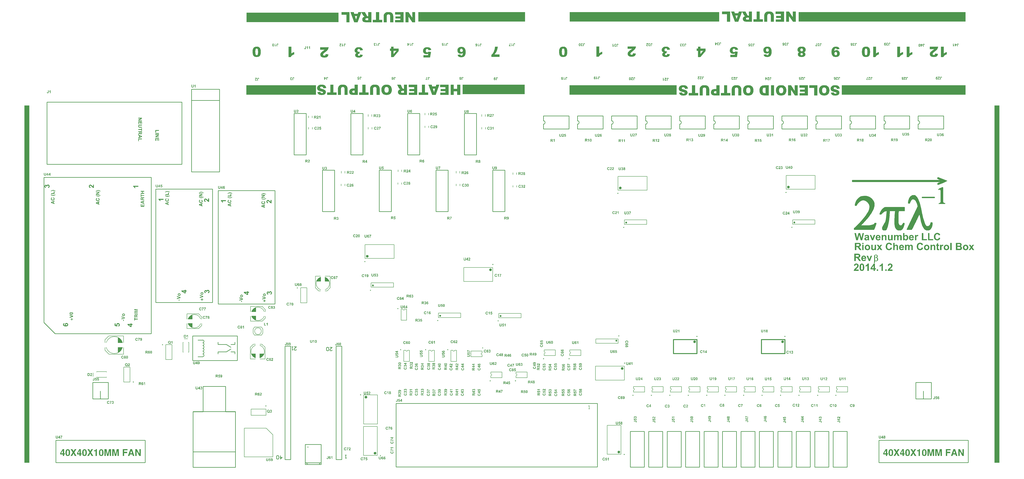
<source format=gto>
%FSLAX25Y25*%
%MOIN*%
G70*
G01*
G75*
G04 Layer_Color=65535*
%ADD10R,0.05512X0.11811*%
G04:AMPARAMS|DCode=11|XSize=118.11mil|YSize=55.12mil|CornerRadius=13.78mil|HoleSize=0mil|Usage=FLASHONLY|Rotation=90.000|XOffset=0mil|YOffset=0mil|HoleType=Round|Shape=RoundedRectangle|*
%AMROUNDEDRECTD11*
21,1,0.11811,0.02756,0,0,90.0*
21,1,0.09055,0.05512,0,0,90.0*
1,1,0.02756,0.01378,0.04528*
1,1,0.02756,0.01378,-0.04528*
1,1,0.02756,-0.01378,-0.04528*
1,1,0.02756,-0.01378,0.04528*
%
%ADD11ROUNDEDRECTD11*%
%ADD12R,0.05709X0.05906*%
%ADD13R,0.08268X0.12992*%
%ADD14R,0.08268X0.03543*%
%ADD15R,0.07874X0.02362*%
%ADD16R,0.02362X0.08071*%
%ADD17R,0.09000X0.02500*%
%ADD18R,0.09000X0.03500*%
%ADD19R,0.05906X0.05709*%
%ADD20R,0.08071X0.02362*%
%ADD21R,0.02362X0.07480*%
%ADD22R,0.05906X0.05709*%
%ADD23R,0.02362X0.07874*%
%ADD24R,0.11811X0.15748*%
%ADD25R,0.12992X0.08268*%
%ADD26R,0.03543X0.08268*%
%ADD27R,0.01969X0.09252*%
%ADD28R,0.07874X0.09843*%
%ADD29R,0.05709X0.05906*%
%ADD30R,0.14000X0.05500*%
%ADD31R,0.06693X0.09843*%
%ADD32R,0.11811X0.05512*%
G04:AMPARAMS|DCode=33|XSize=118.11mil|YSize=55.12mil|CornerRadius=13.78mil|HoleSize=0mil|Usage=FLASHONLY|Rotation=180.000|XOffset=0mil|YOffset=0mil|HoleType=Round|Shape=RoundedRectangle|*
%AMROUNDEDRECTD33*
21,1,0.11811,0.02756,0,0,180.0*
21,1,0.09055,0.05512,0,0,180.0*
1,1,0.02756,-0.04528,0.01378*
1,1,0.02756,0.04528,0.01378*
1,1,0.02756,0.04528,-0.01378*
1,1,0.02756,-0.04528,-0.01378*
%
%ADD33ROUNDEDRECTD33*%
G04:AMPARAMS|DCode=34|XSize=157.48mil|YSize=62.99mil|CornerRadius=15.75mil|HoleSize=0mil|Usage=FLASHONLY|Rotation=0.000|XOffset=0mil|YOffset=0mil|HoleType=Round|Shape=RoundedRectangle|*
%AMROUNDEDRECTD34*
21,1,0.15748,0.03150,0,0,0.0*
21,1,0.12598,0.06299,0,0,0.0*
1,1,0.03150,0.06299,-0.01575*
1,1,0.03150,-0.06299,-0.01575*
1,1,0.03150,-0.06299,0.01575*
1,1,0.03150,0.06299,0.01575*
%
%ADD34ROUNDEDRECTD34*%
%ADD35R,0.15748X0.06299*%
%ADD36R,0.07480X0.05906*%
%ADD37R,0.07087X0.05512*%
%ADD38R,0.09843X0.06693*%
%ADD39C,0.00600*%
%ADD40C,0.00800*%
%ADD41C,0.02000*%
%ADD42C,0.05000*%
%ADD43C,0.03000*%
%ADD44C,0.07500*%
%ADD45C,0.12500*%
%ADD46C,0.09843*%
%ADD47R,0.05512X0.05512*%
%ADD48C,0.05512*%
%ADD49C,0.07874*%
%ADD50C,0.08661*%
%ADD51R,0.08661X0.08661*%
%ADD52C,0.01772*%
%ADD53C,0.10000*%
%ADD54C,0.11811*%
%ADD55R,0.11811X0.11811*%
%ADD56O,0.04921X0.05906*%
%ADD57C,0.10236*%
%ADD58C,0.04500*%
%ADD59C,0.05118*%
%ADD60C,0.04724*%
%ADD61C,0.03200*%
%ADD62C,0.04000*%
%ADD63C,0.00984*%
%ADD64C,0.02362*%
%ADD65C,0.00787*%
%ADD66C,0.01000*%
%ADD67C,0.01575*%
%ADD68C,0.00500*%
%ADD69R,0.09000X6.30000*%
%ADD70R,1.09500X0.16500*%
%ADD71R,1.22500X0.16500*%
%ADD72R,1.88500X0.16500*%
%ADD73R,2.18000X0.16500*%
%ADD74R,1.62000X0.16500*%
%ADD75R,1.88000X0.16500*%
%ADD76R,2.94000X0.16500*%
%ADD77R,2.63500X0.16500*%
G36*
X907669Y-455300D02*
X907725Y-455306D01*
X907788Y-455319D01*
X907856Y-455331D01*
X907938Y-455350D01*
X908019Y-455375D01*
X908106Y-455406D01*
X908194Y-455444D01*
X908288Y-455487D01*
X908381Y-455544D01*
X908469Y-455606D01*
X908556Y-455675D01*
X908644Y-455756D01*
X908650Y-455762D01*
X908663Y-455775D01*
X908687Y-455806D01*
X908712Y-455837D01*
X908744Y-455888D01*
X908781Y-455937D01*
X908825Y-456000D01*
X908862Y-456075D01*
X908906Y-456156D01*
X908950Y-456244D01*
X908988Y-456337D01*
X909019Y-456437D01*
X909044Y-456550D01*
X909069Y-456663D01*
X909081Y-456787D01*
X909087Y-456913D01*
Y-456919D01*
Y-456944D01*
Y-456975D01*
X909081Y-457019D01*
X909075Y-457075D01*
X909069Y-457144D01*
X909056Y-457212D01*
X909044Y-457294D01*
X909000Y-457463D01*
X908969Y-457550D01*
X908931Y-457644D01*
X908887Y-457731D01*
X908838Y-457825D01*
X908781Y-457912D01*
X908719Y-457994D01*
X908712Y-458000D01*
X908700Y-458012D01*
X908681Y-458031D01*
X908650Y-458063D01*
X908613Y-458094D01*
X908569Y-458131D01*
X908512Y-458175D01*
X908456Y-458213D01*
X908387Y-458256D01*
X908313Y-458300D01*
X908231Y-458344D01*
X908144Y-458381D01*
X908050Y-458419D01*
X907956Y-458444D01*
X907850Y-458469D01*
X907738Y-458488D01*
X907625Y-457594D01*
X907638D01*
X907656Y-457587D01*
X907681D01*
X907744Y-457569D01*
X907819Y-457550D01*
X907906Y-457525D01*
X907994Y-457481D01*
X908075Y-457431D01*
X908150Y-457369D01*
X908156Y-457363D01*
X908175Y-457338D01*
X908206Y-457294D01*
X908237Y-457244D01*
X908269Y-457175D01*
X908300Y-457100D01*
X908319Y-457006D01*
X908325Y-456913D01*
Y-456906D01*
Y-456900D01*
X908319Y-456862D01*
X908313Y-456812D01*
X908300Y-456750D01*
X908275Y-456675D01*
X908237Y-456594D01*
X908181Y-456512D01*
X908113Y-456437D01*
X908100Y-456431D01*
X908075Y-456406D01*
X908025Y-456375D01*
X907956Y-456337D01*
X907875Y-456300D01*
X907775Y-456269D01*
X907656Y-456244D01*
X907525Y-456238D01*
X907469D01*
X907406Y-456250D01*
X907325Y-456262D01*
X907238Y-456281D01*
X907144Y-456319D01*
X907050Y-456362D01*
X906969Y-456425D01*
X906962Y-456431D01*
X906938Y-456456D01*
X906906Y-456500D01*
X906863Y-456550D01*
X906825Y-456619D01*
X906794Y-456694D01*
X906769Y-456781D01*
X906763Y-456881D01*
Y-456887D01*
Y-456913D01*
X906769Y-456950D01*
Y-457000D01*
X906781Y-457062D01*
X906794Y-457131D01*
X906812Y-457212D01*
X906837Y-457300D01*
X906087Y-457200D01*
Y-457194D01*
Y-457181D01*
Y-457163D01*
Y-457137D01*
X906081Y-457069D01*
X906075Y-456987D01*
X906056Y-456894D01*
X906025Y-456800D01*
X905987Y-456712D01*
X905931Y-456631D01*
X905925Y-456625D01*
X905900Y-456600D01*
X905863Y-456569D01*
X905806Y-456531D01*
X905744Y-456494D01*
X905663Y-456462D01*
X905569Y-456437D01*
X905469Y-456431D01*
X905431D01*
X905381Y-456437D01*
X905331Y-456450D01*
X905269Y-456469D01*
X905200Y-456494D01*
X905138Y-456531D01*
X905081Y-456581D01*
X905075Y-456588D01*
X905056Y-456606D01*
X905031Y-456637D01*
X905006Y-456681D01*
X904981Y-456738D01*
X904956Y-456800D01*
X904937Y-456875D01*
X904931Y-456962D01*
Y-456975D01*
Y-457000D01*
X904937Y-457044D01*
X904950Y-457100D01*
X904975Y-457169D01*
X905000Y-457231D01*
X905044Y-457300D01*
X905100Y-457369D01*
X905106Y-457375D01*
X905131Y-457394D01*
X905169Y-457425D01*
X905219Y-457456D01*
X905287Y-457494D01*
X905369Y-457525D01*
X905462Y-457550D01*
X905575Y-457569D01*
X905431Y-458419D01*
X905425D01*
X905412Y-458413D01*
X905387Y-458406D01*
X905356Y-458400D01*
X905319Y-458394D01*
X905281Y-458381D01*
X905181Y-458350D01*
X905069Y-458319D01*
X904950Y-458269D01*
X904838Y-458219D01*
X904731Y-458156D01*
X904719Y-458150D01*
X904688Y-458125D01*
X904638Y-458081D01*
X904581Y-458025D01*
X904513Y-457956D01*
X904444Y-457869D01*
X904381Y-457769D01*
X904319Y-457656D01*
Y-457650D01*
X904313Y-457644D01*
X904306Y-457625D01*
X904294Y-457600D01*
X904269Y-457531D01*
X904244Y-457444D01*
X904219Y-457338D01*
X904194Y-457219D01*
X904175Y-457081D01*
X904169Y-456938D01*
Y-456931D01*
Y-456906D01*
Y-456869D01*
X904175Y-456825D01*
X904181Y-456769D01*
X904194Y-456700D01*
X904206Y-456625D01*
X904225Y-456544D01*
X904244Y-456462D01*
X904275Y-456375D01*
X904313Y-456281D01*
X904350Y-456194D01*
X904406Y-456100D01*
X904463Y-456012D01*
X904531Y-455931D01*
X904606Y-455850D01*
X904613Y-455844D01*
X904625Y-455837D01*
X904644Y-455819D01*
X904669Y-455794D01*
X904700Y-455769D01*
X904744Y-455744D01*
X904838Y-455675D01*
X904956Y-455613D01*
X905094Y-455562D01*
X905244Y-455519D01*
X905325Y-455513D01*
X905406Y-455506D01*
X905431D01*
X905469Y-455513D01*
X905513Y-455519D01*
X905562Y-455525D01*
X905625Y-455544D01*
X905694Y-455562D01*
X905769Y-455594D01*
X905850Y-455631D01*
X905931Y-455675D01*
X906019Y-455731D01*
X906100Y-455800D01*
X906188Y-455881D01*
X906269Y-455969D01*
X906344Y-456075D01*
X906419Y-456200D01*
Y-456194D01*
X906425Y-456181D01*
X906431Y-456163D01*
X906437Y-456131D01*
X906450Y-456094D01*
X906462Y-456056D01*
X906506Y-455963D01*
X906556Y-455856D01*
X906625Y-455750D01*
X906713Y-455644D01*
X906819Y-455544D01*
X906825D01*
X906831Y-455531D01*
X906850Y-455519D01*
X906875Y-455506D01*
X906938Y-455463D01*
X907025Y-455419D01*
X907137Y-455375D01*
X907263Y-455331D01*
X907406Y-455306D01*
X907563Y-455294D01*
X907625D01*
X907669Y-455300D01*
D02*
G37*
G36*
X907494Y-458950D02*
X907544Y-458956D01*
X907606Y-458962D01*
X907675Y-458975D01*
X907750Y-458988D01*
X907913Y-459025D01*
X908088Y-459088D01*
X908181Y-459125D01*
X908269Y-459175D01*
X908362Y-459225D01*
X908450Y-459288D01*
X908456Y-459294D01*
X908475Y-459306D01*
X908506Y-459338D01*
X908550Y-459375D01*
X908600Y-459419D01*
X908650Y-459481D01*
X908706Y-459550D01*
X908769Y-459625D01*
X908825Y-459713D01*
X908887Y-459812D01*
X908937Y-459919D01*
X908988Y-460031D01*
X909031Y-460156D01*
X909062Y-460294D01*
X909081Y-460437D01*
X909087Y-460588D01*
Y-460594D01*
Y-460619D01*
Y-460650D01*
X909081Y-460700D01*
X909075Y-460756D01*
X909069Y-460819D01*
X909056Y-460894D01*
X909044Y-460969D01*
X909000Y-461144D01*
X908969Y-461231D01*
X908937Y-461325D01*
X908894Y-461412D01*
X908850Y-461500D01*
X908794Y-461587D01*
X908731Y-461669D01*
X908725Y-461675D01*
X908712Y-461688D01*
X908694Y-461706D01*
X908669Y-461737D01*
X908631Y-461769D01*
X908587Y-461806D01*
X908537Y-461844D01*
X908475Y-461888D01*
X908412Y-461931D01*
X908344Y-461975D01*
X908263Y-462019D01*
X908175Y-462056D01*
X908088Y-462094D01*
X907987Y-462125D01*
X907887Y-462150D01*
X907775Y-462169D01*
X907675Y-461250D01*
X907687D01*
X907725Y-461244D01*
X907781Y-461225D01*
X907856Y-461206D01*
X907931Y-461181D01*
X908012Y-461137D01*
X908094Y-461088D01*
X908169Y-461025D01*
X908175Y-461019D01*
X908194Y-460988D01*
X908225Y-460950D01*
X908256Y-460894D01*
X908294Y-460831D01*
X908319Y-460756D01*
X908344Y-460675D01*
X908350Y-460581D01*
Y-460575D01*
Y-460569D01*
X908344Y-460531D01*
X908337Y-460481D01*
X908319Y-460413D01*
X908294Y-460337D01*
X908250Y-460256D01*
X908194Y-460175D01*
X908119Y-460094D01*
X908106Y-460087D01*
X908075Y-460063D01*
X908019Y-460031D01*
X907938Y-459994D01*
X907837Y-459956D01*
X907719Y-459925D01*
X907575Y-459900D01*
X907406Y-459894D01*
X907331D01*
X907294Y-459900D01*
X907256Y-459906D01*
X907156Y-459919D01*
X907050Y-459944D01*
X906938Y-459975D01*
X906831Y-460025D01*
X906738Y-460094D01*
X906725Y-460100D01*
X906700Y-460131D01*
X906669Y-460175D01*
X906625Y-460231D01*
X906581Y-460306D01*
X906550Y-460394D01*
X906525Y-460494D01*
X906513Y-460606D01*
Y-460612D01*
Y-460625D01*
Y-460644D01*
X906519Y-460675D01*
X906525Y-460706D01*
X906531Y-460750D01*
X906556Y-460844D01*
X906600Y-460950D01*
X906662Y-461069D01*
X906700Y-461131D01*
X906744Y-461194D01*
X906800Y-461250D01*
X906863Y-461312D01*
X906756Y-462056D01*
X904256Y-461581D01*
Y-459156D01*
X905119D01*
Y-460887D01*
X905937Y-461037D01*
Y-461031D01*
X905931Y-461025D01*
X905925Y-461006D01*
X905912Y-460981D01*
X905888Y-460919D01*
X905856Y-460844D01*
X905831Y-460744D01*
X905806Y-460638D01*
X905787Y-460525D01*
X905781Y-460406D01*
Y-460400D01*
Y-460381D01*
Y-460344D01*
X905787Y-460306D01*
X905794Y-460250D01*
X905806Y-460187D01*
X905819Y-460119D01*
X905838Y-460044D01*
X905863Y-459969D01*
X905894Y-459881D01*
X905925Y-459800D01*
X905969Y-459713D01*
X906025Y-459625D01*
X906081Y-459538D01*
X906150Y-459450D01*
X906231Y-459369D01*
X906238Y-459363D01*
X906250Y-459350D01*
X906275Y-459331D01*
X906312Y-459300D01*
X906356Y-459269D01*
X906413Y-459231D01*
X906475Y-459194D01*
X906544Y-459156D01*
X906625Y-459119D01*
X906713Y-459075D01*
X906806Y-459044D01*
X906913Y-459013D01*
X907019Y-458981D01*
X907137Y-458962D01*
X907263Y-458950D01*
X907394Y-458944D01*
X907450D01*
X907494Y-458950D01*
D02*
G37*
G36*
Y-503450D02*
X907544Y-503456D01*
X907606Y-503463D01*
X907675Y-503475D01*
X907750Y-503487D01*
X907913Y-503525D01*
X908088Y-503587D01*
X908181Y-503625D01*
X908269Y-503675D01*
X908362Y-503725D01*
X908450Y-503788D01*
X908456Y-503794D01*
X908475Y-503806D01*
X908506Y-503837D01*
X908550Y-503875D01*
X908600Y-503919D01*
X908650Y-503981D01*
X908706Y-504050D01*
X908769Y-504125D01*
X908825Y-504213D01*
X908887Y-504313D01*
X908937Y-504419D01*
X908988Y-504531D01*
X909031Y-504656D01*
X909062Y-504794D01*
X909081Y-504938D01*
X909087Y-505088D01*
Y-505094D01*
Y-505119D01*
Y-505150D01*
X909081Y-505200D01*
X909075Y-505256D01*
X909069Y-505319D01*
X909056Y-505394D01*
X909044Y-505469D01*
X909000Y-505644D01*
X908969Y-505731D01*
X908937Y-505825D01*
X908894Y-505912D01*
X908850Y-506000D01*
X908794Y-506087D01*
X908731Y-506169D01*
X908725Y-506175D01*
X908712Y-506187D01*
X908694Y-506206D01*
X908669Y-506238D01*
X908631Y-506269D01*
X908587Y-506306D01*
X908537Y-506344D01*
X908475Y-506388D01*
X908412Y-506431D01*
X908344Y-506475D01*
X908263Y-506519D01*
X908175Y-506556D01*
X908088Y-506594D01*
X907987Y-506625D01*
X907887Y-506650D01*
X907775Y-506669D01*
X907675Y-505750D01*
X907687D01*
X907725Y-505744D01*
X907781Y-505725D01*
X907856Y-505706D01*
X907931Y-505681D01*
X908012Y-505638D01*
X908094Y-505587D01*
X908169Y-505525D01*
X908175Y-505519D01*
X908194Y-505487D01*
X908225Y-505450D01*
X908256Y-505394D01*
X908294Y-505331D01*
X908319Y-505256D01*
X908344Y-505175D01*
X908350Y-505081D01*
Y-505075D01*
Y-505069D01*
X908344Y-505031D01*
X908337Y-504981D01*
X908319Y-504913D01*
X908294Y-504838D01*
X908250Y-504756D01*
X908194Y-504675D01*
X908119Y-504594D01*
X908106Y-504588D01*
X908075Y-504563D01*
X908019Y-504531D01*
X907938Y-504494D01*
X907837Y-504456D01*
X907719Y-504425D01*
X907575Y-504400D01*
X907406Y-504394D01*
X907331D01*
X907294Y-504400D01*
X907256Y-504406D01*
X907156Y-504419D01*
X907050Y-504444D01*
X906938Y-504475D01*
X906831Y-504525D01*
X906738Y-504594D01*
X906725Y-504600D01*
X906700Y-504631D01*
X906669Y-504675D01*
X906625Y-504731D01*
X906581Y-504806D01*
X906550Y-504894D01*
X906525Y-504994D01*
X906513Y-505106D01*
Y-505113D01*
Y-505125D01*
Y-505144D01*
X906519Y-505175D01*
X906525Y-505206D01*
X906531Y-505250D01*
X906556Y-505344D01*
X906600Y-505450D01*
X906662Y-505569D01*
X906700Y-505631D01*
X906744Y-505694D01*
X906800Y-505750D01*
X906863Y-505813D01*
X906756Y-506556D01*
X904256Y-506081D01*
Y-503656D01*
X905119D01*
Y-505387D01*
X905937Y-505538D01*
Y-505531D01*
X905931Y-505525D01*
X905925Y-505506D01*
X905912Y-505481D01*
X905888Y-505419D01*
X905856Y-505344D01*
X905831Y-505244D01*
X905806Y-505137D01*
X905787Y-505025D01*
X905781Y-504906D01*
Y-504900D01*
Y-504881D01*
Y-504844D01*
X905787Y-504806D01*
X905794Y-504750D01*
X905806Y-504688D01*
X905819Y-504619D01*
X905838Y-504544D01*
X905863Y-504469D01*
X905894Y-504381D01*
X905925Y-504300D01*
X905969Y-504213D01*
X906025Y-504125D01*
X906081Y-504038D01*
X906150Y-503950D01*
X906231Y-503869D01*
X906238Y-503862D01*
X906250Y-503850D01*
X906275Y-503831D01*
X906312Y-503800D01*
X906356Y-503769D01*
X906413Y-503731D01*
X906475Y-503694D01*
X906544Y-503656D01*
X906625Y-503619D01*
X906713Y-503575D01*
X906806Y-503544D01*
X906913Y-503512D01*
X907019Y-503481D01*
X907137Y-503463D01*
X907263Y-503450D01*
X907394Y-503444D01*
X907450D01*
X907494Y-503450D01*
D02*
G37*
G36*
X907556Y-507325D02*
X907594Y-507338D01*
X907650Y-507356D01*
X907712Y-507381D01*
X907788Y-507406D01*
X907875Y-507444D01*
X907963Y-507487D01*
X908156Y-507587D01*
X908256Y-507644D01*
X908350Y-507713D01*
X908450Y-507781D01*
X908537Y-507863D01*
X908625Y-507944D01*
X908700Y-508038D01*
X908706Y-508044D01*
X908719Y-508063D01*
X908737Y-508087D01*
X908756Y-508125D01*
X908788Y-508175D01*
X908819Y-508238D01*
X908856Y-508306D01*
X908887Y-508381D01*
X908925Y-508469D01*
X908963Y-508569D01*
X908994Y-508675D01*
X909019Y-508787D01*
X909044Y-508906D01*
X909062Y-509037D01*
X909075Y-509169D01*
X909081Y-509312D01*
Y-509325D01*
Y-509356D01*
X909075Y-509406D01*
X909069Y-509469D01*
X909062Y-509550D01*
X909044Y-509650D01*
X909025Y-509750D01*
X909000Y-509869D01*
X908963Y-509987D01*
X908925Y-510119D01*
X908869Y-510250D01*
X908806Y-510381D01*
X908731Y-510512D01*
X908644Y-510644D01*
X908544Y-510769D01*
X908431Y-510887D01*
X908425Y-510894D01*
X908400Y-510913D01*
X908362Y-510944D01*
X908313Y-510981D01*
X908244Y-511031D01*
X908162Y-511081D01*
X908069Y-511137D01*
X907963Y-511194D01*
X907837Y-511250D01*
X907706Y-511306D01*
X907556Y-511356D01*
X907400Y-511406D01*
X907225Y-511444D01*
X907044Y-511475D01*
X906844Y-511494D01*
X906637Y-511500D01*
X906588D01*
X906525Y-511494D01*
X906437Y-511487D01*
X906338Y-511481D01*
X906225Y-511469D01*
X906094Y-511450D01*
X905956Y-511425D01*
X905806Y-511387D01*
X905656Y-511350D01*
X905500Y-511300D01*
X905344Y-511237D01*
X905194Y-511169D01*
X905044Y-511088D01*
X904906Y-510988D01*
X904775Y-510881D01*
X904769Y-510875D01*
X904744Y-510850D01*
X904712Y-510819D01*
X904669Y-510769D01*
X904619Y-510706D01*
X904562Y-510631D01*
X904500Y-510544D01*
X904438Y-510444D01*
X904375Y-510337D01*
X904319Y-510213D01*
X904263Y-510081D01*
X904212Y-509937D01*
X904169Y-509781D01*
X904138Y-509613D01*
X904113Y-509438D01*
X904106Y-509256D01*
Y-509244D01*
Y-509219D01*
X904113Y-509169D01*
Y-509106D01*
X904125Y-509031D01*
X904131Y-508944D01*
X904150Y-508850D01*
X904169Y-508744D01*
X904200Y-508631D01*
X904231Y-508512D01*
X904275Y-508394D01*
X904325Y-508275D01*
X904387Y-508156D01*
X904456Y-508038D01*
X904537Y-507925D01*
X904631Y-507819D01*
X904638Y-507812D01*
X904644Y-507806D01*
X904663Y-507788D01*
X904688Y-507762D01*
X904719Y-507737D01*
X904756Y-507706D01*
X904806Y-507675D01*
X904856Y-507638D01*
X904912Y-507594D01*
X904981Y-507556D01*
X905050Y-507513D01*
X905131Y-507475D01*
X905219Y-507431D01*
X905306Y-507394D01*
X905406Y-507356D01*
X905513Y-507325D01*
X905744Y-508287D01*
X905737D01*
X905725Y-508294D01*
X905706Y-508300D01*
X905681Y-508306D01*
X905612Y-508331D01*
X905531Y-508362D01*
X905437Y-508413D01*
X905338Y-508475D01*
X905244Y-508556D01*
X905156Y-508650D01*
X905144Y-508663D01*
X905119Y-508700D01*
X905087Y-508756D01*
X905044Y-508831D01*
X905006Y-508925D01*
X904969Y-509037D01*
X904944Y-509169D01*
X904937Y-509306D01*
Y-509312D01*
Y-509331D01*
Y-509356D01*
X904944Y-509394D01*
X904950Y-509438D01*
X904956Y-509494D01*
X904988Y-509613D01*
X905031Y-509750D01*
X905062Y-509819D01*
X905100Y-509894D01*
X905144Y-509969D01*
X905200Y-510038D01*
X905256Y-510106D01*
X905325Y-510169D01*
X905331Y-510175D01*
X905344Y-510181D01*
X905369Y-510200D01*
X905400Y-510219D01*
X905437Y-510244D01*
X905494Y-510275D01*
X905550Y-510306D01*
X905625Y-510331D01*
X905706Y-510362D01*
X905794Y-510394D01*
X905900Y-510425D01*
X906013Y-510450D01*
X906131Y-510469D01*
X906269Y-510488D01*
X906413Y-510494D01*
X906569Y-510500D01*
X906656D01*
X906719Y-510494D01*
X906794Y-510488D01*
X906875Y-510481D01*
X906975Y-510475D01*
X907075Y-510456D01*
X907288Y-510419D01*
X907500Y-510362D01*
X907606Y-510325D01*
X907700Y-510281D01*
X907788Y-510231D01*
X907869Y-510175D01*
X907875Y-510169D01*
X907887Y-510162D01*
X907906Y-510144D01*
X907925Y-510119D01*
X907956Y-510081D01*
X907987Y-510044D01*
X908025Y-510000D01*
X908056Y-509944D01*
X908131Y-509825D01*
X908187Y-509681D01*
X908212Y-509600D01*
X908231Y-509513D01*
X908244Y-509419D01*
X908250Y-509325D01*
Y-509319D01*
Y-509306D01*
Y-509288D01*
X908244Y-509263D01*
X908237Y-509188D01*
X908219Y-509094D01*
X908187Y-508994D01*
X908150Y-508881D01*
X908088Y-508769D01*
X908006Y-508663D01*
X908000Y-508656D01*
X907994Y-508650D01*
X907956Y-508619D01*
X907900Y-508569D01*
X907812Y-508506D01*
X907763Y-508475D01*
X907706Y-508437D01*
X907644Y-508406D01*
X907569Y-508375D01*
X907494Y-508337D01*
X907413Y-508313D01*
X907319Y-508281D01*
X907225Y-508256D01*
X907519Y-507312D01*
X907525D01*
X907556Y-507325D01*
D02*
G37*
G36*
Y-462825D02*
X907594Y-462838D01*
X907650Y-462856D01*
X907712Y-462881D01*
X907788Y-462906D01*
X907875Y-462944D01*
X907963Y-462988D01*
X908156Y-463088D01*
X908256Y-463144D01*
X908350Y-463212D01*
X908450Y-463281D01*
X908537Y-463363D01*
X908625Y-463444D01*
X908700Y-463538D01*
X908706Y-463544D01*
X908719Y-463562D01*
X908737Y-463588D01*
X908756Y-463625D01*
X908788Y-463675D01*
X908819Y-463737D01*
X908856Y-463806D01*
X908887Y-463881D01*
X908925Y-463969D01*
X908963Y-464069D01*
X908994Y-464175D01*
X909019Y-464288D01*
X909044Y-464406D01*
X909062Y-464537D01*
X909075Y-464669D01*
X909081Y-464813D01*
Y-464825D01*
Y-464856D01*
X909075Y-464906D01*
X909069Y-464969D01*
X909062Y-465050D01*
X909044Y-465150D01*
X909025Y-465250D01*
X909000Y-465369D01*
X908963Y-465487D01*
X908925Y-465619D01*
X908869Y-465750D01*
X908806Y-465881D01*
X908731Y-466012D01*
X908644Y-466144D01*
X908544Y-466269D01*
X908431Y-466388D01*
X908425Y-466394D01*
X908400Y-466412D01*
X908362Y-466444D01*
X908313Y-466481D01*
X908244Y-466531D01*
X908162Y-466581D01*
X908069Y-466638D01*
X907963Y-466694D01*
X907837Y-466750D01*
X907706Y-466806D01*
X907556Y-466856D01*
X907400Y-466906D01*
X907225Y-466944D01*
X907044Y-466975D01*
X906844Y-466994D01*
X906637Y-467000D01*
X906588D01*
X906525Y-466994D01*
X906437Y-466988D01*
X906338Y-466981D01*
X906225Y-466969D01*
X906094Y-466950D01*
X905956Y-466925D01*
X905806Y-466888D01*
X905656Y-466850D01*
X905500Y-466800D01*
X905344Y-466738D01*
X905194Y-466669D01*
X905044Y-466587D01*
X904906Y-466488D01*
X904775Y-466381D01*
X904769Y-466375D01*
X904744Y-466350D01*
X904712Y-466319D01*
X904669Y-466269D01*
X904619Y-466206D01*
X904562Y-466131D01*
X904500Y-466044D01*
X904438Y-465944D01*
X904375Y-465837D01*
X904319Y-465712D01*
X904263Y-465581D01*
X904212Y-465438D01*
X904169Y-465281D01*
X904138Y-465112D01*
X904113Y-464937D01*
X904106Y-464756D01*
Y-464744D01*
Y-464719D01*
X904113Y-464669D01*
Y-464606D01*
X904125Y-464531D01*
X904131Y-464444D01*
X904150Y-464350D01*
X904169Y-464244D01*
X904200Y-464131D01*
X904231Y-464012D01*
X904275Y-463894D01*
X904325Y-463775D01*
X904387Y-463656D01*
X904456Y-463538D01*
X904537Y-463425D01*
X904631Y-463319D01*
X904638Y-463312D01*
X904644Y-463306D01*
X904663Y-463287D01*
X904688Y-463263D01*
X904719Y-463237D01*
X904756Y-463206D01*
X904806Y-463175D01*
X904856Y-463137D01*
X904912Y-463094D01*
X904981Y-463056D01*
X905050Y-463013D01*
X905131Y-462975D01*
X905219Y-462931D01*
X905306Y-462894D01*
X905406Y-462856D01*
X905513Y-462825D01*
X905744Y-463788D01*
X905737D01*
X905725Y-463794D01*
X905706Y-463800D01*
X905681Y-463806D01*
X905612Y-463831D01*
X905531Y-463863D01*
X905437Y-463912D01*
X905338Y-463975D01*
X905244Y-464056D01*
X905156Y-464150D01*
X905144Y-464162D01*
X905119Y-464200D01*
X905087Y-464256D01*
X905044Y-464331D01*
X905006Y-464425D01*
X904969Y-464537D01*
X904944Y-464669D01*
X904937Y-464806D01*
Y-464813D01*
Y-464831D01*
Y-464856D01*
X904944Y-464894D01*
X904950Y-464937D01*
X904956Y-464994D01*
X904988Y-465112D01*
X905031Y-465250D01*
X905062Y-465319D01*
X905100Y-465394D01*
X905144Y-465469D01*
X905200Y-465538D01*
X905256Y-465606D01*
X905325Y-465669D01*
X905331Y-465675D01*
X905344Y-465681D01*
X905369Y-465700D01*
X905400Y-465719D01*
X905437Y-465744D01*
X905494Y-465775D01*
X905550Y-465806D01*
X905625Y-465831D01*
X905706Y-465863D01*
X905794Y-465894D01*
X905900Y-465925D01*
X906013Y-465950D01*
X906131Y-465969D01*
X906269Y-465987D01*
X906413Y-465994D01*
X906569Y-466000D01*
X906656D01*
X906719Y-465994D01*
X906794Y-465987D01*
X906875Y-465981D01*
X906975Y-465975D01*
X907075Y-465956D01*
X907288Y-465919D01*
X907500Y-465863D01*
X907606Y-465825D01*
X907700Y-465781D01*
X907788Y-465731D01*
X907869Y-465675D01*
X907875Y-465669D01*
X907887Y-465662D01*
X907906Y-465644D01*
X907925Y-465619D01*
X907956Y-465581D01*
X907987Y-465544D01*
X908025Y-465500D01*
X908056Y-465444D01*
X908131Y-465325D01*
X908187Y-465181D01*
X908212Y-465100D01*
X908231Y-465013D01*
X908244Y-464919D01*
X908250Y-464825D01*
Y-464819D01*
Y-464806D01*
Y-464787D01*
X908244Y-464762D01*
X908237Y-464687D01*
X908219Y-464594D01*
X908187Y-464494D01*
X908150Y-464381D01*
X908088Y-464269D01*
X908006Y-464162D01*
X908000Y-464156D01*
X907994Y-464150D01*
X907956Y-464119D01*
X907900Y-464069D01*
X907812Y-464006D01*
X907763Y-463975D01*
X907706Y-463938D01*
X907644Y-463906D01*
X907569Y-463875D01*
X907494Y-463837D01*
X907413Y-463812D01*
X907319Y-463781D01*
X907225Y-463756D01*
X907519Y-462813D01*
X907525D01*
X907556Y-462825D01*
D02*
G37*
G36*
X928056Y-508325D02*
X928094Y-508337D01*
X928150Y-508356D01*
X928213Y-508381D01*
X928288Y-508406D01*
X928375Y-508444D01*
X928463Y-508488D01*
X928656Y-508588D01*
X928756Y-508644D01*
X928850Y-508712D01*
X928950Y-508781D01*
X929037Y-508862D01*
X929125Y-508944D01*
X929200Y-509037D01*
X929206Y-509044D01*
X929219Y-509062D01*
X929237Y-509088D01*
X929256Y-509125D01*
X929288Y-509175D01*
X929319Y-509237D01*
X929356Y-509306D01*
X929387Y-509381D01*
X929425Y-509469D01*
X929463Y-509569D01*
X929494Y-509675D01*
X929519Y-509788D01*
X929544Y-509906D01*
X929562Y-510038D01*
X929575Y-510169D01*
X929581Y-510313D01*
Y-510325D01*
Y-510356D01*
X929575Y-510406D01*
X929569Y-510469D01*
X929562Y-510550D01*
X929544Y-510650D01*
X929525Y-510750D01*
X929500Y-510869D01*
X929463Y-510988D01*
X929425Y-511119D01*
X929369Y-511250D01*
X929306Y-511381D01*
X929231Y-511513D01*
X929144Y-511644D01*
X929044Y-511769D01*
X928931Y-511888D01*
X928925Y-511894D01*
X928900Y-511912D01*
X928862Y-511944D01*
X928813Y-511981D01*
X928744Y-512031D01*
X928662Y-512081D01*
X928569Y-512138D01*
X928463Y-512194D01*
X928337Y-512250D01*
X928206Y-512306D01*
X928056Y-512356D01*
X927900Y-512406D01*
X927725Y-512444D01*
X927544Y-512475D01*
X927344Y-512494D01*
X927137Y-512500D01*
X927087D01*
X927025Y-512494D01*
X926937Y-512488D01*
X926838Y-512481D01*
X926725Y-512469D01*
X926594Y-512450D01*
X926456Y-512425D01*
X926306Y-512388D01*
X926156Y-512350D01*
X926000Y-512300D01*
X925844Y-512238D01*
X925694Y-512169D01*
X925544Y-512087D01*
X925406Y-511987D01*
X925275Y-511881D01*
X925269Y-511875D01*
X925244Y-511850D01*
X925212Y-511819D01*
X925169Y-511769D01*
X925119Y-511706D01*
X925062Y-511631D01*
X925000Y-511544D01*
X924938Y-511444D01*
X924875Y-511338D01*
X924819Y-511212D01*
X924763Y-511081D01*
X924712Y-510938D01*
X924669Y-510781D01*
X924638Y-510612D01*
X924613Y-510437D01*
X924606Y-510256D01*
Y-510244D01*
Y-510219D01*
X924613Y-510169D01*
Y-510106D01*
X924625Y-510031D01*
X924631Y-509944D01*
X924650Y-509850D01*
X924669Y-509744D01*
X924700Y-509631D01*
X924731Y-509513D01*
X924775Y-509394D01*
X924825Y-509275D01*
X924887Y-509156D01*
X924956Y-509037D01*
X925037Y-508925D01*
X925131Y-508819D01*
X925138Y-508813D01*
X925144Y-508806D01*
X925163Y-508787D01*
X925187Y-508763D01*
X925219Y-508738D01*
X925256Y-508706D01*
X925306Y-508675D01*
X925356Y-508638D01*
X925412Y-508594D01*
X925481Y-508556D01*
X925550Y-508512D01*
X925631Y-508475D01*
X925719Y-508431D01*
X925806Y-508394D01*
X925906Y-508356D01*
X926013Y-508325D01*
X926244Y-509288D01*
X926237D01*
X926225Y-509294D01*
X926206Y-509300D01*
X926181Y-509306D01*
X926112Y-509331D01*
X926031Y-509363D01*
X925937Y-509412D01*
X925838Y-509475D01*
X925744Y-509556D01*
X925656Y-509650D01*
X925644Y-509662D01*
X925619Y-509700D01*
X925587Y-509756D01*
X925544Y-509831D01*
X925506Y-509925D01*
X925469Y-510038D01*
X925444Y-510169D01*
X925438Y-510306D01*
Y-510313D01*
Y-510331D01*
Y-510356D01*
X925444Y-510394D01*
X925450Y-510437D01*
X925456Y-510494D01*
X925488Y-510612D01*
X925531Y-510750D01*
X925562Y-510819D01*
X925600Y-510894D01*
X925644Y-510969D01*
X925700Y-511037D01*
X925756Y-511106D01*
X925825Y-511169D01*
X925831Y-511175D01*
X925844Y-511181D01*
X925869Y-511200D01*
X925900Y-511219D01*
X925937Y-511244D01*
X925994Y-511275D01*
X926050Y-511306D01*
X926125Y-511331D01*
X926206Y-511363D01*
X926294Y-511394D01*
X926400Y-511425D01*
X926513Y-511450D01*
X926631Y-511469D01*
X926769Y-511487D01*
X926912Y-511494D01*
X927069Y-511500D01*
X927156D01*
X927219Y-511494D01*
X927294Y-511487D01*
X927375Y-511481D01*
X927475Y-511475D01*
X927575Y-511456D01*
X927787Y-511419D01*
X928000Y-511363D01*
X928106Y-511325D01*
X928200Y-511281D01*
X928288Y-511231D01*
X928369Y-511175D01*
X928375Y-511169D01*
X928388Y-511163D01*
X928406Y-511144D01*
X928425Y-511119D01*
X928456Y-511081D01*
X928487Y-511044D01*
X928525Y-511000D01*
X928556Y-510944D01*
X928631Y-510825D01*
X928687Y-510681D01*
X928712Y-510600D01*
X928731Y-510512D01*
X928744Y-510419D01*
X928750Y-510325D01*
Y-510319D01*
Y-510306D01*
Y-510288D01*
X928744Y-510262D01*
X928738Y-510187D01*
X928719Y-510094D01*
X928687Y-509994D01*
X928650Y-509881D01*
X928588Y-509769D01*
X928506Y-509662D01*
X928500Y-509656D01*
X928494Y-509650D01*
X928456Y-509619D01*
X928400Y-509569D01*
X928312Y-509506D01*
X928263Y-509475D01*
X928206Y-509438D01*
X928144Y-509406D01*
X928069Y-509375D01*
X927994Y-509338D01*
X927913Y-509312D01*
X927819Y-509281D01*
X927725Y-509256D01*
X928019Y-508313D01*
X928025D01*
X928056Y-508325D01*
D02*
G37*
G36*
X927494Y-454719D02*
X927544Y-454725D01*
X927606Y-454731D01*
X927675Y-454744D01*
X927750Y-454756D01*
X927913Y-454794D01*
X928088Y-454856D01*
X928181Y-454894D01*
X928269Y-454944D01*
X928362Y-454994D01*
X928450Y-455056D01*
X928456Y-455062D01*
X928475Y-455075D01*
X928506Y-455106D01*
X928550Y-455144D01*
X928600Y-455188D01*
X928650Y-455250D01*
X928706Y-455319D01*
X928769Y-455394D01*
X928825Y-455481D01*
X928887Y-455581D01*
X928938Y-455688D01*
X928988Y-455800D01*
X929031Y-455925D01*
X929062Y-456063D01*
X929081Y-456206D01*
X929088Y-456356D01*
Y-456362D01*
Y-456388D01*
Y-456419D01*
X929081Y-456469D01*
X929075Y-456525D01*
X929069Y-456588D01*
X929056Y-456663D01*
X929044Y-456738D01*
X929000Y-456913D01*
X928969Y-457000D01*
X928938Y-457094D01*
X928894Y-457181D01*
X928850Y-457269D01*
X928794Y-457356D01*
X928731Y-457438D01*
X928725Y-457444D01*
X928712Y-457456D01*
X928694Y-457475D01*
X928669Y-457506D01*
X928631Y-457538D01*
X928588Y-457575D01*
X928537Y-457613D01*
X928475Y-457656D01*
X928413Y-457700D01*
X928344Y-457744D01*
X928263Y-457788D01*
X928175Y-457825D01*
X928088Y-457863D01*
X927987Y-457894D01*
X927888Y-457919D01*
X927775Y-457937D01*
X927675Y-457019D01*
X927687D01*
X927725Y-457013D01*
X927781Y-456994D01*
X927856Y-456975D01*
X927931Y-456950D01*
X928012Y-456906D01*
X928094Y-456856D01*
X928169Y-456794D01*
X928175Y-456787D01*
X928194Y-456756D01*
X928225Y-456719D01*
X928256Y-456663D01*
X928294Y-456600D01*
X928319Y-456525D01*
X928344Y-456444D01*
X928350Y-456350D01*
Y-456344D01*
Y-456337D01*
X928344Y-456300D01*
X928337Y-456250D01*
X928319Y-456181D01*
X928294Y-456106D01*
X928250Y-456025D01*
X928194Y-455944D01*
X928119Y-455863D01*
X928106Y-455856D01*
X928075Y-455831D01*
X928019Y-455800D01*
X927938Y-455762D01*
X927837Y-455725D01*
X927719Y-455694D01*
X927575Y-455669D01*
X927406Y-455662D01*
X927331D01*
X927294Y-455669D01*
X927256Y-455675D01*
X927156Y-455688D01*
X927050Y-455713D01*
X926937Y-455744D01*
X926831Y-455794D01*
X926737Y-455863D01*
X926725Y-455869D01*
X926700Y-455900D01*
X926669Y-455944D01*
X926625Y-456000D01*
X926581Y-456075D01*
X926550Y-456163D01*
X926525Y-456262D01*
X926513Y-456375D01*
Y-456381D01*
Y-456394D01*
Y-456413D01*
X926519Y-456444D01*
X926525Y-456475D01*
X926531Y-456519D01*
X926556Y-456612D01*
X926600Y-456719D01*
X926663Y-456838D01*
X926700Y-456900D01*
X926744Y-456962D01*
X926800Y-457019D01*
X926863Y-457081D01*
X926756Y-457825D01*
X924256Y-457350D01*
Y-454925D01*
X925119D01*
Y-456656D01*
X925937Y-456806D01*
Y-456800D01*
X925931Y-456794D01*
X925925Y-456775D01*
X925912Y-456750D01*
X925887Y-456687D01*
X925856Y-456612D01*
X925831Y-456512D01*
X925806Y-456406D01*
X925788Y-456294D01*
X925781Y-456175D01*
Y-456169D01*
Y-456150D01*
Y-456112D01*
X925788Y-456075D01*
X925794Y-456019D01*
X925806Y-455956D01*
X925819Y-455888D01*
X925838Y-455813D01*
X925863Y-455737D01*
X925894Y-455650D01*
X925925Y-455569D01*
X925969Y-455481D01*
X926025Y-455394D01*
X926081Y-455306D01*
X926150Y-455219D01*
X926231Y-455137D01*
X926237Y-455131D01*
X926250Y-455119D01*
X926275Y-455100D01*
X926313Y-455069D01*
X926356Y-455037D01*
X926412Y-455000D01*
X926475Y-454962D01*
X926544Y-454925D01*
X926625Y-454887D01*
X926713Y-454844D01*
X926806Y-454812D01*
X926912Y-454781D01*
X927019Y-454750D01*
X927137Y-454731D01*
X927262Y-454719D01*
X927394Y-454712D01*
X927450D01*
X927494Y-454719D01*
D02*
G37*
G36*
X928531Y-501256D02*
X929500D01*
Y-502150D01*
X928531D01*
Y-504112D01*
X927731D01*
X924675Y-502037D01*
Y-501256D01*
X927725D01*
Y-500663D01*
X928531D01*
Y-501256D01*
D02*
G37*
G36*
X927994Y-504450D02*
X928044Y-504456D01*
X928106Y-504462D01*
X928175Y-504475D01*
X928250Y-504488D01*
X928413Y-504525D01*
X928588Y-504588D01*
X928681Y-504625D01*
X928769Y-504675D01*
X928862Y-504725D01*
X928950Y-504787D01*
X928956Y-504794D01*
X928975Y-504806D01*
X929006Y-504838D01*
X929050Y-504875D01*
X929100Y-504919D01*
X929150Y-504981D01*
X929206Y-505050D01*
X929269Y-505125D01*
X929325Y-505212D01*
X929387Y-505312D01*
X929438Y-505419D01*
X929488Y-505531D01*
X929531Y-505656D01*
X929562Y-505794D01*
X929581Y-505937D01*
X929587Y-506087D01*
Y-506094D01*
Y-506119D01*
Y-506150D01*
X929581Y-506200D01*
X929575Y-506256D01*
X929569Y-506319D01*
X929556Y-506394D01*
X929544Y-506469D01*
X929500Y-506644D01*
X929469Y-506731D01*
X929438Y-506825D01*
X929394Y-506913D01*
X929350Y-507000D01*
X929294Y-507088D01*
X929231Y-507169D01*
X929225Y-507175D01*
X929212Y-507188D01*
X929194Y-507206D01*
X929169Y-507237D01*
X929131Y-507269D01*
X929088Y-507306D01*
X929037Y-507344D01*
X928975Y-507387D01*
X928913Y-507431D01*
X928844Y-507475D01*
X928763Y-507519D01*
X928675Y-507556D01*
X928588Y-507594D01*
X928487Y-507625D01*
X928388Y-507650D01*
X928275Y-507669D01*
X928175Y-506750D01*
X928187D01*
X928225Y-506744D01*
X928281Y-506725D01*
X928356Y-506706D01*
X928431Y-506681D01*
X928512Y-506637D01*
X928594Y-506588D01*
X928669Y-506525D01*
X928675Y-506519D01*
X928694Y-506488D01*
X928725Y-506450D01*
X928756Y-506394D01*
X928794Y-506331D01*
X928819Y-506256D01*
X928844Y-506175D01*
X928850Y-506081D01*
Y-506075D01*
Y-506069D01*
X928844Y-506031D01*
X928837Y-505981D01*
X928819Y-505912D01*
X928794Y-505837D01*
X928750Y-505756D01*
X928694Y-505675D01*
X928619Y-505594D01*
X928606Y-505587D01*
X928575Y-505562D01*
X928519Y-505531D01*
X928438Y-505494D01*
X928337Y-505456D01*
X928219Y-505425D01*
X928075Y-505400D01*
X927906Y-505394D01*
X927831D01*
X927794Y-505400D01*
X927756Y-505406D01*
X927656Y-505419D01*
X927550Y-505444D01*
X927437Y-505475D01*
X927331Y-505525D01*
X927238Y-505594D01*
X927225Y-505600D01*
X927200Y-505631D01*
X927169Y-505675D01*
X927125Y-505731D01*
X927081Y-505806D01*
X927050Y-505894D01*
X927025Y-505994D01*
X927013Y-506106D01*
Y-506112D01*
Y-506125D01*
Y-506144D01*
X927019Y-506175D01*
X927025Y-506206D01*
X927031Y-506250D01*
X927056Y-506344D01*
X927100Y-506450D01*
X927162Y-506569D01*
X927200Y-506631D01*
X927244Y-506694D01*
X927300Y-506750D01*
X927363Y-506812D01*
X927256Y-507556D01*
X924756Y-507081D01*
Y-504656D01*
X925619D01*
Y-506388D01*
X926437Y-506537D01*
Y-506531D01*
X926431Y-506525D01*
X926425Y-506506D01*
X926412Y-506481D01*
X926388Y-506419D01*
X926356Y-506344D01*
X926331Y-506244D01*
X926306Y-506138D01*
X926287Y-506025D01*
X926281Y-505906D01*
Y-505900D01*
Y-505881D01*
Y-505844D01*
X926287Y-505806D01*
X926294Y-505750D01*
X926306Y-505688D01*
X926319Y-505619D01*
X926338Y-505544D01*
X926363Y-505469D01*
X926394Y-505381D01*
X926425Y-505300D01*
X926469Y-505212D01*
X926525Y-505125D01*
X926581Y-505037D01*
X926650Y-504950D01*
X926731Y-504869D01*
X926737Y-504862D01*
X926750Y-504850D01*
X926775Y-504831D01*
X926812Y-504800D01*
X926856Y-504769D01*
X926912Y-504731D01*
X926975Y-504694D01*
X927044Y-504656D01*
X927125Y-504619D01*
X927213Y-504575D01*
X927306Y-504544D01*
X927413Y-504513D01*
X927519Y-504481D01*
X927637Y-504462D01*
X927763Y-504450D01*
X927894Y-504444D01*
X927950D01*
X927994Y-504450D01*
D02*
G37*
G36*
X869331Y-437612D02*
X869394D01*
X869469Y-437625D01*
X869556Y-437631D01*
X869650Y-437650D01*
X869756Y-437669D01*
X869869Y-437700D01*
X869987Y-437731D01*
X870106Y-437775D01*
X870225Y-437825D01*
X870344Y-437887D01*
X870463Y-437956D01*
X870575Y-438037D01*
X870681Y-438131D01*
X870687Y-438137D01*
X870694Y-438144D01*
X870712Y-438163D01*
X870737Y-438188D01*
X870763Y-438219D01*
X870794Y-438256D01*
X870825Y-438306D01*
X870862Y-438356D01*
X870906Y-438413D01*
X870944Y-438481D01*
X870988Y-438550D01*
X871025Y-438631D01*
X871069Y-438719D01*
X871106Y-438806D01*
X871144Y-438906D01*
X871175Y-439012D01*
X870212Y-439244D01*
Y-439237D01*
X870206Y-439225D01*
X870200Y-439206D01*
X870194Y-439181D01*
X870169Y-439113D01*
X870138Y-439031D01*
X870088Y-438938D01*
X870025Y-438837D01*
X869944Y-438744D01*
X869850Y-438656D01*
X869837Y-438644D01*
X869800Y-438619D01*
X869744Y-438588D01*
X869669Y-438544D01*
X869575Y-438506D01*
X869462Y-438469D01*
X869331Y-438444D01*
X869194Y-438438D01*
X869144D01*
X869106Y-438444D01*
X869063Y-438450D01*
X869006Y-438456D01*
X868888Y-438487D01*
X868750Y-438531D01*
X868681Y-438562D01*
X868606Y-438600D01*
X868531Y-438644D01*
X868462Y-438700D01*
X868394Y-438756D01*
X868331Y-438825D01*
X868325Y-438831D01*
X868319Y-438844D01*
X868300Y-438869D01*
X868281Y-438900D01*
X868256Y-438938D01*
X868225Y-438994D01*
X868194Y-439050D01*
X868169Y-439125D01*
X868137Y-439206D01*
X868106Y-439294D01*
X868075Y-439400D01*
X868050Y-439512D01*
X868031Y-439631D01*
X868013Y-439769D01*
X868006Y-439913D01*
X868000Y-440069D01*
Y-440081D01*
Y-440106D01*
Y-440156D01*
X868006Y-440219D01*
X868013Y-440294D01*
X868019Y-440375D01*
X868025Y-440475D01*
X868044Y-440575D01*
X868081Y-440788D01*
X868137Y-441000D01*
X868175Y-441106D01*
X868219Y-441200D01*
X868269Y-441288D01*
X868325Y-441369D01*
X868331Y-441375D01*
X868338Y-441388D01*
X868356Y-441406D01*
X868381Y-441425D01*
X868419Y-441456D01*
X868456Y-441488D01*
X868500Y-441525D01*
X868556Y-441556D01*
X868675Y-441631D01*
X868819Y-441687D01*
X868900Y-441713D01*
X868987Y-441731D01*
X869081Y-441744D01*
X869175Y-441750D01*
X869213D01*
X869238Y-441744D01*
X869312Y-441738D01*
X869406Y-441719D01*
X869506Y-441687D01*
X869619Y-441650D01*
X869731Y-441587D01*
X869837Y-441506D01*
X869844Y-441500D01*
X869850Y-441494D01*
X869881Y-441456D01*
X869931Y-441400D01*
X869994Y-441313D01*
X870025Y-441262D01*
X870063Y-441206D01*
X870094Y-441144D01*
X870125Y-441069D01*
X870162Y-440994D01*
X870187Y-440912D01*
X870219Y-440819D01*
X870244Y-440725D01*
X871187Y-441019D01*
Y-441025D01*
X871175Y-441056D01*
X871163Y-441094D01*
X871144Y-441150D01*
X871119Y-441213D01*
X871094Y-441288D01*
X871056Y-441375D01*
X871012Y-441463D01*
X870912Y-441656D01*
X870856Y-441756D01*
X870788Y-441850D01*
X870719Y-441950D01*
X870638Y-442037D01*
X870556Y-442125D01*
X870463Y-442200D01*
X870456Y-442206D01*
X870438Y-442219D01*
X870413Y-442238D01*
X870375Y-442256D01*
X870325Y-442287D01*
X870263Y-442319D01*
X870194Y-442356D01*
X870119Y-442387D01*
X870031Y-442425D01*
X869931Y-442462D01*
X869825Y-442494D01*
X869713Y-442519D01*
X869594Y-442544D01*
X869462Y-442562D01*
X869331Y-442575D01*
X869188Y-442581D01*
X869144D01*
X869094Y-442575D01*
X869031Y-442569D01*
X868950Y-442562D01*
X868850Y-442544D01*
X868750Y-442525D01*
X868631Y-442500D01*
X868513Y-442462D01*
X868381Y-442425D01*
X868250Y-442369D01*
X868119Y-442306D01*
X867988Y-442231D01*
X867856Y-442144D01*
X867731Y-442044D01*
X867612Y-441931D01*
X867606Y-441925D01*
X867587Y-441900D01*
X867556Y-441862D01*
X867519Y-441813D01*
X867469Y-441744D01*
X867419Y-441663D01*
X867362Y-441569D01*
X867306Y-441463D01*
X867250Y-441337D01*
X867194Y-441206D01*
X867144Y-441056D01*
X867094Y-440900D01*
X867056Y-440725D01*
X867025Y-440544D01*
X867006Y-440344D01*
X867000Y-440137D01*
Y-440131D01*
Y-440125D01*
Y-440106D01*
Y-440088D01*
X867006Y-440025D01*
X867013Y-439937D01*
X867019Y-439838D01*
X867031Y-439725D01*
X867050Y-439594D01*
X867075Y-439456D01*
X867113Y-439306D01*
X867150Y-439156D01*
X867200Y-439000D01*
X867262Y-438844D01*
X867331Y-438694D01*
X867412Y-438544D01*
X867513Y-438406D01*
X867619Y-438275D01*
X867625Y-438269D01*
X867650Y-438244D01*
X867681Y-438212D01*
X867731Y-438169D01*
X867794Y-438119D01*
X867869Y-438062D01*
X867956Y-438000D01*
X868056Y-437937D01*
X868163Y-437875D01*
X868287Y-437819D01*
X868419Y-437762D01*
X868563Y-437712D01*
X868719Y-437669D01*
X868888Y-437638D01*
X869063Y-437612D01*
X869244Y-437606D01*
X869281D01*
X869331Y-437612D01*
D02*
G37*
G36*
X874844Y-438619D02*
X873112D01*
X872962Y-439437D01*
X872969D01*
X872975Y-439431D01*
X872994Y-439425D01*
X873019Y-439412D01*
X873081Y-439388D01*
X873156Y-439356D01*
X873256Y-439331D01*
X873363Y-439306D01*
X873475Y-439288D01*
X873594Y-439281D01*
X873656D01*
X873694Y-439288D01*
X873750Y-439294D01*
X873812Y-439306D01*
X873881Y-439319D01*
X873956Y-439337D01*
X874031Y-439362D01*
X874119Y-439394D01*
X874200Y-439425D01*
X874288Y-439469D01*
X874375Y-439525D01*
X874463Y-439581D01*
X874550Y-439650D01*
X874631Y-439731D01*
X874638Y-439738D01*
X874650Y-439750D01*
X874669Y-439775D01*
X874700Y-439813D01*
X874731Y-439856D01*
X874769Y-439913D01*
X874806Y-439975D01*
X874844Y-440044D01*
X874881Y-440125D01*
X874925Y-440212D01*
X874956Y-440306D01*
X874988Y-440413D01*
X875019Y-440519D01*
X875037Y-440637D01*
X875050Y-440763D01*
X875056Y-440894D01*
Y-440900D01*
Y-440919D01*
Y-440950D01*
X875050Y-440994D01*
X875044Y-441044D01*
X875037Y-441106D01*
X875025Y-441175D01*
X875012Y-441250D01*
X874975Y-441412D01*
X874912Y-441587D01*
X874875Y-441681D01*
X874825Y-441769D01*
X874775Y-441862D01*
X874712Y-441950D01*
X874706Y-441956D01*
X874694Y-441975D01*
X874662Y-442006D01*
X874625Y-442050D01*
X874581Y-442100D01*
X874519Y-442150D01*
X874450Y-442206D01*
X874375Y-442269D01*
X874288Y-442325D01*
X874187Y-442387D01*
X874081Y-442438D01*
X873969Y-442487D01*
X873844Y-442531D01*
X873706Y-442562D01*
X873563Y-442581D01*
X873413Y-442588D01*
X873350D01*
X873300Y-442581D01*
X873244Y-442575D01*
X873181Y-442569D01*
X873106Y-442556D01*
X873031Y-442544D01*
X872856Y-442500D01*
X872769Y-442469D01*
X872675Y-442438D01*
X872587Y-442394D01*
X872500Y-442350D01*
X872412Y-442294D01*
X872331Y-442231D01*
X872325Y-442225D01*
X872313Y-442212D01*
X872294Y-442194D01*
X872262Y-442169D01*
X872231Y-442131D01*
X872194Y-442088D01*
X872156Y-442037D01*
X872112Y-441975D01*
X872069Y-441913D01*
X872025Y-441844D01*
X871981Y-441762D01*
X871944Y-441675D01*
X871906Y-441587D01*
X871875Y-441488D01*
X871850Y-441388D01*
X871831Y-441275D01*
X872750Y-441175D01*
Y-441181D01*
Y-441187D01*
X872756Y-441225D01*
X872775Y-441281D01*
X872794Y-441356D01*
X872819Y-441431D01*
X872863Y-441512D01*
X872913Y-441594D01*
X872975Y-441669D01*
X872981Y-441675D01*
X873013Y-441694D01*
X873050Y-441725D01*
X873106Y-441756D01*
X873169Y-441794D01*
X873244Y-441819D01*
X873325Y-441844D01*
X873419Y-441850D01*
X873431D01*
X873469Y-441844D01*
X873519Y-441838D01*
X873588Y-441819D01*
X873662Y-441794D01*
X873744Y-441750D01*
X873825Y-441694D01*
X873906Y-441619D01*
X873913Y-441606D01*
X873938Y-441575D01*
X873969Y-441519D01*
X874006Y-441437D01*
X874044Y-441337D01*
X874075Y-441219D01*
X874100Y-441075D01*
X874106Y-440906D01*
Y-440900D01*
Y-440887D01*
Y-440863D01*
Y-440831D01*
X874100Y-440794D01*
X874094Y-440756D01*
X874081Y-440656D01*
X874056Y-440550D01*
X874025Y-440438D01*
X873975Y-440331D01*
X873906Y-440238D01*
X873900Y-440225D01*
X873869Y-440200D01*
X873825Y-440169D01*
X873769Y-440125D01*
X873694Y-440081D01*
X873606Y-440050D01*
X873506Y-440025D01*
X873394Y-440013D01*
X873356D01*
X873325Y-440019D01*
X873294Y-440025D01*
X873250Y-440031D01*
X873156Y-440056D01*
X873050Y-440100D01*
X872931Y-440163D01*
X872869Y-440200D01*
X872806Y-440244D01*
X872750Y-440300D01*
X872688Y-440363D01*
X871944Y-440256D01*
X872419Y-437756D01*
X874844D01*
Y-438619D01*
D02*
G37*
G36*
X891031Y-456987D02*
X892000D01*
Y-457881D01*
X891031D01*
Y-459844D01*
X890231D01*
X887175Y-457769D01*
Y-456987D01*
X890225D01*
Y-456394D01*
X891031D01*
Y-456987D01*
D02*
G37*
G36*
X890556Y-460325D02*
X890594Y-460337D01*
X890650Y-460356D01*
X890713Y-460381D01*
X890788Y-460406D01*
X890875Y-460444D01*
X890963Y-460488D01*
X891156Y-460588D01*
X891256Y-460644D01*
X891350Y-460712D01*
X891450Y-460781D01*
X891537Y-460862D01*
X891625Y-460944D01*
X891700Y-461037D01*
X891706Y-461044D01*
X891719Y-461062D01*
X891737Y-461088D01*
X891756Y-461125D01*
X891788Y-461175D01*
X891819Y-461237D01*
X891856Y-461306D01*
X891887Y-461381D01*
X891925Y-461469D01*
X891963Y-461569D01*
X891994Y-461675D01*
X892019Y-461788D01*
X892044Y-461906D01*
X892062Y-462038D01*
X892075Y-462169D01*
X892081Y-462313D01*
Y-462325D01*
Y-462356D01*
X892075Y-462406D01*
X892069Y-462469D01*
X892062Y-462550D01*
X892044Y-462650D01*
X892025Y-462750D01*
X892000Y-462869D01*
X891963Y-462988D01*
X891925Y-463119D01*
X891869Y-463250D01*
X891806Y-463381D01*
X891731Y-463513D01*
X891644Y-463644D01*
X891544Y-463769D01*
X891431Y-463888D01*
X891425Y-463894D01*
X891400Y-463912D01*
X891362Y-463944D01*
X891313Y-463981D01*
X891244Y-464031D01*
X891162Y-464081D01*
X891069Y-464138D01*
X890963Y-464194D01*
X890837Y-464250D01*
X890706Y-464306D01*
X890556Y-464356D01*
X890400Y-464406D01*
X890225Y-464444D01*
X890044Y-464475D01*
X889844Y-464494D01*
X889637Y-464500D01*
X889587D01*
X889525Y-464494D01*
X889437Y-464488D01*
X889338Y-464481D01*
X889225Y-464469D01*
X889094Y-464450D01*
X888956Y-464425D01*
X888806Y-464388D01*
X888656Y-464350D01*
X888500Y-464300D01*
X888344Y-464237D01*
X888194Y-464169D01*
X888044Y-464087D01*
X887906Y-463987D01*
X887775Y-463881D01*
X887769Y-463875D01*
X887744Y-463850D01*
X887712Y-463819D01*
X887669Y-463769D01*
X887619Y-463706D01*
X887562Y-463631D01*
X887500Y-463544D01*
X887438Y-463444D01*
X887375Y-463338D01*
X887319Y-463212D01*
X887263Y-463081D01*
X887212Y-462937D01*
X887169Y-462781D01*
X887138Y-462612D01*
X887113Y-462437D01*
X887106Y-462256D01*
Y-462244D01*
Y-462219D01*
X887113Y-462169D01*
Y-462106D01*
X887125Y-462031D01*
X887131Y-461944D01*
X887150Y-461850D01*
X887169Y-461744D01*
X887200Y-461631D01*
X887231Y-461513D01*
X887275Y-461394D01*
X887325Y-461275D01*
X887387Y-461156D01*
X887456Y-461037D01*
X887537Y-460925D01*
X887631Y-460819D01*
X887638Y-460813D01*
X887644Y-460806D01*
X887663Y-460787D01*
X887687Y-460763D01*
X887719Y-460738D01*
X887756Y-460706D01*
X887806Y-460675D01*
X887856Y-460638D01*
X887912Y-460594D01*
X887981Y-460556D01*
X888050Y-460512D01*
X888131Y-460475D01*
X888219Y-460431D01*
X888306Y-460394D01*
X888406Y-460356D01*
X888513Y-460325D01*
X888744Y-461287D01*
X888737D01*
X888725Y-461294D01*
X888706Y-461300D01*
X888681Y-461306D01*
X888612Y-461331D01*
X888531Y-461363D01*
X888437Y-461412D01*
X888338Y-461475D01*
X888244Y-461556D01*
X888156Y-461650D01*
X888144Y-461662D01*
X888119Y-461700D01*
X888087Y-461756D01*
X888044Y-461831D01*
X888006Y-461925D01*
X887969Y-462038D01*
X887944Y-462169D01*
X887938Y-462306D01*
Y-462313D01*
Y-462331D01*
Y-462356D01*
X887944Y-462394D01*
X887950Y-462437D01*
X887956Y-462494D01*
X887988Y-462612D01*
X888031Y-462750D01*
X888062Y-462819D01*
X888100Y-462894D01*
X888144Y-462969D01*
X888200Y-463037D01*
X888256Y-463106D01*
X888325Y-463169D01*
X888331Y-463175D01*
X888344Y-463181D01*
X888369Y-463200D01*
X888400Y-463219D01*
X888437Y-463244D01*
X888494Y-463275D01*
X888550Y-463306D01*
X888625Y-463331D01*
X888706Y-463363D01*
X888794Y-463394D01*
X888900Y-463425D01*
X889013Y-463450D01*
X889131Y-463469D01*
X889269Y-463487D01*
X889412Y-463494D01*
X889569Y-463500D01*
X889656D01*
X889719Y-463494D01*
X889794Y-463487D01*
X889875Y-463481D01*
X889975Y-463475D01*
X890075Y-463456D01*
X890287Y-463419D01*
X890500Y-463363D01*
X890606Y-463325D01*
X890700Y-463281D01*
X890788Y-463231D01*
X890869Y-463175D01*
X890875Y-463169D01*
X890888Y-463163D01*
X890906Y-463144D01*
X890925Y-463119D01*
X890956Y-463081D01*
X890987Y-463044D01*
X891025Y-463000D01*
X891056Y-462944D01*
X891131Y-462825D01*
X891187Y-462681D01*
X891212Y-462600D01*
X891231Y-462512D01*
X891244Y-462419D01*
X891250Y-462325D01*
Y-462319D01*
Y-462306D01*
Y-462288D01*
X891244Y-462262D01*
X891238Y-462187D01*
X891219Y-462094D01*
X891187Y-461994D01*
X891150Y-461881D01*
X891088Y-461769D01*
X891006Y-461662D01*
X891000Y-461656D01*
X890994Y-461650D01*
X890956Y-461619D01*
X890900Y-461569D01*
X890812Y-461506D01*
X890763Y-461475D01*
X890706Y-461438D01*
X890644Y-461406D01*
X890569Y-461375D01*
X890494Y-461338D01*
X890413Y-461312D01*
X890319Y-461281D01*
X890225Y-461256D01*
X890519Y-460313D01*
X890525D01*
X890556Y-460325D01*
D02*
G37*
G36*
X877219Y-437675D02*
X877275Y-437681D01*
X877344Y-437694D01*
X877419Y-437712D01*
X877500Y-437731D01*
X877588Y-437756D01*
X877675Y-437787D01*
X877769Y-437831D01*
X877856Y-437881D01*
X877944Y-437937D01*
X878031Y-438006D01*
X878119Y-438081D01*
X878194Y-438169D01*
X878200Y-438175D01*
X878213Y-438194D01*
X878238Y-438231D01*
X878269Y-438281D01*
X878300Y-438350D01*
X878344Y-438431D01*
X878388Y-438525D01*
X878431Y-438637D01*
X878475Y-438763D01*
X878512Y-438906D01*
X878556Y-439069D01*
X878588Y-439250D01*
X878619Y-439444D01*
X878644Y-439656D01*
X878656Y-439881D01*
X878662Y-440131D01*
Y-440137D01*
Y-440144D01*
Y-440163D01*
Y-440194D01*
Y-440225D01*
Y-440263D01*
X878656Y-440356D01*
X878650Y-440469D01*
X878638Y-440594D01*
X878625Y-440737D01*
X878606Y-440887D01*
X878581Y-441050D01*
X878544Y-441213D01*
X878506Y-441375D01*
X878463Y-441538D01*
X878406Y-441694D01*
X878344Y-441844D01*
X878269Y-441981D01*
X878187Y-442100D01*
X878181Y-442106D01*
X878169Y-442119D01*
X878150Y-442144D01*
X878119Y-442175D01*
X878075Y-442212D01*
X878031Y-442256D01*
X877969Y-442300D01*
X877906Y-442344D01*
X877831Y-442387D01*
X877750Y-442431D01*
X877662Y-442475D01*
X877563Y-442513D01*
X877462Y-442544D01*
X877350Y-442569D01*
X877225Y-442581D01*
X877100Y-442588D01*
X877069D01*
X877031Y-442581D01*
X876981D01*
X876925Y-442569D01*
X876856Y-442556D01*
X876781Y-442544D01*
X876694Y-442519D01*
X876606Y-442494D01*
X876519Y-442456D01*
X876425Y-442413D01*
X876325Y-442362D01*
X876231Y-442300D01*
X876144Y-442225D01*
X876050Y-442144D01*
X875969Y-442050D01*
X875963Y-442044D01*
X875950Y-442025D01*
X875931Y-441994D01*
X875900Y-441944D01*
X875869Y-441881D01*
X875838Y-441806D01*
X875794Y-441713D01*
X875756Y-441606D01*
X875719Y-441481D01*
X875681Y-441344D01*
X875644Y-441187D01*
X875613Y-441012D01*
X875581Y-440819D01*
X875562Y-440606D01*
X875550Y-440375D01*
X875544Y-440125D01*
Y-440119D01*
Y-440106D01*
Y-440094D01*
Y-440063D01*
Y-440031D01*
X875550Y-439994D01*
Y-439900D01*
X875556Y-439787D01*
X875569Y-439663D01*
X875581Y-439519D01*
X875600Y-439369D01*
X875625Y-439213D01*
X875656Y-439050D01*
X875694Y-438881D01*
X875744Y-438725D01*
X875794Y-438569D01*
X875856Y-438419D01*
X875931Y-438281D01*
X876013Y-438163D01*
X876019Y-438156D01*
X876031Y-438144D01*
X876050Y-438119D01*
X876081Y-438088D01*
X876125Y-438050D01*
X876175Y-438006D01*
X876231Y-437962D01*
X876294Y-437913D01*
X876369Y-437869D01*
X876450Y-437825D01*
X876538Y-437781D01*
X876637Y-437744D01*
X876737Y-437712D01*
X876850Y-437687D01*
X876975Y-437675D01*
X877100Y-437669D01*
X877169D01*
X877219Y-437675D01*
D02*
G37*
G36*
X1020400Y-626000D02*
X1019481D01*
Y-622531D01*
X1019475Y-622538D01*
X1019456Y-622550D01*
X1019431Y-622575D01*
X1019394Y-622606D01*
X1019344Y-622644D01*
X1019287Y-622694D01*
X1019219Y-622738D01*
X1019144Y-622794D01*
X1019063Y-622850D01*
X1018969Y-622906D01*
X1018869Y-622963D01*
X1018769Y-623019D01*
X1018538Y-623131D01*
X1018294Y-623225D01*
Y-622388D01*
X1018300D01*
X1018312Y-622381D01*
X1018331Y-622375D01*
X1018356Y-622363D01*
X1018388Y-622350D01*
X1018431Y-622331D01*
X1018525Y-622288D01*
X1018637Y-622231D01*
X1018769Y-622150D01*
X1018913Y-622056D01*
X1019069Y-621944D01*
X1019075Y-621938D01*
X1019088Y-621931D01*
X1019106Y-621912D01*
X1019137Y-621887D01*
X1019175Y-621856D01*
X1019213Y-621812D01*
X1019300Y-621725D01*
X1019400Y-621606D01*
X1019494Y-621475D01*
X1019581Y-621331D01*
X1019619Y-621250D01*
X1019650Y-621169D01*
X1020400D01*
Y-626000D01*
D02*
G37*
G36*
X909000Y-503069D02*
X908981D01*
X908950Y-503062D01*
X908919Y-503056D01*
X908875Y-503050D01*
X908825Y-503038D01*
X908769Y-503025D01*
X908706Y-503013D01*
X908562Y-502969D01*
X908406Y-502913D01*
X908244Y-502844D01*
X908081Y-502756D01*
X908075Y-502750D01*
X908062Y-502744D01*
X908037Y-502725D01*
X908000Y-502700D01*
X907956Y-502669D01*
X907906Y-502631D01*
X907844Y-502588D01*
X907775Y-502531D01*
X907694Y-502462D01*
X907606Y-502388D01*
X907512Y-502306D01*
X907406Y-502212D01*
X907300Y-502106D01*
X907181Y-501988D01*
X907056Y-501862D01*
X906925Y-501725D01*
X906919Y-501719D01*
X906900Y-501700D01*
X906869Y-501669D01*
X906831Y-501625D01*
X906781Y-501575D01*
X906731Y-501519D01*
X906606Y-501394D01*
X906475Y-501263D01*
X906350Y-501137D01*
X906287Y-501081D01*
X906231Y-501038D01*
X906181Y-500994D01*
X906137Y-500962D01*
X906131D01*
X906125Y-500956D01*
X906087Y-500931D01*
X906031Y-500900D01*
X905962Y-500863D01*
X905875Y-500831D01*
X905781Y-500800D01*
X905681Y-500775D01*
X905575Y-500769D01*
X905525D01*
X905469Y-500775D01*
X905400Y-500787D01*
X905325Y-500812D01*
X905244Y-500838D01*
X905169Y-500881D01*
X905100Y-500938D01*
X905094Y-500944D01*
X905075Y-500969D01*
X905044Y-501006D01*
X905013Y-501056D01*
X904988Y-501119D01*
X904956Y-501200D01*
X904937Y-501288D01*
X904931Y-501394D01*
Y-501406D01*
Y-501444D01*
X904937Y-501494D01*
X904950Y-501556D01*
X904975Y-501631D01*
X905006Y-501706D01*
X905050Y-501781D01*
X905106Y-501850D01*
X905112Y-501856D01*
X905138Y-501875D01*
X905181Y-501906D01*
X905244Y-501937D01*
X905325Y-501969D01*
X905425Y-502000D01*
X905544Y-502025D01*
X905681Y-502044D01*
X905594Y-502962D01*
X905587D01*
X905562Y-502956D01*
X905519Y-502950D01*
X905469Y-502944D01*
X905406Y-502931D01*
X905338Y-502913D01*
X905256Y-502894D01*
X905169Y-502869D01*
X904994Y-502800D01*
X904900Y-502763D01*
X904813Y-502712D01*
X904725Y-502656D01*
X904644Y-502594D01*
X904569Y-502525D01*
X904500Y-502450D01*
X904494Y-502444D01*
X904488Y-502431D01*
X904469Y-502406D01*
X904450Y-502375D01*
X904425Y-502331D01*
X904394Y-502281D01*
X904362Y-502219D01*
X904331Y-502150D01*
X904306Y-502081D01*
X904275Y-501994D01*
X904244Y-501906D01*
X904219Y-501813D01*
X904200Y-501713D01*
X904181Y-501600D01*
X904175Y-501487D01*
X904169Y-501369D01*
Y-501363D01*
Y-501337D01*
Y-501300D01*
X904175Y-501250D01*
X904181Y-501194D01*
X904187Y-501119D01*
X904200Y-501044D01*
X904219Y-500962D01*
X904263Y-500781D01*
X904294Y-500688D01*
X904331Y-500594D01*
X904375Y-500506D01*
X904431Y-500413D01*
X904488Y-500331D01*
X904556Y-500250D01*
X904562Y-500244D01*
X904575Y-500231D01*
X904594Y-500212D01*
X904625Y-500187D01*
X904663Y-500156D01*
X904706Y-500119D01*
X904756Y-500087D01*
X904819Y-500044D01*
X904887Y-500006D01*
X904956Y-499975D01*
X905119Y-499906D01*
X905212Y-499881D01*
X905306Y-499862D01*
X905406Y-499850D01*
X905513Y-499844D01*
X905569D01*
X905631Y-499850D01*
X905713Y-499856D01*
X905806Y-499875D01*
X905912Y-499894D01*
X906019Y-499925D01*
X906131Y-499963D01*
X906137D01*
X906144Y-499969D01*
X906181Y-499988D01*
X906244Y-500012D01*
X906319Y-500050D01*
X906413Y-500106D01*
X906513Y-500169D01*
X906625Y-500244D01*
X906744Y-500331D01*
X906756Y-500338D01*
X906781Y-500362D01*
X906831Y-500406D01*
X906900Y-500469D01*
X906987Y-500556D01*
X907094Y-500656D01*
X907219Y-500787D01*
X907288Y-500856D01*
X907362Y-500938D01*
X907369Y-500944D01*
X907381Y-500956D01*
X907400Y-500975D01*
X907425Y-501006D01*
X907494Y-501081D01*
X907581Y-501169D01*
X907669Y-501263D01*
X907756Y-501350D01*
X907831Y-501431D01*
X907869Y-501463D01*
X907894Y-501487D01*
X907900Y-501494D01*
X907919Y-501506D01*
X907944Y-501531D01*
X907975Y-501556D01*
X908056Y-501619D01*
X908144Y-501675D01*
Y-499844D01*
X909000D01*
Y-503069D01*
D02*
G37*
G36*
X1011831Y-621112D02*
X1011894D01*
X1011969Y-621125D01*
X1012056Y-621131D01*
X1012150Y-621150D01*
X1012256Y-621169D01*
X1012369Y-621200D01*
X1012488Y-621231D01*
X1012606Y-621275D01*
X1012725Y-621325D01*
X1012844Y-621387D01*
X1012963Y-621456D01*
X1013075Y-621537D01*
X1013181Y-621631D01*
X1013188Y-621637D01*
X1013194Y-621644D01*
X1013212Y-621663D01*
X1013237Y-621688D01*
X1013262Y-621719D01*
X1013294Y-621756D01*
X1013325Y-621806D01*
X1013363Y-621856D01*
X1013406Y-621912D01*
X1013444Y-621981D01*
X1013488Y-622050D01*
X1013525Y-622131D01*
X1013569Y-622219D01*
X1013606Y-622306D01*
X1013644Y-622406D01*
X1013675Y-622512D01*
X1012712Y-622744D01*
Y-622738D01*
X1012706Y-622725D01*
X1012700Y-622706D01*
X1012694Y-622681D01*
X1012669Y-622612D01*
X1012638Y-622531D01*
X1012588Y-622437D01*
X1012525Y-622337D01*
X1012444Y-622244D01*
X1012350Y-622156D01*
X1012337Y-622144D01*
X1012300Y-622119D01*
X1012244Y-622087D01*
X1012169Y-622044D01*
X1012075Y-622006D01*
X1011963Y-621969D01*
X1011831Y-621944D01*
X1011694Y-621938D01*
X1011644D01*
X1011606Y-621944D01*
X1011563Y-621950D01*
X1011506Y-621956D01*
X1011388Y-621987D01*
X1011250Y-622031D01*
X1011181Y-622062D01*
X1011106Y-622100D01*
X1011031Y-622144D01*
X1010962Y-622200D01*
X1010894Y-622256D01*
X1010831Y-622325D01*
X1010825Y-622331D01*
X1010819Y-622344D01*
X1010800Y-622369D01*
X1010781Y-622400D01*
X1010756Y-622437D01*
X1010725Y-622494D01*
X1010694Y-622550D01*
X1010669Y-622625D01*
X1010637Y-622706D01*
X1010606Y-622794D01*
X1010575Y-622900D01*
X1010550Y-623012D01*
X1010531Y-623131D01*
X1010513Y-623269D01*
X1010506Y-623413D01*
X1010500Y-623569D01*
Y-623581D01*
Y-623606D01*
Y-623656D01*
X1010506Y-623719D01*
X1010513Y-623794D01*
X1010519Y-623875D01*
X1010525Y-623975D01*
X1010544Y-624075D01*
X1010581Y-624288D01*
X1010637Y-624500D01*
X1010675Y-624606D01*
X1010719Y-624700D01*
X1010769Y-624788D01*
X1010825Y-624869D01*
X1010831Y-624875D01*
X1010837Y-624888D01*
X1010856Y-624906D01*
X1010881Y-624925D01*
X1010919Y-624956D01*
X1010956Y-624988D01*
X1011000Y-625025D01*
X1011056Y-625056D01*
X1011175Y-625131D01*
X1011319Y-625187D01*
X1011400Y-625212D01*
X1011487Y-625231D01*
X1011581Y-625244D01*
X1011675Y-625250D01*
X1011712D01*
X1011738Y-625244D01*
X1011812Y-625238D01*
X1011906Y-625219D01*
X1012006Y-625187D01*
X1012119Y-625150D01*
X1012231Y-625087D01*
X1012337Y-625006D01*
X1012344Y-625000D01*
X1012350Y-624994D01*
X1012381Y-624956D01*
X1012431Y-624900D01*
X1012494Y-624813D01*
X1012525Y-624762D01*
X1012562Y-624706D01*
X1012594Y-624644D01*
X1012625Y-624569D01*
X1012663Y-624494D01*
X1012687Y-624412D01*
X1012719Y-624319D01*
X1012744Y-624225D01*
X1013688Y-624519D01*
Y-624525D01*
X1013675Y-624556D01*
X1013663Y-624594D01*
X1013644Y-624650D01*
X1013619Y-624713D01*
X1013594Y-624788D01*
X1013556Y-624875D01*
X1013513Y-624963D01*
X1013412Y-625156D01*
X1013356Y-625256D01*
X1013288Y-625350D01*
X1013219Y-625450D01*
X1013138Y-625537D01*
X1013056Y-625625D01*
X1012963Y-625700D01*
X1012956Y-625706D01*
X1012938Y-625719D01*
X1012912Y-625737D01*
X1012875Y-625756D01*
X1012825Y-625787D01*
X1012763Y-625819D01*
X1012694Y-625856D01*
X1012619Y-625887D01*
X1012531Y-625925D01*
X1012431Y-625962D01*
X1012325Y-625994D01*
X1012212Y-626019D01*
X1012094Y-626044D01*
X1011963Y-626062D01*
X1011831Y-626075D01*
X1011687Y-626081D01*
X1011644D01*
X1011594Y-626075D01*
X1011531Y-626069D01*
X1011450Y-626062D01*
X1011350Y-626044D01*
X1011250Y-626025D01*
X1011131Y-626000D01*
X1011012Y-625962D01*
X1010881Y-625925D01*
X1010750Y-625869D01*
X1010619Y-625806D01*
X1010487Y-625731D01*
X1010356Y-625644D01*
X1010231Y-625544D01*
X1010112Y-625431D01*
X1010106Y-625425D01*
X1010087Y-625400D01*
X1010056Y-625362D01*
X1010019Y-625313D01*
X1009969Y-625244D01*
X1009919Y-625163D01*
X1009863Y-625069D01*
X1009806Y-624963D01*
X1009750Y-624837D01*
X1009694Y-624706D01*
X1009644Y-624556D01*
X1009594Y-624400D01*
X1009556Y-624225D01*
X1009525Y-624044D01*
X1009506Y-623844D01*
X1009500Y-623637D01*
Y-623631D01*
Y-623625D01*
Y-623606D01*
Y-623588D01*
X1009506Y-623525D01*
X1009513Y-623438D01*
X1009519Y-623338D01*
X1009531Y-623225D01*
X1009550Y-623094D01*
X1009575Y-622956D01*
X1009612Y-622806D01*
X1009650Y-622656D01*
X1009700Y-622500D01*
X1009762Y-622344D01*
X1009831Y-622194D01*
X1009912Y-622044D01*
X1010013Y-621906D01*
X1010119Y-621775D01*
X1010125Y-621769D01*
X1010150Y-621744D01*
X1010181Y-621712D01*
X1010231Y-621669D01*
X1010294Y-621619D01*
X1010369Y-621562D01*
X1010456Y-621500D01*
X1010556Y-621438D01*
X1010662Y-621375D01*
X1010787Y-621319D01*
X1010919Y-621263D01*
X1011063Y-621212D01*
X1011219Y-621169D01*
X1011388Y-621138D01*
X1011563Y-621112D01*
X1011744Y-621106D01*
X1011781D01*
X1011831Y-621112D01*
D02*
G37*
G36*
X1017344Y-622119D02*
X1015613D01*
X1015462Y-622937D01*
X1015469D01*
X1015475Y-622931D01*
X1015494Y-622925D01*
X1015519Y-622913D01*
X1015581Y-622888D01*
X1015656Y-622856D01*
X1015756Y-622831D01*
X1015862Y-622806D01*
X1015975Y-622788D01*
X1016094Y-622781D01*
X1016156D01*
X1016194Y-622788D01*
X1016250Y-622794D01*
X1016313Y-622806D01*
X1016381Y-622819D01*
X1016456Y-622837D01*
X1016531Y-622862D01*
X1016619Y-622894D01*
X1016700Y-622925D01*
X1016788Y-622969D01*
X1016875Y-623025D01*
X1016963Y-623081D01*
X1017050Y-623150D01*
X1017131Y-623231D01*
X1017138Y-623238D01*
X1017150Y-623250D01*
X1017169Y-623275D01*
X1017200Y-623313D01*
X1017231Y-623356D01*
X1017269Y-623413D01*
X1017306Y-623475D01*
X1017344Y-623544D01*
X1017381Y-623625D01*
X1017425Y-623712D01*
X1017456Y-623806D01*
X1017488Y-623912D01*
X1017519Y-624019D01*
X1017537Y-624137D01*
X1017550Y-624263D01*
X1017556Y-624394D01*
Y-624400D01*
Y-624419D01*
Y-624450D01*
X1017550Y-624494D01*
X1017544Y-624544D01*
X1017537Y-624606D01*
X1017525Y-624675D01*
X1017513Y-624750D01*
X1017475Y-624913D01*
X1017412Y-625087D01*
X1017375Y-625181D01*
X1017325Y-625269D01*
X1017275Y-625362D01*
X1017212Y-625450D01*
X1017206Y-625456D01*
X1017194Y-625475D01*
X1017163Y-625506D01*
X1017125Y-625550D01*
X1017081Y-625600D01*
X1017019Y-625650D01*
X1016950Y-625706D01*
X1016875Y-625769D01*
X1016788Y-625825D01*
X1016687Y-625887D01*
X1016581Y-625938D01*
X1016469Y-625987D01*
X1016344Y-626031D01*
X1016206Y-626062D01*
X1016063Y-626081D01*
X1015913Y-626088D01*
X1015850D01*
X1015800Y-626081D01*
X1015744Y-626075D01*
X1015681Y-626069D01*
X1015606Y-626056D01*
X1015531Y-626044D01*
X1015356Y-626000D01*
X1015269Y-625969D01*
X1015175Y-625938D01*
X1015088Y-625894D01*
X1015000Y-625850D01*
X1014913Y-625794D01*
X1014831Y-625731D01*
X1014825Y-625725D01*
X1014812Y-625712D01*
X1014794Y-625694D01*
X1014762Y-625669D01*
X1014731Y-625631D01*
X1014694Y-625588D01*
X1014656Y-625537D01*
X1014612Y-625475D01*
X1014569Y-625413D01*
X1014525Y-625344D01*
X1014481Y-625262D01*
X1014444Y-625175D01*
X1014406Y-625087D01*
X1014375Y-624988D01*
X1014350Y-624888D01*
X1014331Y-624775D01*
X1015250Y-624675D01*
Y-624681D01*
Y-624687D01*
X1015256Y-624725D01*
X1015275Y-624781D01*
X1015294Y-624856D01*
X1015319Y-624931D01*
X1015362Y-625012D01*
X1015413Y-625094D01*
X1015475Y-625169D01*
X1015481Y-625175D01*
X1015512Y-625194D01*
X1015550Y-625225D01*
X1015606Y-625256D01*
X1015669Y-625294D01*
X1015744Y-625319D01*
X1015825Y-625344D01*
X1015919Y-625350D01*
X1015931D01*
X1015969Y-625344D01*
X1016019Y-625338D01*
X1016088Y-625319D01*
X1016162Y-625294D01*
X1016244Y-625250D01*
X1016325Y-625194D01*
X1016406Y-625119D01*
X1016413Y-625106D01*
X1016438Y-625075D01*
X1016469Y-625019D01*
X1016506Y-624937D01*
X1016544Y-624837D01*
X1016575Y-624719D01*
X1016600Y-624575D01*
X1016606Y-624406D01*
Y-624400D01*
Y-624388D01*
Y-624363D01*
Y-624331D01*
X1016600Y-624294D01*
X1016594Y-624256D01*
X1016581Y-624156D01*
X1016556Y-624050D01*
X1016525Y-623938D01*
X1016475Y-623831D01*
X1016406Y-623737D01*
X1016400Y-623725D01*
X1016369Y-623700D01*
X1016325Y-623669D01*
X1016269Y-623625D01*
X1016194Y-623581D01*
X1016106Y-623550D01*
X1016006Y-623525D01*
X1015894Y-623513D01*
X1015856D01*
X1015825Y-623519D01*
X1015794Y-623525D01*
X1015750Y-623531D01*
X1015656Y-623556D01*
X1015550Y-623600D01*
X1015431Y-623663D01*
X1015369Y-623700D01*
X1015306Y-623744D01*
X1015250Y-623800D01*
X1015187Y-623863D01*
X1014444Y-623756D01*
X1014919Y-621256D01*
X1017344D01*
Y-622119D01*
D02*
G37*
G36*
X927494Y-458450D02*
X927544Y-458456D01*
X927606Y-458462D01*
X927675Y-458475D01*
X927750Y-458488D01*
X927913Y-458525D01*
X928088Y-458588D01*
X928181Y-458625D01*
X928269Y-458675D01*
X928362Y-458725D01*
X928450Y-458787D01*
X928456Y-458794D01*
X928475Y-458806D01*
X928506Y-458838D01*
X928550Y-458875D01*
X928600Y-458919D01*
X928650Y-458981D01*
X928706Y-459050D01*
X928769Y-459125D01*
X928825Y-459212D01*
X928887Y-459312D01*
X928938Y-459419D01*
X928988Y-459531D01*
X929031Y-459656D01*
X929062Y-459794D01*
X929081Y-459937D01*
X929088Y-460087D01*
Y-460094D01*
Y-460119D01*
Y-460150D01*
X929081Y-460200D01*
X929075Y-460256D01*
X929069Y-460319D01*
X929056Y-460394D01*
X929044Y-460469D01*
X929000Y-460644D01*
X928969Y-460731D01*
X928938Y-460825D01*
X928894Y-460913D01*
X928850Y-461000D01*
X928794Y-461088D01*
X928731Y-461169D01*
X928725Y-461175D01*
X928712Y-461188D01*
X928694Y-461206D01*
X928669Y-461237D01*
X928631Y-461269D01*
X928588Y-461306D01*
X928537Y-461344D01*
X928475Y-461387D01*
X928413Y-461431D01*
X928344Y-461475D01*
X928263Y-461519D01*
X928175Y-461556D01*
X928088Y-461594D01*
X927987Y-461625D01*
X927888Y-461650D01*
X927775Y-461669D01*
X927675Y-460750D01*
X927687D01*
X927725Y-460744D01*
X927781Y-460725D01*
X927856Y-460706D01*
X927931Y-460681D01*
X928012Y-460638D01*
X928094Y-460588D01*
X928169Y-460525D01*
X928175Y-460519D01*
X928194Y-460488D01*
X928225Y-460450D01*
X928256Y-460394D01*
X928294Y-460331D01*
X928319Y-460256D01*
X928344Y-460175D01*
X928350Y-460081D01*
Y-460075D01*
Y-460069D01*
X928344Y-460031D01*
X928337Y-459981D01*
X928319Y-459912D01*
X928294Y-459837D01*
X928250Y-459756D01*
X928194Y-459675D01*
X928119Y-459594D01*
X928106Y-459587D01*
X928075Y-459562D01*
X928019Y-459531D01*
X927938Y-459494D01*
X927837Y-459456D01*
X927719Y-459425D01*
X927575Y-459400D01*
X927406Y-459394D01*
X927331D01*
X927294Y-459400D01*
X927256Y-459406D01*
X927156Y-459419D01*
X927050Y-459444D01*
X926937Y-459475D01*
X926831Y-459525D01*
X926737Y-459594D01*
X926725Y-459600D01*
X926700Y-459631D01*
X926669Y-459675D01*
X926625Y-459731D01*
X926581Y-459806D01*
X926550Y-459894D01*
X926525Y-459994D01*
X926513Y-460106D01*
Y-460112D01*
Y-460125D01*
Y-460144D01*
X926519Y-460175D01*
X926525Y-460206D01*
X926531Y-460250D01*
X926556Y-460344D01*
X926600Y-460450D01*
X926663Y-460569D01*
X926700Y-460631D01*
X926744Y-460694D01*
X926800Y-460750D01*
X926863Y-460813D01*
X926756Y-461556D01*
X924256Y-461081D01*
Y-458656D01*
X925119D01*
Y-460388D01*
X925937Y-460537D01*
Y-460531D01*
X925931Y-460525D01*
X925925Y-460506D01*
X925912Y-460481D01*
X925887Y-460419D01*
X925856Y-460344D01*
X925831Y-460244D01*
X925806Y-460138D01*
X925788Y-460025D01*
X925781Y-459906D01*
Y-459900D01*
Y-459881D01*
Y-459844D01*
X925788Y-459806D01*
X925794Y-459750D01*
X925806Y-459688D01*
X925819Y-459619D01*
X925838Y-459544D01*
X925863Y-459469D01*
X925894Y-459381D01*
X925925Y-459300D01*
X925969Y-459212D01*
X926025Y-459125D01*
X926081Y-459037D01*
X926150Y-458950D01*
X926231Y-458869D01*
X926237Y-458862D01*
X926250Y-458850D01*
X926275Y-458831D01*
X926313Y-458800D01*
X926356Y-458769D01*
X926412Y-458731D01*
X926475Y-458694D01*
X926544Y-458656D01*
X926625Y-458619D01*
X926713Y-458575D01*
X926806Y-458544D01*
X926912Y-458512D01*
X927019Y-458481D01*
X927137Y-458462D01*
X927262Y-458450D01*
X927394Y-458444D01*
X927450D01*
X927494Y-458450D01*
D02*
G37*
G36*
X971494Y-458250D02*
X971544Y-458256D01*
X971606Y-458262D01*
X971675Y-458275D01*
X971750Y-458287D01*
X971912Y-458325D01*
X972087Y-458388D01*
X972181Y-458425D01*
X972269Y-458475D01*
X972363Y-458525D01*
X972450Y-458588D01*
X972456Y-458594D01*
X972475Y-458606D01*
X972506Y-458638D01*
X972550Y-458675D01*
X972600Y-458719D01*
X972650Y-458781D01*
X972706Y-458850D01*
X972769Y-458925D01*
X972825Y-459013D01*
X972888Y-459113D01*
X972937Y-459219D01*
X972987Y-459331D01*
X973031Y-459456D01*
X973063Y-459594D01*
X973081Y-459737D01*
X973088Y-459888D01*
Y-459894D01*
Y-459919D01*
Y-459950D01*
X973081Y-460000D01*
X973075Y-460056D01*
X973069Y-460119D01*
X973056Y-460194D01*
X973044Y-460269D01*
X973000Y-460444D01*
X972969Y-460531D01*
X972937Y-460625D01*
X972894Y-460712D01*
X972850Y-460800D01*
X972794Y-460887D01*
X972731Y-460969D01*
X972725Y-460975D01*
X972713Y-460988D01*
X972694Y-461006D01*
X972669Y-461037D01*
X972631Y-461069D01*
X972587Y-461106D01*
X972538Y-461144D01*
X972475Y-461188D01*
X972412Y-461231D01*
X972344Y-461275D01*
X972262Y-461319D01*
X972175Y-461356D01*
X972087Y-461394D01*
X971988Y-461425D01*
X971887Y-461450D01*
X971775Y-461469D01*
X971675Y-460550D01*
X971688D01*
X971725Y-460544D01*
X971781Y-460525D01*
X971856Y-460506D01*
X971931Y-460481D01*
X972013Y-460437D01*
X972094Y-460388D01*
X972169Y-460325D01*
X972175Y-460319D01*
X972194Y-460288D01*
X972225Y-460250D01*
X972256Y-460194D01*
X972294Y-460131D01*
X972319Y-460056D01*
X972344Y-459975D01*
X972350Y-459881D01*
Y-459875D01*
Y-459869D01*
X972344Y-459831D01*
X972338Y-459781D01*
X972319Y-459713D01*
X972294Y-459637D01*
X972250Y-459556D01*
X972194Y-459475D01*
X972119Y-459394D01*
X972106Y-459387D01*
X972075Y-459363D01*
X972019Y-459331D01*
X971937Y-459294D01*
X971838Y-459256D01*
X971719Y-459225D01*
X971575Y-459200D01*
X971406Y-459194D01*
X971331D01*
X971294Y-459200D01*
X971256Y-459206D01*
X971156Y-459219D01*
X971050Y-459244D01*
X970938Y-459275D01*
X970831Y-459325D01*
X970737Y-459394D01*
X970725Y-459400D01*
X970700Y-459431D01*
X970669Y-459475D01*
X970625Y-459531D01*
X970581Y-459606D01*
X970550Y-459694D01*
X970525Y-459794D01*
X970512Y-459906D01*
Y-459912D01*
Y-459925D01*
Y-459944D01*
X970519Y-459975D01*
X970525Y-460006D01*
X970531Y-460050D01*
X970556Y-460144D01*
X970600Y-460250D01*
X970662Y-460369D01*
X970700Y-460431D01*
X970744Y-460494D01*
X970800Y-460550D01*
X970862Y-460612D01*
X970756Y-461356D01*
X968256Y-460881D01*
Y-458456D01*
X969119D01*
Y-460187D01*
X969938Y-460337D01*
Y-460331D01*
X969931Y-460325D01*
X969925Y-460306D01*
X969913Y-460281D01*
X969888Y-460219D01*
X969856Y-460144D01*
X969831Y-460044D01*
X969806Y-459937D01*
X969788Y-459825D01*
X969781Y-459706D01*
Y-459700D01*
Y-459681D01*
Y-459644D01*
X969788Y-459606D01*
X969794Y-459550D01*
X969806Y-459487D01*
X969819Y-459419D01*
X969837Y-459344D01*
X969862Y-459269D01*
X969894Y-459181D01*
X969925Y-459100D01*
X969969Y-459013D01*
X970025Y-458925D01*
X970081Y-458838D01*
X970150Y-458750D01*
X970231Y-458669D01*
X970238Y-458663D01*
X970250Y-458650D01*
X970275Y-458631D01*
X970312Y-458600D01*
X970356Y-458569D01*
X970413Y-458531D01*
X970475Y-458494D01*
X970544Y-458456D01*
X970625Y-458419D01*
X970712Y-458375D01*
X970806Y-458344D01*
X970912Y-458313D01*
X971019Y-458281D01*
X971138Y-458262D01*
X971262Y-458250D01*
X971394Y-458244D01*
X971450D01*
X971494Y-458250D01*
D02*
G37*
G36*
X971556Y-462125D02*
X971594Y-462138D01*
X971650Y-462156D01*
X971712Y-462181D01*
X971787Y-462206D01*
X971875Y-462244D01*
X971963Y-462288D01*
X972156Y-462388D01*
X972256Y-462444D01*
X972350Y-462512D01*
X972450Y-462581D01*
X972538Y-462663D01*
X972625Y-462744D01*
X972700Y-462838D01*
X972706Y-462844D01*
X972719Y-462862D01*
X972738Y-462887D01*
X972756Y-462925D01*
X972787Y-462975D01*
X972819Y-463037D01*
X972856Y-463106D01*
X972888Y-463181D01*
X972925Y-463269D01*
X972962Y-463369D01*
X972994Y-463475D01*
X973019Y-463588D01*
X973044Y-463706D01*
X973063Y-463837D01*
X973075Y-463969D01*
X973081Y-464113D01*
Y-464125D01*
Y-464156D01*
X973075Y-464206D01*
X973069Y-464269D01*
X973063Y-464350D01*
X973044Y-464450D01*
X973025Y-464550D01*
X973000Y-464669D01*
X972962Y-464787D01*
X972925Y-464919D01*
X972869Y-465050D01*
X972806Y-465181D01*
X972731Y-465312D01*
X972644Y-465444D01*
X972544Y-465569D01*
X972431Y-465688D01*
X972425Y-465694D01*
X972400Y-465712D01*
X972363Y-465744D01*
X972313Y-465781D01*
X972244Y-465831D01*
X972163Y-465881D01*
X972069Y-465938D01*
X971963Y-465994D01*
X971838Y-466050D01*
X971706Y-466106D01*
X971556Y-466156D01*
X971400Y-466206D01*
X971225Y-466244D01*
X971044Y-466275D01*
X970844Y-466294D01*
X970638Y-466300D01*
X970588D01*
X970525Y-466294D01*
X970438Y-466288D01*
X970337Y-466281D01*
X970225Y-466269D01*
X970094Y-466250D01*
X969956Y-466225D01*
X969806Y-466187D01*
X969656Y-466150D01*
X969500Y-466100D01*
X969344Y-466038D01*
X969194Y-465969D01*
X969044Y-465887D01*
X968906Y-465788D01*
X968775Y-465681D01*
X968769Y-465675D01*
X968744Y-465650D01*
X968713Y-465619D01*
X968669Y-465569D01*
X968619Y-465506D01*
X968563Y-465431D01*
X968500Y-465344D01*
X968437Y-465244D01*
X968375Y-465137D01*
X968319Y-465013D01*
X968262Y-464881D01*
X968213Y-464738D01*
X968169Y-464581D01*
X968137Y-464412D01*
X968112Y-464237D01*
X968106Y-464056D01*
Y-464044D01*
Y-464019D01*
X968112Y-463969D01*
Y-463906D01*
X968125Y-463831D01*
X968131Y-463744D01*
X968150Y-463650D01*
X968169Y-463544D01*
X968200Y-463431D01*
X968231Y-463312D01*
X968275Y-463194D01*
X968325Y-463075D01*
X968388Y-462956D01*
X968456Y-462838D01*
X968538Y-462725D01*
X968631Y-462619D01*
X968637Y-462612D01*
X968644Y-462606D01*
X968662Y-462587D01*
X968688Y-462563D01*
X968719Y-462537D01*
X968756Y-462506D01*
X968806Y-462475D01*
X968856Y-462437D01*
X968913Y-462394D01*
X968981Y-462356D01*
X969050Y-462313D01*
X969131Y-462275D01*
X969219Y-462231D01*
X969306Y-462194D01*
X969406Y-462156D01*
X969512Y-462125D01*
X969744Y-463088D01*
X969738D01*
X969725Y-463094D01*
X969706Y-463100D01*
X969681Y-463106D01*
X969613Y-463131D01*
X969531Y-463163D01*
X969438Y-463212D01*
X969337Y-463275D01*
X969244Y-463356D01*
X969156Y-463450D01*
X969144Y-463462D01*
X969119Y-463500D01*
X969088Y-463556D01*
X969044Y-463631D01*
X969006Y-463725D01*
X968969Y-463837D01*
X968944Y-463969D01*
X968937Y-464106D01*
Y-464113D01*
Y-464131D01*
Y-464156D01*
X968944Y-464194D01*
X968950Y-464237D01*
X968956Y-464294D01*
X968987Y-464412D01*
X969031Y-464550D01*
X969063Y-464619D01*
X969100Y-464694D01*
X969144Y-464769D01*
X969200Y-464838D01*
X969256Y-464906D01*
X969325Y-464969D01*
X969331Y-464975D01*
X969344Y-464981D01*
X969369Y-465000D01*
X969400Y-465019D01*
X969438Y-465044D01*
X969494Y-465075D01*
X969550Y-465106D01*
X969625Y-465131D01*
X969706Y-465163D01*
X969794Y-465194D01*
X969900Y-465225D01*
X970012Y-465250D01*
X970131Y-465269D01*
X970269Y-465287D01*
X970413Y-465294D01*
X970569Y-465300D01*
X970656D01*
X970719Y-465294D01*
X970794Y-465287D01*
X970875Y-465281D01*
X970975Y-465275D01*
X971075Y-465256D01*
X971288Y-465219D01*
X971500Y-465163D01*
X971606Y-465125D01*
X971700Y-465081D01*
X971787Y-465031D01*
X971869Y-464975D01*
X971875Y-464969D01*
X971887Y-464962D01*
X971906Y-464944D01*
X971925Y-464919D01*
X971956Y-464881D01*
X971988Y-464844D01*
X972025Y-464800D01*
X972056Y-464744D01*
X972131Y-464625D01*
X972188Y-464481D01*
X972213Y-464400D01*
X972231Y-464313D01*
X972244Y-464219D01*
X972250Y-464125D01*
Y-464119D01*
Y-464106D01*
Y-464087D01*
X972244Y-464062D01*
X972237Y-463987D01*
X972219Y-463894D01*
X972188Y-463794D01*
X972150Y-463681D01*
X972087Y-463569D01*
X972006Y-463462D01*
X972000Y-463456D01*
X971994Y-463450D01*
X971956Y-463419D01*
X971900Y-463369D01*
X971813Y-463306D01*
X971762Y-463275D01*
X971706Y-463237D01*
X971644Y-463206D01*
X971569Y-463175D01*
X971494Y-463137D01*
X971412Y-463112D01*
X971319Y-463081D01*
X971225Y-463056D01*
X971519Y-462113D01*
X971525D01*
X971556Y-462125D01*
D02*
G37*
G36*
X971656Y-507325D02*
X971694Y-507338D01*
X971750Y-507356D01*
X971813Y-507381D01*
X971887Y-507406D01*
X971975Y-507444D01*
X972062Y-507487D01*
X972256Y-507587D01*
X972356Y-507644D01*
X972450Y-507713D01*
X972550Y-507781D01*
X972637Y-507863D01*
X972725Y-507944D01*
X972800Y-508038D01*
X972806Y-508044D01*
X972819Y-508063D01*
X972838Y-508087D01*
X972856Y-508125D01*
X972888Y-508175D01*
X972919Y-508238D01*
X972956Y-508306D01*
X972987Y-508381D01*
X973025Y-508469D01*
X973063Y-508569D01*
X973094Y-508675D01*
X973119Y-508787D01*
X973144Y-508906D01*
X973162Y-509037D01*
X973175Y-509169D01*
X973181Y-509312D01*
Y-509325D01*
Y-509356D01*
X973175Y-509406D01*
X973169Y-509469D01*
X973162Y-509550D01*
X973144Y-509650D01*
X973125Y-509750D01*
X973100Y-509869D01*
X973063Y-509987D01*
X973025Y-510119D01*
X972969Y-510250D01*
X972906Y-510381D01*
X972831Y-510512D01*
X972744Y-510644D01*
X972644Y-510769D01*
X972531Y-510887D01*
X972525Y-510894D01*
X972500Y-510913D01*
X972462Y-510944D01*
X972412Y-510981D01*
X972344Y-511031D01*
X972262Y-511081D01*
X972169Y-511137D01*
X972062Y-511194D01*
X971937Y-511250D01*
X971806Y-511306D01*
X971656Y-511356D01*
X971500Y-511406D01*
X971325Y-511444D01*
X971144Y-511475D01*
X970944Y-511494D01*
X970737Y-511500D01*
X970687D01*
X970625Y-511494D01*
X970537Y-511487D01*
X970438Y-511481D01*
X970325Y-511469D01*
X970194Y-511450D01*
X970056Y-511425D01*
X969906Y-511387D01*
X969756Y-511350D01*
X969600Y-511300D01*
X969444Y-511237D01*
X969294Y-511169D01*
X969144Y-511088D01*
X969006Y-510988D01*
X968875Y-510881D01*
X968869Y-510875D01*
X968844Y-510850D01*
X968812Y-510819D01*
X968769Y-510769D01*
X968719Y-510706D01*
X968662Y-510631D01*
X968600Y-510544D01*
X968538Y-510444D01*
X968475Y-510337D01*
X968419Y-510213D01*
X968363Y-510081D01*
X968312Y-509937D01*
X968269Y-509781D01*
X968237Y-509613D01*
X968213Y-509438D01*
X968206Y-509256D01*
Y-509244D01*
Y-509219D01*
X968213Y-509169D01*
Y-509106D01*
X968225Y-509031D01*
X968231Y-508944D01*
X968250Y-508850D01*
X968269Y-508744D01*
X968300Y-508631D01*
X968331Y-508512D01*
X968375Y-508394D01*
X968425Y-508275D01*
X968487Y-508156D01*
X968556Y-508038D01*
X968637Y-507925D01*
X968731Y-507819D01*
X968738Y-507812D01*
X968744Y-507806D01*
X968762Y-507788D01*
X968787Y-507762D01*
X968819Y-507737D01*
X968856Y-507706D01*
X968906Y-507675D01*
X968956Y-507638D01*
X969013Y-507594D01*
X969081Y-507556D01*
X969150Y-507513D01*
X969231Y-507475D01*
X969319Y-507431D01*
X969406Y-507394D01*
X969506Y-507356D01*
X969613Y-507325D01*
X969844Y-508287D01*
X969837D01*
X969825Y-508294D01*
X969806Y-508300D01*
X969781Y-508306D01*
X969713Y-508331D01*
X969631Y-508362D01*
X969538Y-508413D01*
X969438Y-508475D01*
X969344Y-508556D01*
X969256Y-508650D01*
X969244Y-508663D01*
X969219Y-508700D01*
X969188Y-508756D01*
X969144Y-508831D01*
X969106Y-508925D01*
X969069Y-509037D01*
X969044Y-509169D01*
X969038Y-509306D01*
Y-509312D01*
Y-509331D01*
Y-509356D01*
X969044Y-509394D01*
X969050Y-509438D01*
X969056Y-509494D01*
X969088Y-509613D01*
X969131Y-509750D01*
X969162Y-509819D01*
X969200Y-509894D01*
X969244Y-509969D01*
X969300Y-510038D01*
X969356Y-510106D01*
X969425Y-510169D01*
X969431Y-510175D01*
X969444Y-510181D01*
X969469Y-510200D01*
X969500Y-510219D01*
X969538Y-510244D01*
X969594Y-510275D01*
X969650Y-510306D01*
X969725Y-510331D01*
X969806Y-510362D01*
X969894Y-510394D01*
X970000Y-510425D01*
X970113Y-510450D01*
X970231Y-510469D01*
X970369Y-510488D01*
X970512Y-510494D01*
X970669Y-510500D01*
X970756D01*
X970819Y-510494D01*
X970894Y-510488D01*
X970975Y-510481D01*
X971075Y-510475D01*
X971175Y-510456D01*
X971387Y-510419D01*
X971600Y-510362D01*
X971706Y-510325D01*
X971800Y-510281D01*
X971887Y-510231D01*
X971969Y-510175D01*
X971975Y-510169D01*
X971988Y-510162D01*
X972006Y-510144D01*
X972025Y-510119D01*
X972056Y-510081D01*
X972087Y-510044D01*
X972125Y-510000D01*
X972156Y-509944D01*
X972231Y-509825D01*
X972287Y-509681D01*
X972313Y-509600D01*
X972331Y-509513D01*
X972344Y-509419D01*
X972350Y-509325D01*
Y-509319D01*
Y-509306D01*
Y-509288D01*
X972344Y-509263D01*
X972338Y-509188D01*
X972319Y-509094D01*
X972287Y-508994D01*
X972250Y-508881D01*
X972188Y-508769D01*
X972106Y-508663D01*
X972100Y-508656D01*
X972094Y-508650D01*
X972056Y-508619D01*
X972000Y-508569D01*
X971912Y-508506D01*
X971863Y-508475D01*
X971806Y-508437D01*
X971744Y-508406D01*
X971669Y-508375D01*
X971594Y-508337D01*
X971513Y-508313D01*
X971419Y-508281D01*
X971325Y-508256D01*
X971619Y-507312D01*
X971625D01*
X971656Y-507325D01*
D02*
G37*
G36*
X970813Y-454625D02*
X970925Y-454631D01*
X971050Y-454644D01*
X971187Y-454663D01*
X971331Y-454681D01*
X971488Y-454706D01*
X971644Y-454738D01*
X971806Y-454775D01*
X971963Y-454825D01*
X972112Y-454881D01*
X972256Y-454944D01*
X972388Y-455019D01*
X972506Y-455106D01*
X972513Y-455113D01*
X972531Y-455131D01*
X972563Y-455156D01*
X972594Y-455194D01*
X972644Y-455244D01*
X972688Y-455300D01*
X972744Y-455369D01*
X972794Y-455450D01*
X972850Y-455531D01*
X972906Y-455631D01*
X972950Y-455731D01*
X972994Y-455850D01*
X973031Y-455969D01*
X973063Y-456094D01*
X973081Y-456231D01*
X973088Y-456375D01*
Y-456381D01*
Y-456400D01*
Y-456431D01*
X973081Y-456469D01*
Y-456519D01*
X973069Y-456569D01*
X973063Y-456631D01*
X973050Y-456700D01*
X973013Y-456844D01*
X972962Y-457000D01*
X972888Y-457150D01*
X972844Y-457219D01*
X972794Y-457288D01*
X972787Y-457294D01*
X972781Y-457300D01*
X972762Y-457319D01*
X972738Y-457344D01*
X972706Y-457369D01*
X972669Y-457400D01*
X972619Y-457438D01*
X972569Y-457469D01*
X972506Y-457506D01*
X972444Y-457544D01*
X972369Y-457581D01*
X972287Y-457619D01*
X972200Y-457650D01*
X972106Y-457681D01*
X972000Y-457706D01*
X971894Y-457725D01*
X971794Y-456831D01*
X971806D01*
X971838Y-456825D01*
X971887Y-456812D01*
X971950Y-456800D01*
X972013Y-456775D01*
X972081Y-456750D01*
X972144Y-456712D01*
X972200Y-456669D01*
X972206Y-456663D01*
X972219Y-456644D01*
X972237Y-456612D01*
X972262Y-456569D01*
X972287Y-456519D01*
X972306Y-456456D01*
X972319Y-456388D01*
X972325Y-456306D01*
Y-456300D01*
Y-456294D01*
X972319Y-456256D01*
X972313Y-456206D01*
X972294Y-456138D01*
X972262Y-456063D01*
X972219Y-455981D01*
X972156Y-455900D01*
X972069Y-455825D01*
X972062D01*
X972056Y-455819D01*
X972038Y-455806D01*
X972013Y-455794D01*
X971981Y-455775D01*
X971944Y-455756D01*
X971894Y-455737D01*
X971831Y-455719D01*
X971769Y-455694D01*
X971688Y-455675D01*
X971600Y-455650D01*
X971500Y-455631D01*
X971387Y-455613D01*
X971262Y-455594D01*
X971131Y-455581D01*
X970981Y-455569D01*
X970988Y-455575D01*
X971000Y-455587D01*
X971019Y-455606D01*
X971044Y-455631D01*
X971075Y-455662D01*
X971106Y-455706D01*
X971144Y-455756D01*
X971181Y-455806D01*
X971256Y-455937D01*
X971319Y-456081D01*
X971344Y-456163D01*
X971362Y-456250D01*
X971375Y-456344D01*
X971381Y-456437D01*
Y-456444D01*
Y-456462D01*
Y-456494D01*
X971375Y-456531D01*
X971369Y-456581D01*
X971356Y-456637D01*
X971344Y-456706D01*
X971325Y-456775D01*
X971306Y-456850D01*
X971275Y-456925D01*
X971237Y-457006D01*
X971194Y-457094D01*
X971144Y-457175D01*
X971087Y-457256D01*
X971019Y-457338D01*
X970944Y-457419D01*
X970938Y-457425D01*
X970925Y-457438D01*
X970900Y-457456D01*
X970862Y-457481D01*
X970819Y-457513D01*
X970769Y-457550D01*
X970706Y-457581D01*
X970638Y-457619D01*
X970556Y-457662D01*
X970475Y-457694D01*
X970375Y-457731D01*
X970275Y-457762D01*
X970169Y-457788D01*
X970050Y-457806D01*
X969931Y-457819D01*
X969800Y-457825D01*
X969731D01*
X969681Y-457819D01*
X969619Y-457812D01*
X969544Y-457800D01*
X969462Y-457788D01*
X969375Y-457769D01*
X969287Y-457750D01*
X969188Y-457719D01*
X969094Y-457688D01*
X968994Y-457644D01*
X968894Y-457594D01*
X968800Y-457538D01*
X968706Y-457469D01*
X968619Y-457394D01*
X968612Y-457387D01*
X968600Y-457375D01*
X968575Y-457350D01*
X968550Y-457312D01*
X968513Y-457275D01*
X968475Y-457219D01*
X968437Y-457163D01*
X968394Y-457094D01*
X968350Y-457019D01*
X968312Y-456931D01*
X968275Y-456844D01*
X968237Y-456744D01*
X968213Y-456637D01*
X968188Y-456531D01*
X968175Y-456413D01*
X968169Y-456287D01*
Y-456281D01*
Y-456256D01*
X968175Y-456219D01*
Y-456169D01*
X968188Y-456106D01*
X968200Y-456031D01*
X968219Y-455950D01*
X968237Y-455863D01*
X968269Y-455769D01*
X968306Y-455675D01*
X968356Y-455575D01*
X968406Y-455475D01*
X968475Y-455375D01*
X968550Y-455275D01*
X968637Y-455175D01*
X968738Y-455088D01*
X968744Y-455081D01*
X968762Y-455069D01*
X968800Y-455044D01*
X968844Y-455013D01*
X968906Y-454981D01*
X968987Y-454938D01*
X969075Y-454894D01*
X969181Y-454850D01*
X969306Y-454806D01*
X969444Y-454769D01*
X969594Y-454725D01*
X969763Y-454694D01*
X969950Y-454663D01*
X970150Y-454637D01*
X970369Y-454625D01*
X970600Y-454619D01*
X970725D01*
X970813Y-454625D01*
D02*
G37*
G36*
X665241Y-415675D02*
X665285D01*
X665341Y-415688D01*
X665404Y-415694D01*
X665466Y-415706D01*
X665610Y-415744D01*
X665760Y-415800D01*
X665835Y-415837D01*
X665910Y-415875D01*
X665985Y-415925D01*
X666054Y-415981D01*
X666060Y-415987D01*
X666073Y-415994D01*
X666085Y-416012D01*
X666110Y-416038D01*
X666141Y-416069D01*
X666173Y-416106D01*
X666210Y-416156D01*
X666248Y-416206D01*
X666285Y-416269D01*
X666329Y-416331D01*
X666366Y-416406D01*
X666404Y-416488D01*
X666435Y-416569D01*
X666466Y-416663D01*
X666498Y-416762D01*
X666516Y-416869D01*
X665623Y-416962D01*
Y-416956D01*
Y-416950D01*
X665616Y-416919D01*
X665604Y-416869D01*
X665585Y-416813D01*
X665566Y-416744D01*
X665535Y-416681D01*
X665497Y-416619D01*
X665448Y-416563D01*
X665441Y-416556D01*
X665422Y-416544D01*
X665391Y-416519D01*
X665354Y-416494D01*
X665298Y-416475D01*
X665241Y-416450D01*
X665172Y-416437D01*
X665091Y-416431D01*
X665079D01*
X665041Y-416437D01*
X664991Y-416444D01*
X664923Y-416463D01*
X664848Y-416494D01*
X664760Y-416544D01*
X664679Y-416606D01*
X664598Y-416694D01*
X664591Y-416706D01*
X664579Y-416725D01*
X664566Y-416750D01*
X664547Y-416781D01*
X664529Y-416819D01*
X664510Y-416869D01*
X664491Y-416931D01*
X664472Y-417000D01*
X664447Y-417075D01*
X664429Y-417163D01*
X664410Y-417269D01*
X664391Y-417375D01*
X664372Y-417500D01*
X664360Y-417637D01*
X664348Y-417788D01*
X664354Y-417781D01*
X664366Y-417769D01*
X664385Y-417750D01*
X664410Y-417725D01*
X664441Y-417694D01*
X664485Y-417656D01*
X664529Y-417619D01*
X664585Y-417581D01*
X664710Y-417506D01*
X664854Y-417438D01*
X664935Y-417413D01*
X665023Y-417394D01*
X665110Y-417381D01*
X665204Y-417375D01*
X665260D01*
X665298Y-417381D01*
X665347Y-417387D01*
X665410Y-417400D01*
X665473Y-417413D01*
X665541Y-417431D01*
X665616Y-417456D01*
X665697Y-417481D01*
X665779Y-417519D01*
X665866Y-417562D01*
X665947Y-417613D01*
X666029Y-417675D01*
X666110Y-417737D01*
X666191Y-417819D01*
X666197Y-417825D01*
X666210Y-417837D01*
X666229Y-417863D01*
X666254Y-417900D01*
X666285Y-417944D01*
X666323Y-417994D01*
X666360Y-418056D01*
X666397Y-418125D01*
X666435Y-418200D01*
X666472Y-418288D01*
X666510Y-418381D01*
X666541Y-418481D01*
X666566Y-418594D01*
X666585Y-418706D01*
X666598Y-418825D01*
X666604Y-418956D01*
Y-418962D01*
Y-418988D01*
Y-419025D01*
X666598Y-419081D01*
X666591Y-419144D01*
X666579Y-419212D01*
X666566Y-419294D01*
X666547Y-419381D01*
X666529Y-419475D01*
X666498Y-419569D01*
X666460Y-419669D01*
X666423Y-419769D01*
X666366Y-419869D01*
X666310Y-419963D01*
X666241Y-420056D01*
X666166Y-420144D01*
X666160Y-420150D01*
X666148Y-420162D01*
X666122Y-420188D01*
X666091Y-420213D01*
X666047Y-420244D01*
X665998Y-420281D01*
X665935Y-420325D01*
X665866Y-420363D01*
X665791Y-420406D01*
X665704Y-420450D01*
X665616Y-420487D01*
X665516Y-420519D01*
X665410Y-420544D01*
X665304Y-420569D01*
X665185Y-420581D01*
X665060Y-420587D01*
X665029D01*
X664991Y-420581D01*
X664941D01*
X664879Y-420569D01*
X664804Y-420556D01*
X664722Y-420538D01*
X664635Y-420519D01*
X664541Y-420487D01*
X664447Y-420450D01*
X664348Y-420406D01*
X664248Y-420350D01*
X664148Y-420288D01*
X664047Y-420213D01*
X663954Y-420125D01*
X663860Y-420025D01*
X663854Y-420019D01*
X663841Y-420000D01*
X663816Y-419963D01*
X663785Y-419919D01*
X663754Y-419856D01*
X663716Y-419775D01*
X663672Y-419688D01*
X663629Y-419581D01*
X663585Y-419456D01*
X663541Y-419319D01*
X663504Y-419169D01*
X663473Y-419000D01*
X663441Y-418819D01*
X663416Y-418619D01*
X663404Y-418400D01*
X663398Y-418169D01*
Y-418162D01*
Y-418156D01*
Y-418138D01*
Y-418113D01*
Y-418081D01*
X663404Y-418044D01*
Y-417950D01*
X663410Y-417844D01*
X663422Y-417719D01*
X663441Y-417581D01*
X663460Y-417431D01*
X663485Y-417275D01*
X663516Y-417119D01*
X663554Y-416962D01*
X663604Y-416800D01*
X663660Y-416650D01*
X663723Y-416506D01*
X663798Y-416375D01*
X663885Y-416256D01*
X663891Y-416250D01*
X663910Y-416231D01*
X663935Y-416200D01*
X663973Y-416162D01*
X664022Y-416119D01*
X664079Y-416069D01*
X664148Y-416019D01*
X664229Y-415963D01*
X664310Y-415906D01*
X664410Y-415856D01*
X664510Y-415806D01*
X664622Y-415763D01*
X664741Y-415725D01*
X664873Y-415694D01*
X665004Y-415675D01*
X665147Y-415669D01*
X665204D01*
X665241Y-415675D01*
D02*
G37*
G36*
X709741Y-415175D02*
X709785D01*
X709841Y-415188D01*
X709904Y-415194D01*
X709966Y-415206D01*
X710110Y-415244D01*
X710260Y-415300D01*
X710335Y-415338D01*
X710410Y-415375D01*
X710485Y-415425D01*
X710554Y-415481D01*
X710560Y-415487D01*
X710572Y-415494D01*
X710585Y-415513D01*
X710610Y-415538D01*
X710641Y-415569D01*
X710673Y-415606D01*
X710710Y-415656D01*
X710747Y-415706D01*
X710785Y-415769D01*
X710829Y-415831D01*
X710866Y-415906D01*
X710904Y-415987D01*
X710935Y-416069D01*
X710966Y-416162D01*
X710997Y-416262D01*
X711016Y-416369D01*
X710122Y-416463D01*
Y-416456D01*
Y-416450D01*
X710116Y-416419D01*
X710104Y-416369D01*
X710085Y-416313D01*
X710066Y-416244D01*
X710035Y-416181D01*
X709998Y-416119D01*
X709947Y-416062D01*
X709941Y-416056D01*
X709923Y-416044D01*
X709891Y-416019D01*
X709854Y-415994D01*
X709797Y-415975D01*
X709741Y-415950D01*
X709672Y-415938D01*
X709591Y-415931D01*
X709579D01*
X709541Y-415938D01*
X709491Y-415944D01*
X709422Y-415963D01*
X709347Y-415994D01*
X709260Y-416044D01*
X709179Y-416106D01*
X709097Y-416194D01*
X709091Y-416206D01*
X709079Y-416225D01*
X709066Y-416250D01*
X709048Y-416281D01*
X709029Y-416319D01*
X709010Y-416369D01*
X708991Y-416431D01*
X708973Y-416500D01*
X708948Y-416575D01*
X708929Y-416663D01*
X708910Y-416769D01*
X708891Y-416875D01*
X708873Y-417000D01*
X708860Y-417137D01*
X708848Y-417287D01*
X708854Y-417281D01*
X708866Y-417269D01*
X708885Y-417250D01*
X708910Y-417225D01*
X708941Y-417194D01*
X708985Y-417156D01*
X709029Y-417119D01*
X709085Y-417081D01*
X709210Y-417006D01*
X709354Y-416937D01*
X709435Y-416913D01*
X709522Y-416894D01*
X709610Y-416881D01*
X709704Y-416875D01*
X709760D01*
X709797Y-416881D01*
X709847Y-416888D01*
X709910Y-416900D01*
X709972Y-416913D01*
X710041Y-416931D01*
X710116Y-416956D01*
X710197Y-416981D01*
X710279Y-417019D01*
X710366Y-417063D01*
X710448Y-417112D01*
X710529Y-417175D01*
X710610Y-417238D01*
X710691Y-417319D01*
X710698Y-417325D01*
X710710Y-417338D01*
X710729Y-417362D01*
X710754Y-417400D01*
X710785Y-417444D01*
X710822Y-417494D01*
X710860Y-417556D01*
X710897Y-417625D01*
X710935Y-417700D01*
X710972Y-417788D01*
X711010Y-417881D01*
X711041Y-417981D01*
X711066Y-418094D01*
X711085Y-418206D01*
X711097Y-418325D01*
X711104Y-418456D01*
Y-418463D01*
Y-418488D01*
Y-418525D01*
X711097Y-418581D01*
X711091Y-418644D01*
X711079Y-418713D01*
X711066Y-418794D01*
X711048Y-418881D01*
X711029Y-418975D01*
X710997Y-419069D01*
X710960Y-419169D01*
X710922Y-419269D01*
X710866Y-419369D01*
X710810Y-419462D01*
X710741Y-419556D01*
X710666Y-419644D01*
X710660Y-419650D01*
X710647Y-419663D01*
X710623Y-419688D01*
X710591Y-419712D01*
X710547Y-419744D01*
X710498Y-419781D01*
X710435Y-419825D01*
X710366Y-419863D01*
X710291Y-419906D01*
X710204Y-419950D01*
X710116Y-419987D01*
X710016Y-420019D01*
X709910Y-420044D01*
X709804Y-420069D01*
X709685Y-420081D01*
X709560Y-420087D01*
X709529D01*
X709491Y-420081D01*
X709441D01*
X709379Y-420069D01*
X709304Y-420056D01*
X709223Y-420038D01*
X709135Y-420019D01*
X709041Y-419987D01*
X708948Y-419950D01*
X708848Y-419906D01*
X708747Y-419850D01*
X708647Y-419788D01*
X708547Y-419712D01*
X708454Y-419625D01*
X708360Y-419525D01*
X708354Y-419519D01*
X708341Y-419500D01*
X708316Y-419462D01*
X708285Y-419419D01*
X708254Y-419356D01*
X708216Y-419275D01*
X708173Y-419187D01*
X708129Y-419081D01*
X708085Y-418956D01*
X708041Y-418819D01*
X708004Y-418669D01*
X707972Y-418500D01*
X707941Y-418319D01*
X707916Y-418119D01*
X707904Y-417900D01*
X707898Y-417669D01*
Y-417662D01*
Y-417656D01*
Y-417637D01*
Y-417613D01*
Y-417581D01*
X707904Y-417544D01*
Y-417450D01*
X707910Y-417344D01*
X707923Y-417219D01*
X707941Y-417081D01*
X707960Y-416931D01*
X707985Y-416775D01*
X708016Y-416619D01*
X708054Y-416463D01*
X708104Y-416300D01*
X708160Y-416150D01*
X708222Y-416006D01*
X708297Y-415875D01*
X708385Y-415756D01*
X708391Y-415750D01*
X708410Y-415731D01*
X708435Y-415700D01*
X708472Y-415662D01*
X708523Y-415619D01*
X708579Y-415569D01*
X708647Y-415519D01*
X708729Y-415462D01*
X708810Y-415406D01*
X708910Y-415356D01*
X709010Y-415306D01*
X709123Y-415263D01*
X709241Y-415225D01*
X709373Y-415194D01*
X709504Y-415175D01*
X709648Y-415169D01*
X709704D01*
X709741Y-415175D01*
D02*
G37*
G36*
X705410Y-415112D02*
X705473D01*
X705548Y-415125D01*
X705635Y-415131D01*
X705729Y-415150D01*
X705835Y-415169D01*
X705947Y-415200D01*
X706066Y-415231D01*
X706185Y-415275D01*
X706304Y-415325D01*
X706423Y-415387D01*
X706541Y-415456D01*
X706654Y-415538D01*
X706760Y-415631D01*
X706766Y-415637D01*
X706773Y-415644D01*
X706791Y-415662D01*
X706816Y-415688D01*
X706841Y-415719D01*
X706873Y-415756D01*
X706904Y-415806D01*
X706941Y-415856D01*
X706985Y-415912D01*
X707022Y-415981D01*
X707066Y-416050D01*
X707104Y-416131D01*
X707148Y-416219D01*
X707185Y-416306D01*
X707223Y-416406D01*
X707254Y-416512D01*
X706291Y-416744D01*
Y-416738D01*
X706285Y-416725D01*
X706279Y-416706D01*
X706273Y-416681D01*
X706248Y-416612D01*
X706216Y-416531D01*
X706166Y-416437D01*
X706104Y-416337D01*
X706023Y-416244D01*
X705929Y-416156D01*
X705916Y-416144D01*
X705879Y-416119D01*
X705823Y-416087D01*
X705748Y-416044D01*
X705654Y-416006D01*
X705541Y-415969D01*
X705410Y-415944D01*
X705272Y-415938D01*
X705223D01*
X705185Y-415944D01*
X705141Y-415950D01*
X705085Y-415956D01*
X704966Y-415987D01*
X704829Y-416031D01*
X704760Y-416062D01*
X704685Y-416100D01*
X704610Y-416144D01*
X704541Y-416200D01*
X704472Y-416256D01*
X704410Y-416325D01*
X704404Y-416331D01*
X704397Y-416344D01*
X704379Y-416369D01*
X704360Y-416400D01*
X704335Y-416437D01*
X704304Y-416494D01*
X704273Y-416550D01*
X704248Y-416625D01*
X704216Y-416706D01*
X704185Y-416794D01*
X704154Y-416900D01*
X704129Y-417013D01*
X704110Y-417131D01*
X704091Y-417269D01*
X704085Y-417413D01*
X704079Y-417569D01*
Y-417581D01*
Y-417606D01*
Y-417656D01*
X704085Y-417719D01*
X704091Y-417794D01*
X704098Y-417875D01*
X704104Y-417975D01*
X704122Y-418075D01*
X704160Y-418288D01*
X704216Y-418500D01*
X704254Y-418606D01*
X704297Y-418700D01*
X704348Y-418787D01*
X704404Y-418869D01*
X704410Y-418875D01*
X704416Y-418888D01*
X704435Y-418906D01*
X704460Y-418925D01*
X704497Y-418956D01*
X704535Y-418988D01*
X704579Y-419025D01*
X704635Y-419056D01*
X704754Y-419131D01*
X704897Y-419187D01*
X704979Y-419212D01*
X705066Y-419231D01*
X705160Y-419244D01*
X705254Y-419250D01*
X705291D01*
X705316Y-419244D01*
X705391Y-419238D01*
X705485Y-419219D01*
X705585Y-419187D01*
X705697Y-419150D01*
X705810Y-419088D01*
X705916Y-419006D01*
X705923Y-419000D01*
X705929Y-418994D01*
X705960Y-418956D01*
X706010Y-418900D01*
X706073Y-418813D01*
X706104Y-418762D01*
X706141Y-418706D01*
X706173Y-418644D01*
X706204Y-418569D01*
X706241Y-418494D01*
X706266Y-418412D01*
X706297Y-418319D01*
X706322Y-418225D01*
X707266Y-418519D01*
Y-418525D01*
X707254Y-418556D01*
X707241Y-418594D01*
X707223Y-418650D01*
X707198Y-418713D01*
X707172Y-418787D01*
X707135Y-418875D01*
X707091Y-418962D01*
X706991Y-419156D01*
X706935Y-419256D01*
X706866Y-419350D01*
X706798Y-419450D01*
X706716Y-419537D01*
X706635Y-419625D01*
X706541Y-419700D01*
X706535Y-419706D01*
X706516Y-419719D01*
X706491Y-419737D01*
X706454Y-419756D01*
X706404Y-419788D01*
X706341Y-419819D01*
X706273Y-419856D01*
X706198Y-419887D01*
X706110Y-419925D01*
X706010Y-419963D01*
X705904Y-419994D01*
X705791Y-420019D01*
X705673Y-420044D01*
X705541Y-420062D01*
X705410Y-420075D01*
X705266Y-420081D01*
X705223D01*
X705172Y-420075D01*
X705110Y-420069D01*
X705029Y-420062D01*
X704929Y-420044D01*
X704829Y-420025D01*
X704710Y-420000D01*
X704591Y-419963D01*
X704460Y-419925D01*
X704329Y-419869D01*
X704198Y-419806D01*
X704066Y-419731D01*
X703935Y-419644D01*
X703810Y-419544D01*
X703691Y-419431D01*
X703685Y-419425D01*
X703666Y-419400D01*
X703635Y-419362D01*
X703597Y-419312D01*
X703547Y-419244D01*
X703498Y-419163D01*
X703441Y-419069D01*
X703385Y-418962D01*
X703329Y-418837D01*
X703272Y-418706D01*
X703223Y-418556D01*
X703172Y-418400D01*
X703135Y-418225D01*
X703104Y-418044D01*
X703085Y-417844D01*
X703079Y-417637D01*
Y-417631D01*
Y-417625D01*
Y-417606D01*
Y-417588D01*
X703085Y-417525D01*
X703091Y-417438D01*
X703097Y-417338D01*
X703110Y-417225D01*
X703129Y-417094D01*
X703154Y-416956D01*
X703191Y-416806D01*
X703229Y-416656D01*
X703279Y-416500D01*
X703341Y-416344D01*
X703410Y-416194D01*
X703491Y-416044D01*
X703591Y-415906D01*
X703697Y-415775D01*
X703704Y-415769D01*
X703729Y-415744D01*
X703760Y-415712D01*
X703810Y-415669D01*
X703872Y-415619D01*
X703947Y-415562D01*
X704035Y-415500D01*
X704135Y-415438D01*
X704241Y-415375D01*
X704366Y-415319D01*
X704497Y-415263D01*
X704641Y-415212D01*
X704798Y-415169D01*
X704966Y-415137D01*
X705141Y-415112D01*
X705323Y-415106D01*
X705360D01*
X705410Y-415112D01*
D02*
G37*
G36*
X660910Y-415613D02*
X660972D01*
X661048Y-415625D01*
X661135Y-415631D01*
X661229Y-415650D01*
X661335Y-415669D01*
X661447Y-415700D01*
X661566Y-415731D01*
X661685Y-415775D01*
X661804Y-415825D01*
X661923Y-415887D01*
X662041Y-415956D01*
X662154Y-416038D01*
X662260Y-416131D01*
X662266Y-416138D01*
X662273Y-416144D01*
X662291Y-416162D01*
X662316Y-416187D01*
X662341Y-416219D01*
X662372Y-416256D01*
X662404Y-416306D01*
X662441Y-416356D01*
X662485Y-416412D01*
X662523Y-416481D01*
X662566Y-416550D01*
X662604Y-416631D01*
X662647Y-416719D01*
X662685Y-416806D01*
X662722Y-416906D01*
X662754Y-417013D01*
X661791Y-417244D01*
Y-417238D01*
X661785Y-417225D01*
X661779Y-417206D01*
X661772Y-417181D01*
X661748Y-417112D01*
X661716Y-417031D01*
X661666Y-416937D01*
X661604Y-416838D01*
X661522Y-416744D01*
X661429Y-416656D01*
X661416Y-416644D01*
X661379Y-416619D01*
X661322Y-416587D01*
X661247Y-416544D01*
X661154Y-416506D01*
X661041Y-416469D01*
X660910Y-416444D01*
X660773Y-416437D01*
X660722D01*
X660685Y-416444D01*
X660641Y-416450D01*
X660585Y-416456D01*
X660466Y-416488D01*
X660329Y-416531D01*
X660260Y-416563D01*
X660185Y-416600D01*
X660110Y-416644D01*
X660041Y-416700D01*
X659972Y-416756D01*
X659910Y-416825D01*
X659904Y-416831D01*
X659898Y-416844D01*
X659879Y-416869D01*
X659860Y-416900D01*
X659835Y-416937D01*
X659804Y-416994D01*
X659772Y-417050D01*
X659748Y-417125D01*
X659716Y-417206D01*
X659685Y-417294D01*
X659654Y-417400D01*
X659629Y-417513D01*
X659610Y-417631D01*
X659591Y-417769D01*
X659585Y-417912D01*
X659579Y-418069D01*
Y-418081D01*
Y-418106D01*
Y-418156D01*
X659585Y-418219D01*
X659591Y-418294D01*
X659597Y-418375D01*
X659604Y-418475D01*
X659622Y-418575D01*
X659660Y-418787D01*
X659716Y-419000D01*
X659754Y-419106D01*
X659797Y-419200D01*
X659847Y-419287D01*
X659904Y-419369D01*
X659910Y-419375D01*
X659916Y-419387D01*
X659935Y-419406D01*
X659960Y-419425D01*
X659998Y-419456D01*
X660035Y-419487D01*
X660079Y-419525D01*
X660135Y-419556D01*
X660254Y-419631D01*
X660397Y-419688D01*
X660479Y-419712D01*
X660566Y-419731D01*
X660660Y-419744D01*
X660754Y-419750D01*
X660791D01*
X660816Y-419744D01*
X660891Y-419737D01*
X660985Y-419719D01*
X661085Y-419688D01*
X661198Y-419650D01*
X661310Y-419588D01*
X661416Y-419506D01*
X661422Y-419500D01*
X661429Y-419494D01*
X661460Y-419456D01*
X661510Y-419400D01*
X661573Y-419312D01*
X661604Y-419263D01*
X661641Y-419206D01*
X661672Y-419144D01*
X661704Y-419069D01*
X661741Y-418994D01*
X661766Y-418913D01*
X661798Y-418819D01*
X661823Y-418725D01*
X662766Y-419019D01*
Y-419025D01*
X662754Y-419056D01*
X662741Y-419094D01*
X662722Y-419150D01*
X662698Y-419212D01*
X662673Y-419287D01*
X662635Y-419375D01*
X662591Y-419462D01*
X662491Y-419656D01*
X662435Y-419756D01*
X662366Y-419850D01*
X662297Y-419950D01*
X662216Y-420038D01*
X662135Y-420125D01*
X662041Y-420200D01*
X662035Y-420206D01*
X662016Y-420219D01*
X661991Y-420237D01*
X661954Y-420256D01*
X661904Y-420288D01*
X661841Y-420319D01*
X661772Y-420356D01*
X661697Y-420388D01*
X661610Y-420425D01*
X661510Y-420463D01*
X661404Y-420494D01*
X661291Y-420519D01*
X661172Y-420544D01*
X661041Y-420563D01*
X660910Y-420575D01*
X660766Y-420581D01*
X660722D01*
X660673Y-420575D01*
X660610Y-420569D01*
X660529Y-420563D01*
X660429Y-420544D01*
X660329Y-420525D01*
X660210Y-420500D01*
X660091Y-420463D01*
X659960Y-420425D01*
X659829Y-420369D01*
X659697Y-420306D01*
X659566Y-420231D01*
X659435Y-420144D01*
X659310Y-420044D01*
X659191Y-419931D01*
X659185Y-419925D01*
X659166Y-419900D01*
X659135Y-419863D01*
X659097Y-419812D01*
X659048Y-419744D01*
X658997Y-419663D01*
X658941Y-419569D01*
X658885Y-419462D01*
X658829Y-419338D01*
X658773Y-419206D01*
X658722Y-419056D01*
X658673Y-418900D01*
X658635Y-418725D01*
X658604Y-418544D01*
X658585Y-418344D01*
X658579Y-418138D01*
Y-418131D01*
Y-418125D01*
Y-418106D01*
Y-418087D01*
X658585Y-418025D01*
X658591Y-417938D01*
X658598Y-417837D01*
X658610Y-417725D01*
X658629Y-417594D01*
X658654Y-417456D01*
X658691Y-417306D01*
X658729Y-417156D01*
X658779Y-417000D01*
X658841Y-416844D01*
X658910Y-416694D01*
X658991Y-416544D01*
X659091Y-416406D01*
X659198Y-416275D01*
X659204Y-416269D01*
X659229Y-416244D01*
X659260Y-416213D01*
X659310Y-416169D01*
X659373Y-416119D01*
X659447Y-416062D01*
X659535Y-416000D01*
X659635Y-415938D01*
X659741Y-415875D01*
X659866Y-415819D01*
X659998Y-415763D01*
X660141Y-415712D01*
X660297Y-415669D01*
X660466Y-415637D01*
X660641Y-415613D01*
X660822Y-415606D01*
X660860D01*
X660910Y-415613D01*
D02*
G37*
G36*
X668797Y-415675D02*
X668854Y-415681D01*
X668923Y-415694D01*
X668997Y-415712D01*
X669079Y-415731D01*
X669166Y-415756D01*
X669254Y-415788D01*
X669347Y-415831D01*
X669435Y-415881D01*
X669522Y-415938D01*
X669610Y-416006D01*
X669698Y-416081D01*
X669772Y-416169D01*
X669779Y-416175D01*
X669791Y-416194D01*
X669816Y-416231D01*
X669847Y-416281D01*
X669879Y-416350D01*
X669922Y-416431D01*
X669966Y-416525D01*
X670010Y-416638D01*
X670054Y-416762D01*
X670091Y-416906D01*
X670135Y-417069D01*
X670166Y-417250D01*
X670197Y-417444D01*
X670223Y-417656D01*
X670235Y-417881D01*
X670241Y-418131D01*
Y-418138D01*
Y-418144D01*
Y-418162D01*
Y-418194D01*
Y-418225D01*
Y-418262D01*
X670235Y-418356D01*
X670229Y-418469D01*
X670216Y-418594D01*
X670204Y-418738D01*
X670185Y-418888D01*
X670160Y-419050D01*
X670122Y-419212D01*
X670085Y-419375D01*
X670041Y-419537D01*
X669985Y-419694D01*
X669922Y-419844D01*
X669847Y-419981D01*
X669766Y-420100D01*
X669760Y-420106D01*
X669747Y-420119D01*
X669729Y-420144D01*
X669698Y-420175D01*
X669654Y-420213D01*
X669610Y-420256D01*
X669548Y-420300D01*
X669485Y-420344D01*
X669410Y-420388D01*
X669329Y-420431D01*
X669241Y-420475D01*
X669141Y-420512D01*
X669041Y-420544D01*
X668929Y-420569D01*
X668804Y-420581D01*
X668679Y-420587D01*
X668647D01*
X668610Y-420581D01*
X668560D01*
X668504Y-420569D01*
X668435Y-420556D01*
X668360Y-420544D01*
X668272Y-420519D01*
X668185Y-420494D01*
X668097Y-420456D01*
X668004Y-420412D01*
X667904Y-420363D01*
X667810Y-420300D01*
X667723Y-420225D01*
X667629Y-420144D01*
X667548Y-420050D01*
X667541Y-420044D01*
X667529Y-420025D01*
X667510Y-419994D01*
X667479Y-419944D01*
X667448Y-419881D01*
X667416Y-419806D01*
X667373Y-419712D01*
X667335Y-419606D01*
X667298Y-419481D01*
X667260Y-419344D01*
X667222Y-419187D01*
X667191Y-419012D01*
X667160Y-418819D01*
X667141Y-418606D01*
X667129Y-418375D01*
X667123Y-418125D01*
Y-418119D01*
Y-418106D01*
Y-418094D01*
Y-418062D01*
Y-418031D01*
X667129Y-417994D01*
Y-417900D01*
X667135Y-417788D01*
X667147Y-417662D01*
X667160Y-417519D01*
X667179Y-417369D01*
X667204Y-417212D01*
X667235Y-417050D01*
X667273Y-416881D01*
X667322Y-416725D01*
X667373Y-416569D01*
X667435Y-416419D01*
X667510Y-416281D01*
X667591Y-416162D01*
X667597Y-416156D01*
X667610Y-416144D01*
X667629Y-416119D01*
X667660Y-416087D01*
X667704Y-416050D01*
X667754Y-416006D01*
X667810Y-415963D01*
X667872Y-415912D01*
X667947Y-415869D01*
X668029Y-415825D01*
X668116Y-415781D01*
X668216Y-415744D01*
X668316Y-415712D01*
X668429Y-415688D01*
X668554Y-415675D01*
X668679Y-415669D01*
X668748D01*
X668797Y-415675D01*
D02*
G37*
G36*
X950994Y-503950D02*
X951044Y-503956D01*
X951106Y-503963D01*
X951175Y-503975D01*
X951250Y-503988D01*
X951412Y-504025D01*
X951587Y-504087D01*
X951681Y-504125D01*
X951769Y-504175D01*
X951863Y-504225D01*
X951950Y-504287D01*
X951956Y-504294D01*
X951975Y-504306D01*
X952006Y-504338D01*
X952050Y-504375D01*
X952100Y-504419D01*
X952150Y-504481D01*
X952206Y-504550D01*
X952269Y-504625D01*
X952325Y-504712D01*
X952388Y-504812D01*
X952437Y-504919D01*
X952487Y-505031D01*
X952531Y-505156D01*
X952563Y-505294D01*
X952581Y-505438D01*
X952588Y-505587D01*
Y-505594D01*
Y-505619D01*
Y-505650D01*
X952581Y-505700D01*
X952575Y-505756D01*
X952569Y-505819D01*
X952556Y-505894D01*
X952544Y-505969D01*
X952500Y-506144D01*
X952469Y-506231D01*
X952437Y-506325D01*
X952394Y-506413D01*
X952350Y-506500D01*
X952294Y-506588D01*
X952231Y-506669D01*
X952225Y-506675D01*
X952213Y-506687D01*
X952194Y-506706D01*
X952169Y-506738D01*
X952131Y-506769D01*
X952087Y-506806D01*
X952038Y-506844D01*
X951975Y-506887D01*
X951912Y-506931D01*
X951844Y-506975D01*
X951762Y-507019D01*
X951675Y-507056D01*
X951587Y-507094D01*
X951488Y-507125D01*
X951388Y-507150D01*
X951275Y-507169D01*
X951175Y-506250D01*
X951188D01*
X951225Y-506244D01*
X951281Y-506225D01*
X951356Y-506206D01*
X951431Y-506181D01*
X951513Y-506138D01*
X951594Y-506087D01*
X951669Y-506025D01*
X951675Y-506019D01*
X951694Y-505988D01*
X951725Y-505950D01*
X951756Y-505894D01*
X951794Y-505831D01*
X951819Y-505756D01*
X951844Y-505675D01*
X951850Y-505581D01*
Y-505575D01*
Y-505569D01*
X951844Y-505531D01*
X951838Y-505481D01*
X951819Y-505412D01*
X951794Y-505337D01*
X951750Y-505256D01*
X951694Y-505175D01*
X951619Y-505094D01*
X951606Y-505088D01*
X951575Y-505062D01*
X951519Y-505031D01*
X951437Y-504994D01*
X951338Y-504956D01*
X951219Y-504925D01*
X951075Y-504900D01*
X950906Y-504894D01*
X950831D01*
X950794Y-504900D01*
X950756Y-504906D01*
X950656Y-504919D01*
X950550Y-504944D01*
X950438Y-504975D01*
X950331Y-505025D01*
X950237Y-505094D01*
X950225Y-505100D01*
X950200Y-505131D01*
X950169Y-505175D01*
X950125Y-505231D01*
X950081Y-505306D01*
X950050Y-505394D01*
X950025Y-505494D01*
X950012Y-505606D01*
Y-505613D01*
Y-505625D01*
Y-505644D01*
X950019Y-505675D01*
X950025Y-505706D01*
X950031Y-505750D01*
X950056Y-505844D01*
X950100Y-505950D01*
X950163Y-506069D01*
X950200Y-506131D01*
X950244Y-506194D01*
X950300Y-506250D01*
X950362Y-506313D01*
X950256Y-507056D01*
X947756Y-506581D01*
Y-504156D01*
X948619D01*
Y-505888D01*
X949438Y-506038D01*
Y-506031D01*
X949431Y-506025D01*
X949425Y-506006D01*
X949413Y-505981D01*
X949387Y-505919D01*
X949356Y-505844D01*
X949331Y-505744D01*
X949306Y-505638D01*
X949288Y-505525D01*
X949281Y-505406D01*
Y-505400D01*
Y-505381D01*
Y-505344D01*
X949288Y-505306D01*
X949294Y-505250D01*
X949306Y-505188D01*
X949319Y-505119D01*
X949337Y-505044D01*
X949362Y-504969D01*
X949394Y-504881D01*
X949425Y-504800D01*
X949469Y-504712D01*
X949525Y-504625D01*
X949581Y-504537D01*
X949650Y-504450D01*
X949731Y-504369D01*
X949737Y-504362D01*
X949750Y-504350D01*
X949775Y-504331D01*
X949813Y-504300D01*
X949856Y-504269D01*
X949912Y-504231D01*
X949975Y-504194D01*
X950044Y-504156D01*
X950125Y-504119D01*
X950212Y-504075D01*
X950306Y-504044D01*
X950412Y-504012D01*
X950519Y-503981D01*
X950638Y-503963D01*
X950762Y-503950D01*
X950894Y-503944D01*
X950950D01*
X950994Y-503950D01*
D02*
G37*
G36*
X951056Y-507825D02*
X951094Y-507837D01*
X951150Y-507856D01*
X951213Y-507881D01*
X951287Y-507906D01*
X951375Y-507944D01*
X951462Y-507987D01*
X951656Y-508087D01*
X951756Y-508144D01*
X951850Y-508213D01*
X951950Y-508281D01*
X952038Y-508362D01*
X952125Y-508444D01*
X952200Y-508537D01*
X952206Y-508544D01*
X952219Y-508563D01*
X952238Y-508588D01*
X952256Y-508625D01*
X952287Y-508675D01*
X952319Y-508738D01*
X952356Y-508806D01*
X952388Y-508881D01*
X952425Y-508969D01*
X952462Y-509069D01*
X952494Y-509175D01*
X952519Y-509288D01*
X952544Y-509406D01*
X952563Y-509538D01*
X952575Y-509669D01*
X952581Y-509812D01*
Y-509825D01*
Y-509856D01*
X952575Y-509906D01*
X952569Y-509969D01*
X952563Y-510050D01*
X952544Y-510150D01*
X952525Y-510250D01*
X952500Y-510369D01*
X952462Y-510488D01*
X952425Y-510619D01*
X952369Y-510750D01*
X952306Y-510881D01*
X952231Y-511013D01*
X952144Y-511144D01*
X952044Y-511269D01*
X951931Y-511387D01*
X951925Y-511394D01*
X951900Y-511412D01*
X951863Y-511444D01*
X951812Y-511481D01*
X951744Y-511531D01*
X951663Y-511581D01*
X951569Y-511637D01*
X951462Y-511694D01*
X951338Y-511750D01*
X951206Y-511806D01*
X951056Y-511856D01*
X950900Y-511906D01*
X950725Y-511944D01*
X950544Y-511975D01*
X950344Y-511994D01*
X950138Y-512000D01*
X950088D01*
X950025Y-511994D01*
X949938Y-511987D01*
X949837Y-511981D01*
X949725Y-511969D01*
X949594Y-511950D01*
X949456Y-511925D01*
X949306Y-511888D01*
X949156Y-511850D01*
X949000Y-511800D01*
X948844Y-511737D01*
X948694Y-511669D01*
X948544Y-511587D01*
X948406Y-511487D01*
X948275Y-511381D01*
X948269Y-511375D01*
X948244Y-511350D01*
X948213Y-511319D01*
X948169Y-511269D01*
X948119Y-511206D01*
X948063Y-511131D01*
X948000Y-511044D01*
X947937Y-510944D01*
X947875Y-510838D01*
X947819Y-510712D01*
X947762Y-510581D01*
X947713Y-510437D01*
X947669Y-510281D01*
X947637Y-510112D01*
X947612Y-509937D01*
X947606Y-509756D01*
Y-509744D01*
Y-509719D01*
X947612Y-509669D01*
Y-509606D01*
X947625Y-509531D01*
X947631Y-509444D01*
X947650Y-509350D01*
X947669Y-509244D01*
X947700Y-509131D01*
X947731Y-509013D01*
X947775Y-508894D01*
X947825Y-508775D01*
X947888Y-508656D01*
X947956Y-508537D01*
X948038Y-508425D01*
X948131Y-508319D01*
X948137Y-508313D01*
X948144Y-508306D01*
X948162Y-508287D01*
X948188Y-508262D01*
X948219Y-508238D01*
X948256Y-508206D01*
X948306Y-508175D01*
X948356Y-508138D01*
X948413Y-508094D01*
X948481Y-508056D01*
X948550Y-508012D01*
X948631Y-507975D01*
X948719Y-507931D01*
X948806Y-507894D01*
X948906Y-507856D01*
X949012Y-507825D01*
X949244Y-508787D01*
X949238D01*
X949225Y-508794D01*
X949206Y-508800D01*
X949181Y-508806D01*
X949113Y-508831D01*
X949031Y-508862D01*
X948938Y-508913D01*
X948837Y-508975D01*
X948744Y-509056D01*
X948656Y-509150D01*
X948644Y-509163D01*
X948619Y-509200D01*
X948588Y-509256D01*
X948544Y-509331D01*
X948506Y-509425D01*
X948469Y-509538D01*
X948444Y-509669D01*
X948438Y-509806D01*
Y-509812D01*
Y-509831D01*
Y-509856D01*
X948444Y-509894D01*
X948450Y-509937D01*
X948456Y-509994D01*
X948487Y-510112D01*
X948531Y-510250D01*
X948563Y-510319D01*
X948600Y-510394D01*
X948644Y-510469D01*
X948700Y-510537D01*
X948756Y-510606D01*
X948825Y-510669D01*
X948831Y-510675D01*
X948844Y-510681D01*
X948869Y-510700D01*
X948900Y-510719D01*
X948938Y-510744D01*
X948994Y-510775D01*
X949050Y-510806D01*
X949125Y-510831D01*
X949206Y-510862D01*
X949294Y-510894D01*
X949400Y-510925D01*
X949512Y-510950D01*
X949631Y-510969D01*
X949769Y-510988D01*
X949912Y-510994D01*
X950069Y-511000D01*
X950156D01*
X950219Y-510994D01*
X950294Y-510988D01*
X950375Y-510981D01*
X950475Y-510975D01*
X950575Y-510956D01*
X950788Y-510919D01*
X951000Y-510862D01*
X951106Y-510825D01*
X951200Y-510781D01*
X951287Y-510731D01*
X951369Y-510675D01*
X951375Y-510669D01*
X951388Y-510663D01*
X951406Y-510644D01*
X951425Y-510619D01*
X951456Y-510581D01*
X951488Y-510544D01*
X951525Y-510500D01*
X951556Y-510444D01*
X951631Y-510325D01*
X951688Y-510181D01*
X951713Y-510100D01*
X951731Y-510012D01*
X951744Y-509919D01*
X951750Y-509825D01*
Y-509819D01*
Y-509806D01*
Y-509788D01*
X951744Y-509762D01*
X951737Y-509688D01*
X951719Y-509594D01*
X951688Y-509494D01*
X951650Y-509381D01*
X951587Y-509269D01*
X951506Y-509163D01*
X951500Y-509156D01*
X951494Y-509150D01*
X951456Y-509119D01*
X951400Y-509069D01*
X951313Y-509006D01*
X951262Y-508975D01*
X951206Y-508938D01*
X951144Y-508906D01*
X951069Y-508875D01*
X950994Y-508838D01*
X950912Y-508813D01*
X950819Y-508781D01*
X950725Y-508756D01*
X951019Y-507812D01*
X951025D01*
X951056Y-507825D01*
D02*
G37*
G36*
X927556Y-462325D02*
X927594Y-462337D01*
X927650Y-462356D01*
X927713Y-462381D01*
X927787Y-462406D01*
X927875Y-462444D01*
X927962Y-462488D01*
X928156Y-462587D01*
X928256Y-462644D01*
X928350Y-462712D01*
X928450Y-462781D01*
X928537Y-462862D01*
X928625Y-462944D01*
X928700Y-463037D01*
X928706Y-463044D01*
X928719Y-463062D01*
X928738Y-463088D01*
X928756Y-463125D01*
X928788Y-463175D01*
X928819Y-463237D01*
X928856Y-463306D01*
X928887Y-463381D01*
X928925Y-463469D01*
X928963Y-463569D01*
X928994Y-463675D01*
X929019Y-463788D01*
X929044Y-463906D01*
X929062Y-464038D01*
X929075Y-464169D01*
X929081Y-464313D01*
Y-464325D01*
Y-464356D01*
X929075Y-464406D01*
X929069Y-464469D01*
X929062Y-464550D01*
X929044Y-464650D01*
X929025Y-464750D01*
X929000Y-464869D01*
X928963Y-464988D01*
X928925Y-465119D01*
X928869Y-465250D01*
X928806Y-465381D01*
X928731Y-465513D01*
X928644Y-465644D01*
X928544Y-465769D01*
X928431Y-465887D01*
X928425Y-465894D01*
X928400Y-465912D01*
X928362Y-465944D01*
X928312Y-465981D01*
X928244Y-466031D01*
X928162Y-466081D01*
X928069Y-466138D01*
X927962Y-466194D01*
X927837Y-466250D01*
X927706Y-466306D01*
X927556Y-466356D01*
X927400Y-466406D01*
X927225Y-466444D01*
X927044Y-466475D01*
X926844Y-466494D01*
X926637Y-466500D01*
X926587D01*
X926525Y-466494D01*
X926437Y-466488D01*
X926338Y-466481D01*
X926225Y-466469D01*
X926094Y-466450D01*
X925956Y-466425D01*
X925806Y-466388D01*
X925656Y-466350D01*
X925500Y-466300D01*
X925344Y-466237D01*
X925194Y-466169D01*
X925044Y-466087D01*
X924906Y-465987D01*
X924775Y-465881D01*
X924769Y-465875D01*
X924744Y-465850D01*
X924712Y-465819D01*
X924669Y-465769D01*
X924619Y-465706D01*
X924562Y-465631D01*
X924500Y-465544D01*
X924438Y-465444D01*
X924375Y-465338D01*
X924319Y-465212D01*
X924263Y-465081D01*
X924212Y-464937D01*
X924169Y-464781D01*
X924137Y-464612D01*
X924113Y-464437D01*
X924106Y-464256D01*
Y-464244D01*
Y-464219D01*
X924113Y-464169D01*
Y-464106D01*
X924125Y-464031D01*
X924131Y-463944D01*
X924150Y-463850D01*
X924169Y-463744D01*
X924200Y-463631D01*
X924231Y-463513D01*
X924275Y-463394D01*
X924325Y-463275D01*
X924387Y-463156D01*
X924456Y-463037D01*
X924537Y-462925D01*
X924631Y-462819D01*
X924638Y-462813D01*
X924644Y-462806D01*
X924662Y-462787D01*
X924687Y-462762D01*
X924719Y-462738D01*
X924756Y-462706D01*
X924806Y-462675D01*
X924856Y-462638D01*
X924912Y-462594D01*
X924981Y-462556D01*
X925050Y-462512D01*
X925131Y-462475D01*
X925219Y-462431D01*
X925306Y-462394D01*
X925406Y-462356D01*
X925513Y-462325D01*
X925744Y-463287D01*
X925737D01*
X925725Y-463294D01*
X925706Y-463300D01*
X925681Y-463306D01*
X925613Y-463331D01*
X925531Y-463363D01*
X925438Y-463413D01*
X925338Y-463475D01*
X925244Y-463556D01*
X925156Y-463650D01*
X925144Y-463662D01*
X925119Y-463700D01*
X925088Y-463756D01*
X925044Y-463831D01*
X925006Y-463925D01*
X924969Y-464038D01*
X924944Y-464169D01*
X924938Y-464306D01*
Y-464313D01*
Y-464331D01*
Y-464356D01*
X924944Y-464394D01*
X924950Y-464437D01*
X924956Y-464494D01*
X924988Y-464612D01*
X925031Y-464750D01*
X925062Y-464819D01*
X925100Y-464894D01*
X925144Y-464969D01*
X925200Y-465037D01*
X925256Y-465106D01*
X925325Y-465169D01*
X925331Y-465175D01*
X925344Y-465181D01*
X925369Y-465200D01*
X925400Y-465219D01*
X925438Y-465244D01*
X925494Y-465275D01*
X925550Y-465306D01*
X925625Y-465331D01*
X925706Y-465363D01*
X925794Y-465394D01*
X925900Y-465425D01*
X926013Y-465450D01*
X926131Y-465469D01*
X926269Y-465487D01*
X926412Y-465494D01*
X926569Y-465500D01*
X926656D01*
X926719Y-465494D01*
X926794Y-465487D01*
X926875Y-465481D01*
X926975Y-465475D01*
X927075Y-465456D01*
X927287Y-465419D01*
X927500Y-465363D01*
X927606Y-465325D01*
X927700Y-465281D01*
X927787Y-465231D01*
X927869Y-465175D01*
X927875Y-465169D01*
X927888Y-465163D01*
X927906Y-465144D01*
X927925Y-465119D01*
X927956Y-465081D01*
X927987Y-465044D01*
X928025Y-465000D01*
X928056Y-464944D01*
X928131Y-464825D01*
X928187Y-464681D01*
X928213Y-464600D01*
X928231Y-464512D01*
X928244Y-464419D01*
X928250Y-464325D01*
Y-464319D01*
Y-464306D01*
Y-464288D01*
X928244Y-464262D01*
X928238Y-464187D01*
X928219Y-464094D01*
X928187Y-463994D01*
X928150Y-463881D01*
X928088Y-463769D01*
X928006Y-463662D01*
X928000Y-463656D01*
X927994Y-463650D01*
X927956Y-463619D01*
X927900Y-463569D01*
X927812Y-463506D01*
X927763Y-463475D01*
X927706Y-463438D01*
X927644Y-463406D01*
X927569Y-463375D01*
X927494Y-463338D01*
X927413Y-463312D01*
X927319Y-463281D01*
X927225Y-463256D01*
X927519Y-462313D01*
X927525D01*
X927556Y-462325D01*
D02*
G37*
G36*
X951081Y-500250D02*
X951144Y-500256D01*
X951213Y-500269D01*
X951294Y-500281D01*
X951381Y-500300D01*
X951475Y-500319D01*
X951569Y-500350D01*
X951669Y-500387D01*
X951769Y-500425D01*
X951869Y-500481D01*
X951962Y-500537D01*
X952056Y-500606D01*
X952144Y-500681D01*
X952150Y-500688D01*
X952162Y-500700D01*
X952188Y-500725D01*
X952213Y-500756D01*
X952244Y-500800D01*
X952281Y-500850D01*
X952325Y-500913D01*
X952363Y-500981D01*
X952406Y-501056D01*
X952450Y-501144D01*
X952487Y-501231D01*
X952519Y-501331D01*
X952544Y-501438D01*
X952569Y-501544D01*
X952581Y-501662D01*
X952588Y-501788D01*
Y-501794D01*
Y-501819D01*
X952581Y-501856D01*
Y-501906D01*
X952569Y-501969D01*
X952556Y-502044D01*
X952538Y-502125D01*
X952519Y-502212D01*
X952487Y-502306D01*
X952450Y-502400D01*
X952406Y-502500D01*
X952350Y-502600D01*
X952287Y-502700D01*
X952213Y-502800D01*
X952125Y-502894D01*
X952025Y-502987D01*
X952019Y-502994D01*
X952000Y-503006D01*
X951962Y-503031D01*
X951919Y-503062D01*
X951856Y-503094D01*
X951775Y-503131D01*
X951688Y-503175D01*
X951581Y-503219D01*
X951456Y-503263D01*
X951319Y-503306D01*
X951169Y-503344D01*
X951000Y-503375D01*
X950819Y-503406D01*
X950619Y-503431D01*
X950400Y-503444D01*
X950169Y-503450D01*
X950081D01*
X950044Y-503444D01*
X949950D01*
X949844Y-503438D01*
X949719Y-503425D01*
X949581Y-503406D01*
X949431Y-503387D01*
X949275Y-503363D01*
X949119Y-503331D01*
X948962Y-503294D01*
X948800Y-503244D01*
X948650Y-503188D01*
X948506Y-503125D01*
X948375Y-503050D01*
X948256Y-502962D01*
X948250Y-502956D01*
X948231Y-502938D01*
X948200Y-502913D01*
X948162Y-502875D01*
X948119Y-502825D01*
X948069Y-502769D01*
X948019Y-502700D01*
X947962Y-502619D01*
X947906Y-502537D01*
X947856Y-502437D01*
X947806Y-502338D01*
X947762Y-502225D01*
X947725Y-502106D01*
X947694Y-501975D01*
X947675Y-501844D01*
X947669Y-501700D01*
Y-501694D01*
Y-501675D01*
Y-501644D01*
X947675Y-501606D01*
Y-501562D01*
X947688Y-501506D01*
X947694Y-501444D01*
X947706Y-501381D01*
X947744Y-501237D01*
X947800Y-501088D01*
X947838Y-501013D01*
X947875Y-500938D01*
X947925Y-500863D01*
X947981Y-500794D01*
X947987Y-500787D01*
X947994Y-500775D01*
X948013Y-500763D01*
X948038Y-500737D01*
X948069Y-500706D01*
X948106Y-500675D01*
X948156Y-500637D01*
X948206Y-500600D01*
X948269Y-500562D01*
X948331Y-500519D01*
X948406Y-500481D01*
X948487Y-500444D01*
X948569Y-500413D01*
X948662Y-500381D01*
X948763Y-500350D01*
X948869Y-500331D01*
X948962Y-501225D01*
X948950D01*
X948919Y-501231D01*
X948869Y-501244D01*
X948812Y-501263D01*
X948744Y-501281D01*
X948681Y-501312D01*
X948619Y-501350D01*
X948563Y-501400D01*
X948556Y-501406D01*
X948544Y-501425D01*
X948519Y-501456D01*
X948494Y-501494D01*
X948475Y-501550D01*
X948450Y-501606D01*
X948438Y-501675D01*
X948431Y-501756D01*
Y-501769D01*
X948438Y-501806D01*
X948444Y-501856D01*
X948462Y-501925D01*
X948494Y-502000D01*
X948544Y-502087D01*
X948606Y-502169D01*
X948694Y-502250D01*
X948706Y-502256D01*
X948725Y-502269D01*
X948750Y-502281D01*
X948781Y-502300D01*
X948819Y-502319D01*
X948869Y-502338D01*
X948931Y-502356D01*
X949000Y-502375D01*
X949075Y-502400D01*
X949162Y-502419D01*
X949269Y-502437D01*
X949375Y-502456D01*
X949500Y-502475D01*
X949638Y-502488D01*
X949788Y-502500D01*
X949781Y-502494D01*
X949769Y-502481D01*
X949750Y-502462D01*
X949725Y-502437D01*
X949694Y-502406D01*
X949656Y-502362D01*
X949619Y-502319D01*
X949581Y-502262D01*
X949506Y-502138D01*
X949438Y-501994D01*
X949413Y-501912D01*
X949394Y-501825D01*
X949381Y-501737D01*
X949375Y-501644D01*
Y-501638D01*
Y-501619D01*
Y-501587D01*
X949381Y-501550D01*
X949387Y-501500D01*
X949400Y-501438D01*
X949413Y-501375D01*
X949431Y-501306D01*
X949456Y-501231D01*
X949481Y-501150D01*
X949519Y-501069D01*
X949562Y-500981D01*
X949613Y-500900D01*
X949675Y-500819D01*
X949737Y-500737D01*
X949819Y-500656D01*
X949825Y-500650D01*
X949837Y-500637D01*
X949862Y-500619D01*
X949900Y-500594D01*
X949944Y-500562D01*
X949994Y-500525D01*
X950056Y-500488D01*
X950125Y-500450D01*
X950200Y-500413D01*
X950288Y-500375D01*
X950381Y-500338D01*
X950481Y-500306D01*
X950594Y-500281D01*
X950706Y-500262D01*
X950825Y-500250D01*
X950956Y-500244D01*
X951025D01*
X951081Y-500250D01*
D02*
G37*
G36*
X948431Y-455312D02*
X948444Y-455325D01*
X948462Y-455344D01*
X948494Y-455375D01*
X948538Y-455412D01*
X948588Y-455450D01*
X948644Y-455500D01*
X948706Y-455556D01*
X948781Y-455613D01*
X948862Y-455675D01*
X948956Y-455737D01*
X949056Y-455813D01*
X949162Y-455881D01*
X949275Y-455956D01*
X949400Y-456031D01*
X949531Y-456106D01*
X949537Y-456112D01*
X949562Y-456125D01*
X949600Y-456144D01*
X949656Y-456169D01*
X949725Y-456206D01*
X949800Y-456244D01*
X949894Y-456287D01*
X949994Y-456331D01*
X950100Y-456381D01*
X950219Y-456431D01*
X950350Y-456481D01*
X950481Y-456531D01*
X950762Y-456631D01*
X951062Y-456719D01*
X951069D01*
X951100Y-456725D01*
X951144Y-456738D01*
X951200Y-456750D01*
X951269Y-456769D01*
X951350Y-456787D01*
X951444Y-456806D01*
X951544Y-456825D01*
X951650Y-456844D01*
X951769Y-456862D01*
X952006Y-456894D01*
X952256Y-456919D01*
X952500Y-456925D01*
Y-457812D01*
X952456D01*
X952400Y-457806D01*
X952331D01*
X952238Y-457794D01*
X952131Y-457788D01*
X952006Y-457775D01*
X951875Y-457756D01*
X951725Y-457731D01*
X951569Y-457706D01*
X951400Y-457675D01*
X951225Y-457631D01*
X951044Y-457587D01*
X950856Y-457538D01*
X950663Y-457475D01*
X950469Y-457406D01*
X950456Y-457400D01*
X950425Y-457387D01*
X950369Y-457369D01*
X950294Y-457338D01*
X950200Y-457294D01*
X950100Y-457250D01*
X949975Y-457194D01*
X949850Y-457131D01*
X949706Y-457062D01*
X949562Y-456981D01*
X949406Y-456900D01*
X949250Y-456806D01*
X949088Y-456706D01*
X948925Y-456600D01*
X948769Y-456488D01*
X948612Y-456369D01*
Y-458450D01*
X947756D01*
Y-455306D01*
X948425D01*
X948431Y-455312D01*
D02*
G37*
G36*
X971800Y-499813D02*
X971856Y-499819D01*
X971919Y-499831D01*
X971994Y-499844D01*
X972075Y-499856D01*
X972244Y-499913D01*
X972338Y-499944D01*
X972431Y-499988D01*
X972519Y-500031D01*
X972606Y-500094D01*
X972694Y-500156D01*
X972775Y-500231D01*
X972781Y-500238D01*
X972794Y-500250D01*
X972812Y-500275D01*
X972838Y-500306D01*
X972869Y-500350D01*
X972906Y-500400D01*
X972944Y-500462D01*
X972981Y-500531D01*
X973019Y-500606D01*
X973056Y-500694D01*
X973094Y-500787D01*
X973125Y-500887D01*
X973150Y-500994D01*
X973169Y-501113D01*
X973181Y-501231D01*
X973188Y-501363D01*
Y-501369D01*
Y-501394D01*
Y-501425D01*
X973181Y-501469D01*
X973175Y-501525D01*
X973169Y-501594D01*
X973156Y-501669D01*
X973144Y-501744D01*
X973106Y-501919D01*
X973044Y-502100D01*
X973000Y-502194D01*
X972956Y-502281D01*
X972906Y-502369D01*
X972844Y-502456D01*
X972838Y-502462D01*
X972825Y-502475D01*
X972800Y-502506D01*
X972769Y-502537D01*
X972725Y-502575D01*
X972675Y-502619D01*
X972619Y-502663D01*
X972550Y-502712D01*
X972475Y-502763D01*
X972394Y-502806D01*
X972300Y-502850D01*
X972200Y-502887D01*
X972094Y-502919D01*
X971975Y-502944D01*
X971856Y-502962D01*
X971725Y-502969D01*
X971688D01*
X971656Y-502962D01*
X971625D01*
X971581Y-502956D01*
X971488Y-502944D01*
X971375Y-502925D01*
X971256Y-502887D01*
X971131Y-502844D01*
X971006Y-502781D01*
X971000D01*
X970994Y-502775D01*
X970950Y-502744D01*
X970894Y-502700D01*
X970819Y-502631D01*
X970737Y-502544D01*
X970656Y-502444D01*
X970575Y-502313D01*
X970500Y-502169D01*
Y-502175D01*
X970494Y-502187D01*
X970481Y-502200D01*
X970475Y-502225D01*
X970438Y-502294D01*
X970394Y-502369D01*
X970331Y-502456D01*
X970263Y-502544D01*
X970181Y-502625D01*
X970088Y-502694D01*
X970075Y-502700D01*
X970044Y-502719D01*
X969987Y-502744D01*
X969919Y-502769D01*
X969831Y-502800D01*
X969731Y-502825D01*
X969625Y-502844D01*
X969506Y-502850D01*
X969456D01*
X969419Y-502844D01*
X969375Y-502838D01*
X969319Y-502831D01*
X969194Y-502800D01*
X969056Y-502756D01*
X968981Y-502725D01*
X968913Y-502694D01*
X968838Y-502650D01*
X968762Y-502600D01*
X968694Y-502544D01*
X968625Y-502475D01*
X968619Y-502469D01*
X968612Y-502456D01*
X968594Y-502437D01*
X968569Y-502406D01*
X968544Y-502369D01*
X968513Y-502319D01*
X968481Y-502262D01*
X968444Y-502200D01*
X968412Y-502131D01*
X968381Y-502050D01*
X968350Y-501963D01*
X968325Y-501869D01*
X968300Y-501762D01*
X968281Y-501650D01*
X968275Y-501531D01*
X968269Y-501406D01*
Y-501400D01*
Y-501375D01*
Y-501344D01*
X968275Y-501294D01*
X968281Y-501237D01*
X968287Y-501169D01*
X968300Y-501100D01*
X968312Y-501019D01*
X968356Y-500850D01*
X968381Y-500756D01*
X968419Y-500669D01*
X968462Y-500581D01*
X968506Y-500500D01*
X968563Y-500419D01*
X968625Y-500344D01*
X968631Y-500338D01*
X968644Y-500325D01*
X968662Y-500306D01*
X968688Y-500281D01*
X968725Y-500256D01*
X968762Y-500225D01*
X968812Y-500187D01*
X968869Y-500150D01*
X968994Y-500081D01*
X969144Y-500019D01*
X969225Y-500000D01*
X969319Y-499981D01*
X969406Y-499969D01*
X969506Y-499963D01*
X969563D01*
X969625Y-499969D01*
X969706Y-499981D01*
X969800Y-500006D01*
X969900Y-500037D01*
X970006Y-500081D01*
X970106Y-500138D01*
X970119Y-500144D01*
X970150Y-500169D01*
X970194Y-500206D01*
X970250Y-500262D01*
X970312Y-500331D01*
X970381Y-500419D01*
X970444Y-500513D01*
X970500Y-500625D01*
Y-500619D01*
X970506Y-500606D01*
X970519Y-500588D01*
X970531Y-500556D01*
X970569Y-500488D01*
X970619Y-500400D01*
X970687Y-500300D01*
X970769Y-500200D01*
X970862Y-500106D01*
X970975Y-500019D01*
X970981D01*
X970988Y-500012D01*
X971006Y-500000D01*
X971031Y-499988D01*
X971094Y-499950D01*
X971181Y-499913D01*
X971281Y-499875D01*
X971406Y-499837D01*
X971537Y-499813D01*
X971688Y-499806D01*
X971750D01*
X971800Y-499813D01*
D02*
G37*
G36*
X971594Y-503450D02*
X971644Y-503456D01*
X971706Y-503463D01*
X971775Y-503475D01*
X971850Y-503487D01*
X972013Y-503525D01*
X972188Y-503587D01*
X972281Y-503625D01*
X972369Y-503675D01*
X972462Y-503725D01*
X972550Y-503788D01*
X972556Y-503794D01*
X972575Y-503806D01*
X972606Y-503837D01*
X972650Y-503875D01*
X972700Y-503919D01*
X972750Y-503981D01*
X972806Y-504050D01*
X972869Y-504125D01*
X972925Y-504213D01*
X972987Y-504313D01*
X973038Y-504419D01*
X973088Y-504531D01*
X973131Y-504656D01*
X973162Y-504794D01*
X973181Y-504938D01*
X973188Y-505088D01*
Y-505094D01*
Y-505119D01*
Y-505150D01*
X973181Y-505200D01*
X973175Y-505256D01*
X973169Y-505319D01*
X973156Y-505394D01*
X973144Y-505469D01*
X973100Y-505644D01*
X973069Y-505731D01*
X973038Y-505825D01*
X972994Y-505912D01*
X972950Y-506000D01*
X972894Y-506087D01*
X972831Y-506169D01*
X972825Y-506175D01*
X972812Y-506187D01*
X972794Y-506206D01*
X972769Y-506238D01*
X972731Y-506269D01*
X972688Y-506306D01*
X972637Y-506344D01*
X972575Y-506388D01*
X972513Y-506431D01*
X972444Y-506475D01*
X972363Y-506519D01*
X972275Y-506556D01*
X972188Y-506594D01*
X972087Y-506625D01*
X971988Y-506650D01*
X971875Y-506669D01*
X971775Y-505750D01*
X971787D01*
X971825Y-505744D01*
X971881Y-505725D01*
X971956Y-505706D01*
X972031Y-505681D01*
X972112Y-505638D01*
X972194Y-505587D01*
X972269Y-505525D01*
X972275Y-505519D01*
X972294Y-505487D01*
X972325Y-505450D01*
X972356Y-505394D01*
X972394Y-505331D01*
X972419Y-505256D01*
X972444Y-505175D01*
X972450Y-505081D01*
Y-505075D01*
Y-505069D01*
X972444Y-505031D01*
X972437Y-504981D01*
X972419Y-504913D01*
X972394Y-504838D01*
X972350Y-504756D01*
X972294Y-504675D01*
X972219Y-504594D01*
X972206Y-504588D01*
X972175Y-504563D01*
X972119Y-504531D01*
X972038Y-504494D01*
X971937Y-504456D01*
X971819Y-504425D01*
X971675Y-504400D01*
X971506Y-504394D01*
X971431D01*
X971394Y-504400D01*
X971356Y-504406D01*
X971256Y-504419D01*
X971150Y-504444D01*
X971037Y-504475D01*
X970931Y-504525D01*
X970837Y-504594D01*
X970825Y-504600D01*
X970800Y-504631D01*
X970769Y-504675D01*
X970725Y-504731D01*
X970681Y-504806D01*
X970650Y-504894D01*
X970625Y-504994D01*
X970613Y-505106D01*
Y-505113D01*
Y-505125D01*
Y-505144D01*
X970619Y-505175D01*
X970625Y-505206D01*
X970631Y-505250D01*
X970656Y-505344D01*
X970700Y-505450D01*
X970763Y-505569D01*
X970800Y-505631D01*
X970844Y-505694D01*
X970900Y-505750D01*
X970963Y-505813D01*
X970856Y-506556D01*
X968356Y-506081D01*
Y-503656D01*
X969219D01*
Y-505387D01*
X970037Y-505538D01*
Y-505531D01*
X970031Y-505525D01*
X970025Y-505506D01*
X970012Y-505481D01*
X969987Y-505419D01*
X969956Y-505344D01*
X969931Y-505244D01*
X969906Y-505137D01*
X969888Y-505025D01*
X969881Y-504906D01*
Y-504900D01*
Y-504881D01*
Y-504844D01*
X969888Y-504806D01*
X969894Y-504750D01*
X969906Y-504688D01*
X969919Y-504619D01*
X969938Y-504544D01*
X969963Y-504469D01*
X969994Y-504381D01*
X970025Y-504300D01*
X970069Y-504213D01*
X970125Y-504125D01*
X970181Y-504038D01*
X970250Y-503950D01*
X970331Y-503869D01*
X970337Y-503862D01*
X970350Y-503850D01*
X970375Y-503831D01*
X970413Y-503800D01*
X970456Y-503769D01*
X970512Y-503731D01*
X970575Y-503694D01*
X970644Y-503656D01*
X970725Y-503619D01*
X970813Y-503575D01*
X970906Y-503544D01*
X971012Y-503512D01*
X971119Y-503481D01*
X971237Y-503463D01*
X971362Y-503450D01*
X971494Y-503444D01*
X971550D01*
X971594Y-503450D01*
D02*
G37*
G36*
X950994Y-458950D02*
X951044Y-458956D01*
X951106Y-458962D01*
X951175Y-458975D01*
X951250Y-458988D01*
X951412Y-459025D01*
X951587Y-459088D01*
X951681Y-459125D01*
X951769Y-459175D01*
X951863Y-459225D01*
X951950Y-459288D01*
X951956Y-459294D01*
X951975Y-459306D01*
X952006Y-459338D01*
X952050Y-459375D01*
X952100Y-459419D01*
X952150Y-459481D01*
X952206Y-459550D01*
X952269Y-459625D01*
X952325Y-459713D01*
X952388Y-459812D01*
X952437Y-459919D01*
X952487Y-460031D01*
X952531Y-460156D01*
X952563Y-460294D01*
X952581Y-460437D01*
X952588Y-460588D01*
Y-460594D01*
Y-460619D01*
Y-460650D01*
X952581Y-460700D01*
X952575Y-460756D01*
X952569Y-460819D01*
X952556Y-460894D01*
X952544Y-460969D01*
X952500Y-461144D01*
X952469Y-461231D01*
X952437Y-461325D01*
X952394Y-461412D01*
X952350Y-461500D01*
X952294Y-461587D01*
X952231Y-461669D01*
X952225Y-461675D01*
X952213Y-461688D01*
X952194Y-461706D01*
X952169Y-461737D01*
X952131Y-461769D01*
X952087Y-461806D01*
X952038Y-461844D01*
X951975Y-461888D01*
X951912Y-461931D01*
X951844Y-461975D01*
X951762Y-462019D01*
X951675Y-462056D01*
X951587Y-462094D01*
X951488Y-462125D01*
X951388Y-462150D01*
X951275Y-462169D01*
X951175Y-461250D01*
X951188D01*
X951225Y-461244D01*
X951281Y-461225D01*
X951356Y-461206D01*
X951431Y-461181D01*
X951513Y-461137D01*
X951594Y-461088D01*
X951669Y-461025D01*
X951675Y-461019D01*
X951694Y-460988D01*
X951725Y-460950D01*
X951756Y-460894D01*
X951794Y-460831D01*
X951819Y-460756D01*
X951844Y-460675D01*
X951850Y-460581D01*
Y-460575D01*
Y-460569D01*
X951844Y-460531D01*
X951838Y-460481D01*
X951819Y-460413D01*
X951794Y-460337D01*
X951750Y-460256D01*
X951694Y-460175D01*
X951619Y-460094D01*
X951606Y-460087D01*
X951575Y-460063D01*
X951519Y-460031D01*
X951437Y-459994D01*
X951338Y-459956D01*
X951219Y-459925D01*
X951075Y-459900D01*
X950906Y-459894D01*
X950831D01*
X950794Y-459900D01*
X950756Y-459906D01*
X950656Y-459919D01*
X950550Y-459944D01*
X950438Y-459975D01*
X950331Y-460025D01*
X950237Y-460094D01*
X950225Y-460100D01*
X950200Y-460131D01*
X950169Y-460175D01*
X950125Y-460231D01*
X950081Y-460306D01*
X950050Y-460394D01*
X950025Y-460494D01*
X950012Y-460606D01*
Y-460612D01*
Y-460625D01*
Y-460644D01*
X950019Y-460675D01*
X950025Y-460706D01*
X950031Y-460750D01*
X950056Y-460844D01*
X950100Y-460950D01*
X950163Y-461069D01*
X950200Y-461131D01*
X950244Y-461194D01*
X950300Y-461250D01*
X950362Y-461312D01*
X950256Y-462056D01*
X947756Y-461581D01*
Y-459156D01*
X948619D01*
Y-460887D01*
X949438Y-461037D01*
Y-461031D01*
X949431Y-461025D01*
X949425Y-461006D01*
X949413Y-460981D01*
X949387Y-460919D01*
X949356Y-460844D01*
X949331Y-460744D01*
X949306Y-460638D01*
X949288Y-460525D01*
X949281Y-460406D01*
Y-460400D01*
Y-460381D01*
Y-460344D01*
X949288Y-460306D01*
X949294Y-460250D01*
X949306Y-460187D01*
X949319Y-460119D01*
X949337Y-460044D01*
X949362Y-459969D01*
X949394Y-459881D01*
X949425Y-459800D01*
X949469Y-459713D01*
X949525Y-459625D01*
X949581Y-459538D01*
X949650Y-459450D01*
X949731Y-459369D01*
X949737Y-459363D01*
X949750Y-459350D01*
X949775Y-459331D01*
X949813Y-459300D01*
X949856Y-459269D01*
X949912Y-459231D01*
X949975Y-459194D01*
X950044Y-459156D01*
X950125Y-459119D01*
X950212Y-459075D01*
X950306Y-459044D01*
X950412Y-459013D01*
X950519Y-458981D01*
X950638Y-458962D01*
X950762Y-458950D01*
X950894Y-458944D01*
X950950D01*
X950994Y-458950D01*
D02*
G37*
G36*
X951056Y-462825D02*
X951094Y-462838D01*
X951150Y-462856D01*
X951213Y-462881D01*
X951287Y-462906D01*
X951375Y-462944D01*
X951462Y-462988D01*
X951656Y-463088D01*
X951756Y-463144D01*
X951850Y-463212D01*
X951950Y-463281D01*
X952038Y-463363D01*
X952125Y-463444D01*
X952200Y-463538D01*
X952206Y-463544D01*
X952219Y-463562D01*
X952238Y-463588D01*
X952256Y-463625D01*
X952287Y-463675D01*
X952319Y-463737D01*
X952356Y-463806D01*
X952388Y-463881D01*
X952425Y-463969D01*
X952462Y-464069D01*
X952494Y-464175D01*
X952519Y-464288D01*
X952544Y-464406D01*
X952563Y-464537D01*
X952575Y-464669D01*
X952581Y-464813D01*
Y-464825D01*
Y-464856D01*
X952575Y-464906D01*
X952569Y-464969D01*
X952563Y-465050D01*
X952544Y-465150D01*
X952525Y-465250D01*
X952500Y-465369D01*
X952462Y-465487D01*
X952425Y-465619D01*
X952369Y-465750D01*
X952306Y-465881D01*
X952231Y-466012D01*
X952144Y-466144D01*
X952044Y-466269D01*
X951931Y-466388D01*
X951925Y-466394D01*
X951900Y-466412D01*
X951863Y-466444D01*
X951812Y-466481D01*
X951744Y-466531D01*
X951663Y-466581D01*
X951569Y-466638D01*
X951462Y-466694D01*
X951338Y-466750D01*
X951206Y-466806D01*
X951056Y-466856D01*
X950900Y-466906D01*
X950725Y-466944D01*
X950544Y-466975D01*
X950344Y-466994D01*
X950138Y-467000D01*
X950088D01*
X950025Y-466994D01*
X949938Y-466988D01*
X949837Y-466981D01*
X949725Y-466969D01*
X949594Y-466950D01*
X949456Y-466925D01*
X949306Y-466888D01*
X949156Y-466850D01*
X949000Y-466800D01*
X948844Y-466738D01*
X948694Y-466669D01*
X948544Y-466587D01*
X948406Y-466488D01*
X948275Y-466381D01*
X948269Y-466375D01*
X948244Y-466350D01*
X948213Y-466319D01*
X948169Y-466269D01*
X948119Y-466206D01*
X948063Y-466131D01*
X948000Y-466044D01*
X947937Y-465944D01*
X947875Y-465837D01*
X947819Y-465712D01*
X947762Y-465581D01*
X947713Y-465438D01*
X947669Y-465281D01*
X947637Y-465112D01*
X947612Y-464937D01*
X947606Y-464756D01*
Y-464744D01*
Y-464719D01*
X947612Y-464669D01*
Y-464606D01*
X947625Y-464531D01*
X947631Y-464444D01*
X947650Y-464350D01*
X947669Y-464244D01*
X947700Y-464131D01*
X947731Y-464012D01*
X947775Y-463894D01*
X947825Y-463775D01*
X947888Y-463656D01*
X947956Y-463538D01*
X948038Y-463425D01*
X948131Y-463319D01*
X948137Y-463312D01*
X948144Y-463306D01*
X948162Y-463287D01*
X948188Y-463263D01*
X948219Y-463237D01*
X948256Y-463206D01*
X948306Y-463175D01*
X948356Y-463137D01*
X948413Y-463094D01*
X948481Y-463056D01*
X948550Y-463013D01*
X948631Y-462975D01*
X948719Y-462931D01*
X948806Y-462894D01*
X948906Y-462856D01*
X949012Y-462825D01*
X949244Y-463788D01*
X949238D01*
X949225Y-463794D01*
X949206Y-463800D01*
X949181Y-463806D01*
X949113Y-463831D01*
X949031Y-463863D01*
X948938Y-463912D01*
X948837Y-463975D01*
X948744Y-464056D01*
X948656Y-464150D01*
X948644Y-464162D01*
X948619Y-464200D01*
X948588Y-464256D01*
X948544Y-464331D01*
X948506Y-464425D01*
X948469Y-464537D01*
X948444Y-464669D01*
X948438Y-464806D01*
Y-464813D01*
Y-464831D01*
Y-464856D01*
X948444Y-464894D01*
X948450Y-464937D01*
X948456Y-464994D01*
X948487Y-465112D01*
X948531Y-465250D01*
X948563Y-465319D01*
X948600Y-465394D01*
X948644Y-465469D01*
X948700Y-465538D01*
X948756Y-465606D01*
X948825Y-465669D01*
X948831Y-465675D01*
X948844Y-465681D01*
X948869Y-465700D01*
X948900Y-465719D01*
X948938Y-465744D01*
X948994Y-465775D01*
X949050Y-465806D01*
X949125Y-465831D01*
X949206Y-465863D01*
X949294Y-465894D01*
X949400Y-465925D01*
X949512Y-465950D01*
X949631Y-465969D01*
X949769Y-465987D01*
X949912Y-465994D01*
X950069Y-466000D01*
X950156D01*
X950219Y-465994D01*
X950294Y-465987D01*
X950375Y-465981D01*
X950475Y-465975D01*
X950575Y-465956D01*
X950788Y-465919D01*
X951000Y-465863D01*
X951106Y-465825D01*
X951200Y-465781D01*
X951287Y-465731D01*
X951369Y-465675D01*
X951375Y-465669D01*
X951388Y-465662D01*
X951406Y-465644D01*
X951425Y-465619D01*
X951456Y-465581D01*
X951488Y-465544D01*
X951525Y-465500D01*
X951556Y-465444D01*
X951631Y-465325D01*
X951688Y-465181D01*
X951713Y-465100D01*
X951731Y-465013D01*
X951744Y-464919D01*
X951750Y-464825D01*
Y-464819D01*
Y-464806D01*
Y-464787D01*
X951744Y-464762D01*
X951737Y-464687D01*
X951719Y-464594D01*
X951688Y-464494D01*
X951650Y-464381D01*
X951587Y-464269D01*
X951506Y-464162D01*
X951500Y-464156D01*
X951494Y-464150D01*
X951456Y-464119D01*
X951400Y-464069D01*
X951313Y-464006D01*
X951262Y-463975D01*
X951206Y-463938D01*
X951144Y-463906D01*
X951069Y-463875D01*
X950994Y-463837D01*
X950912Y-463812D01*
X950819Y-463781D01*
X950725Y-463756D01*
X951019Y-462813D01*
X951025D01*
X951056Y-462825D01*
D02*
G37*
G36*
X723056Y-462325D02*
X723094Y-462337D01*
X723150Y-462356D01*
X723212Y-462381D01*
X723287Y-462406D01*
X723375Y-462444D01*
X723462Y-462488D01*
X723656Y-462587D01*
X723756Y-462644D01*
X723850Y-462712D01*
X723950Y-462781D01*
X724038Y-462862D01*
X724125Y-462944D01*
X724200Y-463037D01*
X724206Y-463044D01*
X724219Y-463062D01*
X724237Y-463088D01*
X724256Y-463125D01*
X724288Y-463175D01*
X724319Y-463237D01*
X724356Y-463306D01*
X724388Y-463381D01*
X724425Y-463469D01*
X724463Y-463569D01*
X724494Y-463675D01*
X724519Y-463788D01*
X724544Y-463906D01*
X724563Y-464038D01*
X724575Y-464169D01*
X724581Y-464313D01*
Y-464325D01*
Y-464356D01*
X724575Y-464406D01*
X724569Y-464469D01*
X724563Y-464550D01*
X724544Y-464650D01*
X724525Y-464750D01*
X724500Y-464869D01*
X724463Y-464988D01*
X724425Y-465119D01*
X724369Y-465250D01*
X724306Y-465381D01*
X724231Y-465513D01*
X724144Y-465644D01*
X724044Y-465769D01*
X723931Y-465887D01*
X723925Y-465894D01*
X723900Y-465912D01*
X723863Y-465944D01*
X723812Y-465981D01*
X723744Y-466031D01*
X723663Y-466081D01*
X723569Y-466138D01*
X723462Y-466194D01*
X723338Y-466250D01*
X723206Y-466306D01*
X723056Y-466356D01*
X722900Y-466406D01*
X722725Y-466444D01*
X722544Y-466475D01*
X722344Y-466494D01*
X722137Y-466500D01*
X722087D01*
X722025Y-466494D01*
X721938Y-466488D01*
X721838Y-466481D01*
X721725Y-466469D01*
X721594Y-466450D01*
X721456Y-466425D01*
X721306Y-466388D01*
X721156Y-466350D01*
X721000Y-466300D01*
X720844Y-466237D01*
X720694Y-466169D01*
X720544Y-466087D01*
X720406Y-465987D01*
X720275Y-465881D01*
X720269Y-465875D01*
X720244Y-465850D01*
X720213Y-465819D01*
X720169Y-465769D01*
X720119Y-465706D01*
X720062Y-465631D01*
X720000Y-465544D01*
X719938Y-465444D01*
X719875Y-465338D01*
X719819Y-465212D01*
X719763Y-465081D01*
X719712Y-464937D01*
X719669Y-464781D01*
X719637Y-464612D01*
X719613Y-464437D01*
X719606Y-464256D01*
Y-464244D01*
Y-464219D01*
X719613Y-464169D01*
Y-464106D01*
X719625Y-464031D01*
X719631Y-463944D01*
X719650Y-463850D01*
X719669Y-463744D01*
X719700Y-463631D01*
X719731Y-463513D01*
X719775Y-463394D01*
X719825Y-463275D01*
X719887Y-463156D01*
X719956Y-463037D01*
X720038Y-462925D01*
X720131Y-462819D01*
X720138Y-462813D01*
X720144Y-462806D01*
X720162Y-462787D01*
X720188Y-462762D01*
X720219Y-462738D01*
X720256Y-462706D01*
X720306Y-462675D01*
X720356Y-462638D01*
X720412Y-462594D01*
X720481Y-462556D01*
X720550Y-462512D01*
X720631Y-462475D01*
X720719Y-462431D01*
X720806Y-462394D01*
X720906Y-462356D01*
X721012Y-462325D01*
X721244Y-463287D01*
X721238D01*
X721225Y-463294D01*
X721206Y-463300D01*
X721181Y-463306D01*
X721112Y-463331D01*
X721031Y-463363D01*
X720937Y-463413D01*
X720837Y-463475D01*
X720744Y-463556D01*
X720656Y-463650D01*
X720644Y-463662D01*
X720619Y-463700D01*
X720587Y-463756D01*
X720544Y-463831D01*
X720506Y-463925D01*
X720469Y-464038D01*
X720444Y-464169D01*
X720437Y-464306D01*
Y-464313D01*
Y-464331D01*
Y-464356D01*
X720444Y-464394D01*
X720450Y-464437D01*
X720456Y-464494D01*
X720487Y-464612D01*
X720531Y-464750D01*
X720563Y-464819D01*
X720600Y-464894D01*
X720644Y-464969D01*
X720700Y-465037D01*
X720756Y-465106D01*
X720825Y-465169D01*
X720831Y-465175D01*
X720844Y-465181D01*
X720869Y-465200D01*
X720900Y-465219D01*
X720937Y-465244D01*
X720994Y-465275D01*
X721050Y-465306D01*
X721125Y-465331D01*
X721206Y-465363D01*
X721294Y-465394D01*
X721400Y-465425D01*
X721513Y-465450D01*
X721631Y-465469D01*
X721769Y-465487D01*
X721912Y-465494D01*
X722069Y-465500D01*
X722156D01*
X722219Y-465494D01*
X722294Y-465487D01*
X722375Y-465481D01*
X722475Y-465475D01*
X722575Y-465456D01*
X722788Y-465419D01*
X723000Y-465363D01*
X723106Y-465325D01*
X723200Y-465281D01*
X723287Y-465231D01*
X723369Y-465175D01*
X723375Y-465169D01*
X723387Y-465163D01*
X723406Y-465144D01*
X723425Y-465119D01*
X723456Y-465081D01*
X723488Y-465044D01*
X723525Y-465000D01*
X723556Y-464944D01*
X723631Y-464825D01*
X723688Y-464681D01*
X723712Y-464600D01*
X723731Y-464512D01*
X723744Y-464419D01*
X723750Y-464325D01*
Y-464319D01*
Y-464306D01*
Y-464288D01*
X723744Y-464262D01*
X723737Y-464187D01*
X723719Y-464094D01*
X723688Y-463994D01*
X723650Y-463881D01*
X723588Y-463769D01*
X723506Y-463662D01*
X723500Y-463656D01*
X723494Y-463650D01*
X723456Y-463619D01*
X723400Y-463569D01*
X723313Y-463506D01*
X723263Y-463475D01*
X723206Y-463438D01*
X723144Y-463406D01*
X723069Y-463375D01*
X722994Y-463338D01*
X722913Y-463312D01*
X722819Y-463281D01*
X722725Y-463256D01*
X723019Y-462313D01*
X723025D01*
X723056Y-462325D01*
D02*
G37*
G36*
X745500Y-501519D02*
X742031D01*
X742037Y-501525D01*
X742050Y-501544D01*
X742075Y-501569D01*
X742106Y-501606D01*
X742144Y-501656D01*
X742194Y-501713D01*
X742238Y-501781D01*
X742294Y-501856D01*
X742350Y-501937D01*
X742406Y-502031D01*
X742462Y-502131D01*
X742519Y-502231D01*
X742631Y-502462D01*
X742725Y-502706D01*
X741888D01*
Y-502700D01*
X741881Y-502688D01*
X741875Y-502669D01*
X741862Y-502644D01*
X741850Y-502612D01*
X741831Y-502569D01*
X741787Y-502475D01*
X741731Y-502362D01*
X741650Y-502231D01*
X741556Y-502087D01*
X741444Y-501931D01*
X741437Y-501925D01*
X741431Y-501912D01*
X741412Y-501894D01*
X741388Y-501862D01*
X741356Y-501825D01*
X741313Y-501788D01*
X741225Y-501700D01*
X741106Y-501600D01*
X740975Y-501506D01*
X740831Y-501419D01*
X740750Y-501381D01*
X740669Y-501350D01*
Y-500600D01*
X745500D01*
Y-501519D01*
D02*
G37*
G36*
X722356Y-454844D02*
X722469Y-454850D01*
X722594Y-454862D01*
X722738Y-454875D01*
X722888Y-454894D01*
X723050Y-454919D01*
X723212Y-454956D01*
X723375Y-454994D01*
X723537Y-455037D01*
X723694Y-455094D01*
X723844Y-455156D01*
X723981Y-455231D01*
X724100Y-455312D01*
X724106Y-455319D01*
X724119Y-455331D01*
X724144Y-455350D01*
X724175Y-455381D01*
X724213Y-455425D01*
X724256Y-455469D01*
X724300Y-455531D01*
X724344Y-455594D01*
X724388Y-455669D01*
X724431Y-455750D01*
X724475Y-455837D01*
X724512Y-455937D01*
X724544Y-456038D01*
X724569Y-456150D01*
X724581Y-456275D01*
X724587Y-456400D01*
Y-456406D01*
Y-456431D01*
X724581Y-456469D01*
Y-456519D01*
X724569Y-456575D01*
X724556Y-456644D01*
X724544Y-456719D01*
X724519Y-456806D01*
X724494Y-456894D01*
X724456Y-456981D01*
X724412Y-457075D01*
X724363Y-457175D01*
X724300Y-457269D01*
X724225Y-457356D01*
X724144Y-457450D01*
X724050Y-457531D01*
X724044Y-457538D01*
X724025Y-457550D01*
X723994Y-457569D01*
X723944Y-457600D01*
X723881Y-457631D01*
X723806Y-457662D01*
X723712Y-457706D01*
X723606Y-457744D01*
X723481Y-457781D01*
X723344Y-457819D01*
X723187Y-457856D01*
X723012Y-457888D01*
X722819Y-457919D01*
X722606Y-457937D01*
X722375Y-457950D01*
X722125Y-457956D01*
X722031D01*
X721994Y-457950D01*
X721900D01*
X721788Y-457944D01*
X721663Y-457931D01*
X721519Y-457919D01*
X721369Y-457900D01*
X721212Y-457875D01*
X721050Y-457844D01*
X720881Y-457806D01*
X720725Y-457756D01*
X720569Y-457706D01*
X720419Y-457644D01*
X720281Y-457569D01*
X720162Y-457487D01*
X720156Y-457481D01*
X720144Y-457469D01*
X720119Y-457450D01*
X720087Y-457419D01*
X720050Y-457375D01*
X720006Y-457325D01*
X719963Y-457269D01*
X719912Y-457206D01*
X719869Y-457131D01*
X719825Y-457050D01*
X719781Y-456962D01*
X719744Y-456862D01*
X719712Y-456763D01*
X719688Y-456650D01*
X719675Y-456525D01*
X719669Y-456400D01*
Y-456394D01*
Y-456369D01*
Y-456331D01*
X719675Y-456281D01*
X719681Y-456225D01*
X719694Y-456156D01*
X719712Y-456081D01*
X719731Y-456000D01*
X719756Y-455912D01*
X719788Y-455825D01*
X719831Y-455731D01*
X719881Y-455644D01*
X719938Y-455556D01*
X720006Y-455469D01*
X720081Y-455381D01*
X720169Y-455306D01*
X720175Y-455300D01*
X720194Y-455288D01*
X720231Y-455263D01*
X720281Y-455231D01*
X720350Y-455200D01*
X720431Y-455156D01*
X720525Y-455113D01*
X720638Y-455069D01*
X720762Y-455025D01*
X720906Y-454987D01*
X721069Y-454944D01*
X721250Y-454913D01*
X721444Y-454881D01*
X721656Y-454856D01*
X721881Y-454844D01*
X722131Y-454838D01*
X722262D01*
X722356Y-454844D01*
D02*
G37*
G36*
X723531Y-458988D02*
X724500D01*
Y-459881D01*
X723531D01*
Y-461844D01*
X722731D01*
X719675Y-459769D01*
Y-458988D01*
X722725D01*
Y-458394D01*
X723531D01*
Y-458988D01*
D02*
G37*
G36*
X744531Y-503988D02*
X745500D01*
Y-504881D01*
X744531D01*
Y-506844D01*
X743731D01*
X740675Y-504769D01*
Y-503988D01*
X743725D01*
Y-503394D01*
X744531D01*
Y-503988D01*
D02*
G37*
G36*
X744031Y-459487D02*
X745000D01*
Y-460381D01*
X744031D01*
Y-462344D01*
X743231D01*
X740175Y-460269D01*
Y-459487D01*
X743225D01*
Y-458894D01*
X744031D01*
Y-459487D01*
D02*
G37*
G36*
X743556Y-462825D02*
X743594Y-462838D01*
X743650Y-462856D01*
X743713Y-462881D01*
X743787Y-462906D01*
X743875Y-462944D01*
X743962Y-462988D01*
X744156Y-463088D01*
X744256Y-463144D01*
X744350Y-463212D01*
X744450Y-463281D01*
X744537Y-463363D01*
X744625Y-463444D01*
X744700Y-463538D01*
X744706Y-463544D01*
X744719Y-463562D01*
X744737Y-463588D01*
X744756Y-463625D01*
X744788Y-463675D01*
X744819Y-463737D01*
X744856Y-463806D01*
X744887Y-463881D01*
X744925Y-463969D01*
X744963Y-464069D01*
X744994Y-464175D01*
X745019Y-464288D01*
X745044Y-464406D01*
X745062Y-464537D01*
X745075Y-464669D01*
X745081Y-464813D01*
Y-464825D01*
Y-464856D01*
X745075Y-464906D01*
X745069Y-464969D01*
X745062Y-465050D01*
X745044Y-465150D01*
X745025Y-465250D01*
X745000Y-465369D01*
X744963Y-465487D01*
X744925Y-465619D01*
X744869Y-465750D01*
X744806Y-465881D01*
X744731Y-466012D01*
X744644Y-466144D01*
X744544Y-466269D01*
X744431Y-466388D01*
X744425Y-466394D01*
X744400Y-466412D01*
X744362Y-466444D01*
X744312Y-466481D01*
X744244Y-466531D01*
X744163Y-466581D01*
X744069Y-466638D01*
X743962Y-466694D01*
X743837Y-466750D01*
X743706Y-466806D01*
X743556Y-466856D01*
X743400Y-466906D01*
X743225Y-466944D01*
X743044Y-466975D01*
X742844Y-466994D01*
X742637Y-467000D01*
X742588D01*
X742525Y-466994D01*
X742438Y-466988D01*
X742338Y-466981D01*
X742225Y-466969D01*
X742094Y-466950D01*
X741956Y-466925D01*
X741806Y-466888D01*
X741656Y-466850D01*
X741500Y-466800D01*
X741344Y-466738D01*
X741194Y-466669D01*
X741044Y-466587D01*
X740906Y-466488D01*
X740775Y-466381D01*
X740769Y-466375D01*
X740744Y-466350D01*
X740712Y-466319D01*
X740669Y-466269D01*
X740619Y-466206D01*
X740562Y-466131D01*
X740500Y-466044D01*
X740438Y-465944D01*
X740375Y-465837D01*
X740319Y-465712D01*
X740263Y-465581D01*
X740212Y-465438D01*
X740169Y-465281D01*
X740137Y-465112D01*
X740112Y-464937D01*
X740106Y-464756D01*
Y-464744D01*
Y-464719D01*
X740112Y-464669D01*
Y-464606D01*
X740125Y-464531D01*
X740131Y-464444D01*
X740150Y-464350D01*
X740169Y-464244D01*
X740200Y-464131D01*
X740231Y-464012D01*
X740275Y-463894D01*
X740325Y-463775D01*
X740387Y-463656D01*
X740456Y-463538D01*
X740538Y-463425D01*
X740631Y-463319D01*
X740637Y-463312D01*
X740644Y-463306D01*
X740662Y-463287D01*
X740688Y-463263D01*
X740719Y-463237D01*
X740756Y-463206D01*
X740806Y-463175D01*
X740856Y-463137D01*
X740912Y-463094D01*
X740981Y-463056D01*
X741050Y-463013D01*
X741131Y-462975D01*
X741219Y-462931D01*
X741306Y-462894D01*
X741406Y-462856D01*
X741512Y-462825D01*
X741744Y-463788D01*
X741738D01*
X741725Y-463794D01*
X741706Y-463800D01*
X741681Y-463806D01*
X741612Y-463831D01*
X741531Y-463863D01*
X741437Y-463912D01*
X741337Y-463975D01*
X741244Y-464056D01*
X741156Y-464150D01*
X741144Y-464162D01*
X741119Y-464200D01*
X741087Y-464256D01*
X741044Y-464331D01*
X741006Y-464425D01*
X740969Y-464537D01*
X740944Y-464669D01*
X740938Y-464806D01*
Y-464813D01*
Y-464831D01*
Y-464856D01*
X740944Y-464894D01*
X740950Y-464937D01*
X740956Y-464994D01*
X740987Y-465112D01*
X741031Y-465250D01*
X741062Y-465319D01*
X741100Y-465394D01*
X741144Y-465469D01*
X741200Y-465538D01*
X741256Y-465606D01*
X741325Y-465669D01*
X741331Y-465675D01*
X741344Y-465681D01*
X741369Y-465700D01*
X741400Y-465719D01*
X741437Y-465744D01*
X741494Y-465775D01*
X741550Y-465806D01*
X741625Y-465831D01*
X741706Y-465863D01*
X741794Y-465894D01*
X741900Y-465925D01*
X742013Y-465950D01*
X742131Y-465969D01*
X742269Y-465987D01*
X742413Y-465994D01*
X742569Y-466000D01*
X742656D01*
X742719Y-465994D01*
X742794Y-465987D01*
X742875Y-465981D01*
X742975Y-465975D01*
X743075Y-465956D01*
X743288Y-465919D01*
X743500Y-465863D01*
X743606Y-465825D01*
X743700Y-465781D01*
X743787Y-465731D01*
X743869Y-465675D01*
X743875Y-465669D01*
X743888Y-465662D01*
X743906Y-465644D01*
X743925Y-465619D01*
X743956Y-465581D01*
X743988Y-465544D01*
X744025Y-465500D01*
X744056Y-465444D01*
X744131Y-465325D01*
X744187Y-465181D01*
X744212Y-465100D01*
X744231Y-465013D01*
X744244Y-464919D01*
X744250Y-464825D01*
Y-464819D01*
Y-464806D01*
Y-464787D01*
X744244Y-464762D01*
X744238Y-464687D01*
X744219Y-464594D01*
X744187Y-464494D01*
X744150Y-464381D01*
X744088Y-464269D01*
X744006Y-464162D01*
X744000Y-464156D01*
X743994Y-464150D01*
X743956Y-464119D01*
X743900Y-464069D01*
X743813Y-464006D01*
X743762Y-463975D01*
X743706Y-463938D01*
X743644Y-463906D01*
X743569Y-463875D01*
X743494Y-463837D01*
X743412Y-463812D01*
X743319Y-463781D01*
X743225Y-463756D01*
X743519Y-462813D01*
X743525D01*
X743556Y-462825D01*
D02*
G37*
G36*
X744056Y-507325D02*
X744094Y-507338D01*
X744150Y-507356D01*
X744212Y-507381D01*
X744287Y-507406D01*
X744375Y-507444D01*
X744462Y-507487D01*
X744656Y-507587D01*
X744756Y-507644D01*
X744850Y-507713D01*
X744950Y-507781D01*
X745038Y-507863D01*
X745125Y-507944D01*
X745200Y-508038D01*
X745206Y-508044D01*
X745219Y-508063D01*
X745237Y-508087D01*
X745256Y-508125D01*
X745288Y-508175D01*
X745319Y-508238D01*
X745356Y-508306D01*
X745388Y-508381D01*
X745425Y-508469D01*
X745463Y-508569D01*
X745494Y-508675D01*
X745519Y-508787D01*
X745544Y-508906D01*
X745563Y-509037D01*
X745575Y-509169D01*
X745581Y-509312D01*
Y-509325D01*
Y-509356D01*
X745575Y-509406D01*
X745569Y-509469D01*
X745563Y-509550D01*
X745544Y-509650D01*
X745525Y-509750D01*
X745500Y-509869D01*
X745463Y-509987D01*
X745425Y-510119D01*
X745369Y-510250D01*
X745306Y-510381D01*
X745231Y-510512D01*
X745144Y-510644D01*
X745044Y-510769D01*
X744931Y-510887D01*
X744925Y-510894D01*
X744900Y-510913D01*
X744863Y-510944D01*
X744812Y-510981D01*
X744744Y-511031D01*
X744663Y-511081D01*
X744569Y-511137D01*
X744462Y-511194D01*
X744338Y-511250D01*
X744206Y-511306D01*
X744056Y-511356D01*
X743900Y-511406D01*
X743725Y-511444D01*
X743544Y-511475D01*
X743344Y-511494D01*
X743138Y-511500D01*
X743087D01*
X743025Y-511494D01*
X742938Y-511487D01*
X742837Y-511481D01*
X742725Y-511469D01*
X742594Y-511450D01*
X742456Y-511425D01*
X742306Y-511387D01*
X742156Y-511350D01*
X742000Y-511300D01*
X741844Y-511237D01*
X741694Y-511169D01*
X741544Y-511088D01*
X741406Y-510988D01*
X741275Y-510881D01*
X741269Y-510875D01*
X741244Y-510850D01*
X741213Y-510819D01*
X741169Y-510769D01*
X741119Y-510706D01*
X741062Y-510631D01*
X741000Y-510544D01*
X740938Y-510444D01*
X740875Y-510337D01*
X740819Y-510213D01*
X740763Y-510081D01*
X740712Y-509937D01*
X740669Y-509781D01*
X740637Y-509613D01*
X740613Y-509438D01*
X740606Y-509256D01*
Y-509244D01*
Y-509219D01*
X740613Y-509169D01*
Y-509106D01*
X740625Y-509031D01*
X740631Y-508944D01*
X740650Y-508850D01*
X740669Y-508744D01*
X740700Y-508631D01*
X740731Y-508512D01*
X740775Y-508394D01*
X740825Y-508275D01*
X740887Y-508156D01*
X740956Y-508038D01*
X741038Y-507925D01*
X741131Y-507819D01*
X741138Y-507812D01*
X741144Y-507806D01*
X741162Y-507788D01*
X741187Y-507762D01*
X741219Y-507737D01*
X741256Y-507706D01*
X741306Y-507675D01*
X741356Y-507638D01*
X741412Y-507594D01*
X741481Y-507556D01*
X741550Y-507513D01*
X741631Y-507475D01*
X741719Y-507431D01*
X741806Y-507394D01*
X741906Y-507356D01*
X742013Y-507325D01*
X742244Y-508287D01*
X742238D01*
X742225Y-508294D01*
X742206Y-508300D01*
X742181Y-508306D01*
X742112Y-508331D01*
X742031Y-508362D01*
X741937Y-508413D01*
X741838Y-508475D01*
X741744Y-508556D01*
X741656Y-508650D01*
X741644Y-508663D01*
X741619Y-508700D01*
X741587Y-508756D01*
X741544Y-508831D01*
X741506Y-508925D01*
X741469Y-509037D01*
X741444Y-509169D01*
X741437Y-509306D01*
Y-509312D01*
Y-509331D01*
Y-509356D01*
X741444Y-509394D01*
X741450Y-509438D01*
X741456Y-509494D01*
X741488Y-509613D01*
X741531Y-509750D01*
X741563Y-509819D01*
X741600Y-509894D01*
X741644Y-509969D01*
X741700Y-510038D01*
X741756Y-510106D01*
X741825Y-510169D01*
X741831Y-510175D01*
X741844Y-510181D01*
X741869Y-510200D01*
X741900Y-510219D01*
X741937Y-510244D01*
X741994Y-510275D01*
X742050Y-510306D01*
X742125Y-510331D01*
X742206Y-510362D01*
X742294Y-510394D01*
X742400Y-510425D01*
X742513Y-510450D01*
X742631Y-510469D01*
X742769Y-510488D01*
X742912Y-510494D01*
X743069Y-510500D01*
X743156D01*
X743219Y-510494D01*
X743294Y-510488D01*
X743375Y-510481D01*
X743475Y-510475D01*
X743575Y-510456D01*
X743787Y-510419D01*
X744000Y-510362D01*
X744106Y-510325D01*
X744200Y-510281D01*
X744287Y-510231D01*
X744369Y-510175D01*
X744375Y-510169D01*
X744387Y-510162D01*
X744406Y-510144D01*
X744425Y-510119D01*
X744456Y-510081D01*
X744487Y-510044D01*
X744525Y-510000D01*
X744556Y-509944D01*
X744631Y-509825D01*
X744688Y-509681D01*
X744712Y-509600D01*
X744731Y-509513D01*
X744744Y-509419D01*
X744750Y-509325D01*
Y-509319D01*
Y-509306D01*
Y-509288D01*
X744744Y-509263D01*
X744737Y-509188D01*
X744719Y-509094D01*
X744688Y-508994D01*
X744650Y-508881D01*
X744588Y-508769D01*
X744506Y-508663D01*
X744500Y-508656D01*
X744494Y-508650D01*
X744456Y-508619D01*
X744400Y-508569D01*
X744312Y-508506D01*
X744263Y-508475D01*
X744206Y-508437D01*
X744144Y-508406D01*
X744069Y-508375D01*
X743994Y-508337D01*
X743913Y-508313D01*
X743819Y-508281D01*
X743725Y-508256D01*
X744019Y-507312D01*
X744025D01*
X744056Y-507325D01*
D02*
G37*
G36*
X745000Y-458569D02*
X744981D01*
X744950Y-458563D01*
X744919Y-458556D01*
X744875Y-458550D01*
X744825Y-458537D01*
X744769Y-458525D01*
X744706Y-458512D01*
X744562Y-458469D01*
X744406Y-458413D01*
X744244Y-458344D01*
X744081Y-458256D01*
X744075Y-458250D01*
X744063Y-458244D01*
X744037Y-458225D01*
X744000Y-458200D01*
X743956Y-458169D01*
X743906Y-458131D01*
X743844Y-458087D01*
X743775Y-458031D01*
X743694Y-457963D01*
X743606Y-457888D01*
X743512Y-457806D01*
X743406Y-457713D01*
X743300Y-457606D01*
X743181Y-457487D01*
X743056Y-457363D01*
X742925Y-457225D01*
X742919Y-457219D01*
X742900Y-457200D01*
X742869Y-457169D01*
X742831Y-457125D01*
X742781Y-457075D01*
X742731Y-457019D01*
X742606Y-456894D01*
X742475Y-456763D01*
X742350Y-456637D01*
X742287Y-456581D01*
X742231Y-456537D01*
X742181Y-456494D01*
X742137Y-456462D01*
X742131D01*
X742125Y-456456D01*
X742088Y-456431D01*
X742031Y-456400D01*
X741962Y-456362D01*
X741875Y-456331D01*
X741781Y-456300D01*
X741681Y-456275D01*
X741575Y-456269D01*
X741525D01*
X741469Y-456275D01*
X741400Y-456287D01*
X741325Y-456313D01*
X741244Y-456337D01*
X741169Y-456381D01*
X741100Y-456437D01*
X741094Y-456444D01*
X741075Y-456469D01*
X741044Y-456506D01*
X741012Y-456556D01*
X740987Y-456619D01*
X740956Y-456700D01*
X740938Y-456787D01*
X740931Y-456894D01*
Y-456906D01*
Y-456944D01*
X740938Y-456994D01*
X740950Y-457056D01*
X740975Y-457131D01*
X741006Y-457206D01*
X741050Y-457281D01*
X741106Y-457350D01*
X741113Y-457356D01*
X741138Y-457375D01*
X741181Y-457406D01*
X741244Y-457438D01*
X741325Y-457469D01*
X741425Y-457500D01*
X741544Y-457525D01*
X741681Y-457544D01*
X741594Y-458462D01*
X741587D01*
X741563Y-458456D01*
X741519Y-458450D01*
X741469Y-458444D01*
X741406Y-458431D01*
X741337Y-458413D01*
X741256Y-458394D01*
X741169Y-458369D01*
X740994Y-458300D01*
X740900Y-458262D01*
X740812Y-458213D01*
X740725Y-458156D01*
X740644Y-458094D01*
X740569Y-458025D01*
X740500Y-457950D01*
X740494Y-457944D01*
X740487Y-457931D01*
X740469Y-457906D01*
X740450Y-457875D01*
X740425Y-457831D01*
X740394Y-457781D01*
X740363Y-457719D01*
X740331Y-457650D01*
X740306Y-457581D01*
X740275Y-457494D01*
X740244Y-457406D01*
X740219Y-457312D01*
X740200Y-457212D01*
X740181Y-457100D01*
X740175Y-456987D01*
X740169Y-456869D01*
Y-456862D01*
Y-456838D01*
Y-456800D01*
X740175Y-456750D01*
X740181Y-456694D01*
X740188Y-456619D01*
X740200Y-456544D01*
X740219Y-456462D01*
X740263Y-456281D01*
X740294Y-456187D01*
X740331Y-456094D01*
X740375Y-456006D01*
X740431Y-455912D01*
X740487Y-455831D01*
X740556Y-455750D01*
X740562Y-455744D01*
X740575Y-455731D01*
X740594Y-455713D01*
X740625Y-455688D01*
X740662Y-455656D01*
X740706Y-455619D01*
X740756Y-455587D01*
X740819Y-455544D01*
X740887Y-455506D01*
X740956Y-455475D01*
X741119Y-455406D01*
X741213Y-455381D01*
X741306Y-455363D01*
X741406Y-455350D01*
X741512Y-455344D01*
X741569D01*
X741631Y-455350D01*
X741713Y-455356D01*
X741806Y-455375D01*
X741913Y-455394D01*
X742019Y-455425D01*
X742131Y-455463D01*
X742137D01*
X742144Y-455469D01*
X742181Y-455487D01*
X742244Y-455513D01*
X742319Y-455550D01*
X742413Y-455606D01*
X742513Y-455669D01*
X742625Y-455744D01*
X742744Y-455831D01*
X742756Y-455837D01*
X742781Y-455863D01*
X742831Y-455906D01*
X742900Y-455969D01*
X742987Y-456056D01*
X743094Y-456156D01*
X743219Y-456287D01*
X743288Y-456356D01*
X743363Y-456437D01*
X743369Y-456444D01*
X743381Y-456456D01*
X743400Y-456475D01*
X743425Y-456506D01*
X743494Y-456581D01*
X743581Y-456669D01*
X743669Y-456763D01*
X743756Y-456850D01*
X743831Y-456931D01*
X743869Y-456962D01*
X743894Y-456987D01*
X743900Y-456994D01*
X743919Y-457006D01*
X743944Y-457031D01*
X743975Y-457056D01*
X744056Y-457119D01*
X744144Y-457175D01*
Y-455344D01*
X745000D01*
Y-458569D01*
D02*
G37*
G36*
X703556Y-507986D02*
X703594Y-507999D01*
X703650Y-508018D01*
X703713Y-508043D01*
X703788Y-508068D01*
X703875Y-508105D01*
X703963Y-508149D01*
X704156Y-508249D01*
X704256Y-508305D01*
X704350Y-508374D01*
X704450Y-508443D01*
X704537Y-508524D01*
X704625Y-508605D01*
X704700Y-508699D01*
X704706Y-508705D01*
X704719Y-508724D01*
X704738Y-508749D01*
X704756Y-508786D01*
X704787Y-508836D01*
X704819Y-508899D01*
X704856Y-508968D01*
X704887Y-509043D01*
X704925Y-509130D01*
X704962Y-509230D01*
X704994Y-509336D01*
X705019Y-509449D01*
X705044Y-509568D01*
X705062Y-509699D01*
X705075Y-509830D01*
X705081Y-509974D01*
Y-509986D01*
Y-510018D01*
X705075Y-510068D01*
X705069Y-510130D01*
X705062Y-510211D01*
X705044Y-510311D01*
X705025Y-510411D01*
X705000Y-510530D01*
X704962Y-510649D01*
X704925Y-510780D01*
X704869Y-510911D01*
X704806Y-511043D01*
X704731Y-511174D01*
X704644Y-511305D01*
X704544Y-511430D01*
X704431Y-511549D01*
X704425Y-511555D01*
X704400Y-511574D01*
X704362Y-511605D01*
X704313Y-511643D01*
X704244Y-511693D01*
X704163Y-511743D01*
X704069Y-511799D01*
X703963Y-511855D01*
X703837Y-511911D01*
X703706Y-511968D01*
X703556Y-512018D01*
X703400Y-512068D01*
X703225Y-512105D01*
X703044Y-512136D01*
X702844Y-512155D01*
X702637Y-512161D01*
X702588D01*
X702525Y-512155D01*
X702437Y-512149D01*
X702338Y-512143D01*
X702225Y-512130D01*
X702094Y-512111D01*
X701956Y-512086D01*
X701806Y-512049D01*
X701656Y-512011D01*
X701500Y-511961D01*
X701344Y-511899D01*
X701194Y-511830D01*
X701044Y-511749D01*
X700906Y-511649D01*
X700775Y-511543D01*
X700769Y-511536D01*
X700744Y-511511D01*
X700712Y-511480D01*
X700669Y-511430D01*
X700619Y-511368D01*
X700562Y-511293D01*
X700500Y-511205D01*
X700437Y-511105D01*
X700375Y-510999D01*
X700319Y-510874D01*
X700262Y-510743D01*
X700212Y-510599D01*
X700169Y-510443D01*
X700138Y-510274D01*
X700112Y-510099D01*
X700106Y-509918D01*
Y-509905D01*
Y-509880D01*
X700112Y-509830D01*
Y-509768D01*
X700125Y-509693D01*
X700131Y-509605D01*
X700150Y-509511D01*
X700169Y-509405D01*
X700200Y-509293D01*
X700231Y-509174D01*
X700275Y-509055D01*
X700325Y-508936D01*
X700387Y-508818D01*
X700456Y-508699D01*
X700537Y-508586D01*
X700631Y-508480D01*
X700637Y-508474D01*
X700644Y-508468D01*
X700663Y-508449D01*
X700688Y-508424D01*
X700719Y-508399D01*
X700756Y-508368D01*
X700806Y-508336D01*
X700856Y-508299D01*
X700913Y-508255D01*
X700981Y-508218D01*
X701050Y-508174D01*
X701131Y-508136D01*
X701219Y-508093D01*
X701306Y-508055D01*
X701406Y-508018D01*
X701512Y-507986D01*
X701744Y-508949D01*
X701737D01*
X701725Y-508955D01*
X701706Y-508961D01*
X701681Y-508968D01*
X701613Y-508993D01*
X701531Y-509024D01*
X701438Y-509074D01*
X701337Y-509136D01*
X701244Y-509218D01*
X701156Y-509311D01*
X701144Y-509324D01*
X701119Y-509361D01*
X701088Y-509418D01*
X701044Y-509493D01*
X701006Y-509586D01*
X700969Y-509699D01*
X700944Y-509830D01*
X700938Y-509968D01*
Y-509974D01*
Y-509993D01*
Y-510018D01*
X700944Y-510055D01*
X700950Y-510099D01*
X700956Y-510155D01*
X700987Y-510274D01*
X701031Y-510411D01*
X701062Y-510480D01*
X701100Y-510555D01*
X701144Y-510630D01*
X701200Y-510699D01*
X701256Y-510768D01*
X701325Y-510830D01*
X701331Y-510836D01*
X701344Y-510843D01*
X701369Y-510861D01*
X701400Y-510880D01*
X701438Y-510905D01*
X701494Y-510936D01*
X701550Y-510968D01*
X701625Y-510993D01*
X701706Y-511024D01*
X701794Y-511055D01*
X701900Y-511086D01*
X702012Y-511111D01*
X702131Y-511130D01*
X702269Y-511149D01*
X702413Y-511155D01*
X702569Y-511161D01*
X702656D01*
X702719Y-511155D01*
X702794Y-511149D01*
X702875Y-511143D01*
X702975Y-511136D01*
X703075Y-511118D01*
X703288Y-511080D01*
X703500Y-511024D01*
X703606Y-510986D01*
X703700Y-510943D01*
X703788Y-510893D01*
X703869Y-510836D01*
X703875Y-510830D01*
X703888Y-510824D01*
X703906Y-510805D01*
X703925Y-510780D01*
X703956Y-510743D01*
X703988Y-510705D01*
X704025Y-510661D01*
X704056Y-510605D01*
X704131Y-510486D01*
X704187Y-510343D01*
X704213Y-510261D01*
X704231Y-510174D01*
X704244Y-510080D01*
X704250Y-509986D01*
Y-509980D01*
Y-509968D01*
Y-509949D01*
X704244Y-509924D01*
X704238Y-509849D01*
X704219Y-509755D01*
X704187Y-509655D01*
X704150Y-509543D01*
X704087Y-509430D01*
X704006Y-509324D01*
X704000Y-509318D01*
X703994Y-509311D01*
X703956Y-509280D01*
X703900Y-509230D01*
X703813Y-509168D01*
X703762Y-509136D01*
X703706Y-509099D01*
X703644Y-509068D01*
X703569Y-509036D01*
X703494Y-508999D01*
X703412Y-508974D01*
X703319Y-508943D01*
X703225Y-508918D01*
X703519Y-507974D01*
X703525D01*
X703556Y-507986D01*
D02*
G37*
G36*
X704200Y-454313D02*
X704256Y-454319D01*
X704319Y-454331D01*
X704394Y-454344D01*
X704475Y-454356D01*
X704644Y-454413D01*
X704738Y-454444D01*
X704831Y-454488D01*
X704919Y-454531D01*
X705006Y-454594D01*
X705094Y-454656D01*
X705175Y-454731D01*
X705181Y-454738D01*
X705194Y-454750D01*
X705212Y-454775D01*
X705237Y-454806D01*
X705269Y-454850D01*
X705306Y-454900D01*
X705344Y-454962D01*
X705381Y-455031D01*
X705419Y-455106D01*
X705456Y-455194D01*
X705494Y-455288D01*
X705525Y-455387D01*
X705550Y-455494D01*
X705569Y-455613D01*
X705581Y-455731D01*
X705587Y-455863D01*
Y-455869D01*
Y-455894D01*
Y-455925D01*
X705581Y-455969D01*
X705575Y-456025D01*
X705569Y-456094D01*
X705556Y-456169D01*
X705544Y-456244D01*
X705506Y-456419D01*
X705444Y-456600D01*
X705400Y-456694D01*
X705356Y-456781D01*
X705306Y-456869D01*
X705244Y-456956D01*
X705237Y-456962D01*
X705225Y-456975D01*
X705200Y-457006D01*
X705169Y-457037D01*
X705125Y-457075D01*
X705075Y-457119D01*
X705019Y-457163D01*
X704950Y-457212D01*
X704875Y-457263D01*
X704794Y-457306D01*
X704700Y-457350D01*
X704600Y-457387D01*
X704494Y-457419D01*
X704375Y-457444D01*
X704256Y-457463D01*
X704125Y-457469D01*
X704087D01*
X704056Y-457463D01*
X704025D01*
X703981Y-457456D01*
X703888Y-457444D01*
X703775Y-457425D01*
X703656Y-457387D01*
X703531Y-457344D01*
X703406Y-457281D01*
X703400D01*
X703394Y-457275D01*
X703350Y-457244D01*
X703294Y-457200D01*
X703219Y-457131D01*
X703137Y-457044D01*
X703056Y-456944D01*
X702975Y-456812D01*
X702900Y-456669D01*
Y-456675D01*
X702894Y-456687D01*
X702881Y-456700D01*
X702875Y-456725D01*
X702838Y-456794D01*
X702794Y-456869D01*
X702731Y-456956D01*
X702663Y-457044D01*
X702581Y-457125D01*
X702488Y-457194D01*
X702475Y-457200D01*
X702444Y-457219D01*
X702388Y-457244D01*
X702319Y-457269D01*
X702231Y-457300D01*
X702131Y-457325D01*
X702025Y-457344D01*
X701906Y-457350D01*
X701856D01*
X701819Y-457344D01*
X701775Y-457338D01*
X701719Y-457331D01*
X701594Y-457300D01*
X701456Y-457256D01*
X701381Y-457225D01*
X701312Y-457194D01*
X701237Y-457150D01*
X701162Y-457100D01*
X701094Y-457044D01*
X701025Y-456975D01*
X701019Y-456969D01*
X701013Y-456956D01*
X700994Y-456938D01*
X700969Y-456906D01*
X700944Y-456869D01*
X700913Y-456819D01*
X700881Y-456763D01*
X700844Y-456700D01*
X700812Y-456631D01*
X700781Y-456550D01*
X700750Y-456462D01*
X700725Y-456369D01*
X700700Y-456262D01*
X700681Y-456150D01*
X700675Y-456031D01*
X700669Y-455906D01*
Y-455900D01*
Y-455875D01*
Y-455844D01*
X700675Y-455794D01*
X700681Y-455737D01*
X700688Y-455669D01*
X700700Y-455600D01*
X700712Y-455519D01*
X700756Y-455350D01*
X700781Y-455256D01*
X700819Y-455169D01*
X700863Y-455081D01*
X700906Y-455000D01*
X700962Y-454919D01*
X701025Y-454844D01*
X701031Y-454838D01*
X701044Y-454825D01*
X701062Y-454806D01*
X701088Y-454781D01*
X701125Y-454756D01*
X701162Y-454725D01*
X701213Y-454688D01*
X701269Y-454650D01*
X701394Y-454581D01*
X701544Y-454519D01*
X701625Y-454500D01*
X701719Y-454481D01*
X701806Y-454469D01*
X701906Y-454462D01*
X701963D01*
X702025Y-454469D01*
X702106Y-454481D01*
X702200Y-454506D01*
X702300Y-454537D01*
X702406Y-454581D01*
X702506Y-454637D01*
X702519Y-454644D01*
X702550Y-454669D01*
X702594Y-454706D01*
X702650Y-454763D01*
X702712Y-454831D01*
X702781Y-454919D01*
X702844Y-455013D01*
X702900Y-455125D01*
Y-455119D01*
X702906Y-455106D01*
X702919Y-455088D01*
X702931Y-455056D01*
X702969Y-454987D01*
X703019Y-454900D01*
X703088Y-454800D01*
X703169Y-454700D01*
X703263Y-454606D01*
X703375Y-454519D01*
X703381D01*
X703387Y-454513D01*
X703406Y-454500D01*
X703431Y-454488D01*
X703494Y-454450D01*
X703581Y-454413D01*
X703681Y-454375D01*
X703806Y-454338D01*
X703937Y-454313D01*
X704087Y-454306D01*
X704150D01*
X704200Y-454313D01*
D02*
G37*
G36*
X700931Y-500474D02*
X700944Y-500486D01*
X700962Y-500505D01*
X700994Y-500536D01*
X701038Y-500574D01*
X701088Y-500611D01*
X701144Y-500661D01*
X701206Y-500718D01*
X701281Y-500774D01*
X701363Y-500836D01*
X701456Y-500899D01*
X701556Y-500974D01*
X701662Y-501043D01*
X701775Y-501118D01*
X701900Y-501193D01*
X702031Y-501268D01*
X702037Y-501274D01*
X702063Y-501286D01*
X702100Y-501305D01*
X702156Y-501330D01*
X702225Y-501368D01*
X702300Y-501405D01*
X702394Y-501449D01*
X702494Y-501493D01*
X702600Y-501543D01*
X702719Y-501593D01*
X702850Y-501643D01*
X702981Y-501693D01*
X703263Y-501793D01*
X703562Y-501880D01*
X703569D01*
X703600Y-501886D01*
X703644Y-501899D01*
X703700Y-501911D01*
X703769Y-501930D01*
X703850Y-501949D01*
X703944Y-501968D01*
X704044Y-501986D01*
X704150Y-502005D01*
X704269Y-502024D01*
X704506Y-502055D01*
X704756Y-502080D01*
X705000Y-502086D01*
Y-502974D01*
X704956D01*
X704900Y-502968D01*
X704831D01*
X704738Y-502955D01*
X704631Y-502949D01*
X704506Y-502936D01*
X704375Y-502918D01*
X704225Y-502893D01*
X704069Y-502868D01*
X703900Y-502836D01*
X703725Y-502793D01*
X703544Y-502749D01*
X703356Y-502699D01*
X703162Y-502636D01*
X702969Y-502568D01*
X702956Y-502561D01*
X702925Y-502549D01*
X702869Y-502530D01*
X702794Y-502499D01*
X702700Y-502455D01*
X702600Y-502411D01*
X702475Y-502355D01*
X702350Y-502293D01*
X702206Y-502224D01*
X702063Y-502143D01*
X701906Y-502061D01*
X701750Y-501968D01*
X701587Y-501868D01*
X701425Y-501761D01*
X701269Y-501649D01*
X701113Y-501530D01*
Y-503611D01*
X700256D01*
Y-500468D01*
X700925D01*
X700931Y-500474D01*
D02*
G37*
G36*
X703669Y-504193D02*
X703725Y-504199D01*
X703788Y-504211D01*
X703856Y-504224D01*
X703937Y-504243D01*
X704019Y-504268D01*
X704106Y-504299D01*
X704194Y-504336D01*
X704287Y-504380D01*
X704381Y-504436D01*
X704469Y-504499D01*
X704556Y-504568D01*
X704644Y-504649D01*
X704650Y-504655D01*
X704663Y-504668D01*
X704688Y-504699D01*
X704712Y-504730D01*
X704744Y-504780D01*
X704781Y-504830D01*
X704825Y-504893D01*
X704862Y-504968D01*
X704906Y-505049D01*
X704950Y-505136D01*
X704987Y-505230D01*
X705019Y-505330D01*
X705044Y-505443D01*
X705069Y-505555D01*
X705081Y-505680D01*
X705088Y-505805D01*
Y-505811D01*
Y-505836D01*
Y-505868D01*
X705081Y-505911D01*
X705075Y-505968D01*
X705069Y-506036D01*
X705056Y-506105D01*
X705044Y-506186D01*
X705000Y-506355D01*
X704969Y-506443D01*
X704931Y-506536D01*
X704887Y-506624D01*
X704838Y-506718D01*
X704781Y-506805D01*
X704719Y-506886D01*
X704712Y-506893D01*
X704700Y-506905D01*
X704681Y-506924D01*
X704650Y-506955D01*
X704612Y-506986D01*
X704569Y-507024D01*
X704513Y-507068D01*
X704456Y-507105D01*
X704388Y-507149D01*
X704313Y-507193D01*
X704231Y-507236D01*
X704144Y-507274D01*
X704050Y-507311D01*
X703956Y-507336D01*
X703850Y-507361D01*
X703737Y-507380D01*
X703625Y-506486D01*
X703638D01*
X703656Y-506480D01*
X703681D01*
X703744Y-506461D01*
X703819Y-506443D01*
X703906Y-506418D01*
X703994Y-506374D01*
X704075Y-506324D01*
X704150Y-506261D01*
X704156Y-506255D01*
X704175Y-506230D01*
X704206Y-506186D01*
X704238Y-506136D01*
X704269Y-506068D01*
X704300Y-505993D01*
X704319Y-505899D01*
X704325Y-505805D01*
Y-505799D01*
Y-505793D01*
X704319Y-505755D01*
X704313Y-505705D01*
X704300Y-505643D01*
X704275Y-505568D01*
X704238Y-505486D01*
X704181Y-505405D01*
X704112Y-505330D01*
X704100Y-505324D01*
X704075Y-505299D01*
X704025Y-505268D01*
X703956Y-505230D01*
X703875Y-505193D01*
X703775Y-505161D01*
X703656Y-505136D01*
X703525Y-505130D01*
X703469D01*
X703406Y-505143D01*
X703325Y-505155D01*
X703237Y-505174D01*
X703144Y-505211D01*
X703050Y-505255D01*
X702969Y-505318D01*
X702962Y-505324D01*
X702938Y-505349D01*
X702906Y-505393D01*
X702863Y-505443D01*
X702825Y-505511D01*
X702794Y-505586D01*
X702769Y-505674D01*
X702763Y-505774D01*
Y-505780D01*
Y-505805D01*
X702769Y-505843D01*
Y-505893D01*
X702781Y-505955D01*
X702794Y-506024D01*
X702812Y-506105D01*
X702838Y-506193D01*
X702087Y-506093D01*
Y-506086D01*
Y-506074D01*
Y-506055D01*
Y-506030D01*
X702081Y-505961D01*
X702075Y-505880D01*
X702056Y-505786D01*
X702025Y-505693D01*
X701988Y-505605D01*
X701931Y-505524D01*
X701925Y-505518D01*
X701900Y-505493D01*
X701862Y-505461D01*
X701806Y-505424D01*
X701744Y-505386D01*
X701662Y-505355D01*
X701569Y-505330D01*
X701469Y-505324D01*
X701431D01*
X701381Y-505330D01*
X701331Y-505343D01*
X701269Y-505361D01*
X701200Y-505386D01*
X701137Y-505424D01*
X701081Y-505474D01*
X701075Y-505480D01*
X701056Y-505499D01*
X701031Y-505530D01*
X701006Y-505574D01*
X700981Y-505630D01*
X700956Y-505693D01*
X700938Y-505768D01*
X700931Y-505855D01*
Y-505868D01*
Y-505893D01*
X700938Y-505936D01*
X700950Y-505993D01*
X700975Y-506061D01*
X701000Y-506124D01*
X701044Y-506193D01*
X701100Y-506261D01*
X701106Y-506268D01*
X701131Y-506286D01*
X701169Y-506318D01*
X701219Y-506349D01*
X701288Y-506386D01*
X701369Y-506418D01*
X701463Y-506443D01*
X701575Y-506461D01*
X701431Y-507311D01*
X701425D01*
X701412Y-507305D01*
X701388Y-507299D01*
X701356Y-507293D01*
X701319Y-507286D01*
X701281Y-507274D01*
X701181Y-507243D01*
X701069Y-507211D01*
X700950Y-507161D01*
X700838Y-507111D01*
X700731Y-507049D01*
X700719Y-507043D01*
X700688Y-507018D01*
X700637Y-506974D01*
X700581Y-506918D01*
X700513Y-506849D01*
X700444Y-506761D01*
X700381Y-506661D01*
X700319Y-506549D01*
Y-506543D01*
X700313Y-506536D01*
X700306Y-506518D01*
X700294Y-506493D01*
X700269Y-506424D01*
X700244Y-506336D01*
X700219Y-506230D01*
X700194Y-506111D01*
X700175Y-505974D01*
X700169Y-505830D01*
Y-505824D01*
Y-505799D01*
Y-505761D01*
X700175Y-505718D01*
X700181Y-505661D01*
X700194Y-505593D01*
X700206Y-505518D01*
X700225Y-505436D01*
X700244Y-505355D01*
X700275Y-505268D01*
X700313Y-505174D01*
X700350Y-505086D01*
X700406Y-504993D01*
X700462Y-504905D01*
X700531Y-504824D01*
X700606Y-504743D01*
X700612Y-504736D01*
X700625Y-504730D01*
X700644Y-504711D01*
X700669Y-504686D01*
X700700Y-504661D01*
X700744Y-504636D01*
X700838Y-504568D01*
X700956Y-504505D01*
X701094Y-504455D01*
X701244Y-504411D01*
X701325Y-504405D01*
X701406Y-504399D01*
X701431D01*
X701469Y-504405D01*
X701512Y-504411D01*
X701562Y-504418D01*
X701625Y-504436D01*
X701694Y-504455D01*
X701769Y-504486D01*
X701850Y-504524D01*
X701931Y-504568D01*
X702019Y-504624D01*
X702100Y-504693D01*
X702187Y-504774D01*
X702269Y-504861D01*
X702344Y-504968D01*
X702419Y-505093D01*
Y-505086D01*
X702425Y-505074D01*
X702431Y-505055D01*
X702437Y-505024D01*
X702450Y-504986D01*
X702462Y-504949D01*
X702506Y-504855D01*
X702556Y-504749D01*
X702625Y-504643D01*
X702712Y-504536D01*
X702819Y-504436D01*
X702825D01*
X702831Y-504424D01*
X702850Y-504411D01*
X702875Y-504399D01*
X702938Y-504355D01*
X703025Y-504311D01*
X703137Y-504268D01*
X703263Y-504224D01*
X703406Y-504199D01*
X703562Y-504186D01*
X703625D01*
X703669Y-504193D01*
D02*
G37*
G36*
X704169Y-458031D02*
X704225Y-458038D01*
X704287Y-458050D01*
X704356Y-458063D01*
X704437Y-458081D01*
X704519Y-458106D01*
X704606Y-458138D01*
X704694Y-458175D01*
X704787Y-458219D01*
X704881Y-458275D01*
X704969Y-458337D01*
X705056Y-458406D01*
X705144Y-458488D01*
X705150Y-458494D01*
X705162Y-458506D01*
X705188Y-458537D01*
X705212Y-458569D01*
X705244Y-458619D01*
X705281Y-458669D01*
X705325Y-458731D01*
X705363Y-458806D01*
X705406Y-458887D01*
X705450Y-458975D01*
X705487Y-459069D01*
X705519Y-459169D01*
X705544Y-459281D01*
X705569Y-459394D01*
X705581Y-459519D01*
X705587Y-459644D01*
Y-459650D01*
Y-459675D01*
Y-459706D01*
X705581Y-459750D01*
X705575Y-459806D01*
X705569Y-459875D01*
X705556Y-459944D01*
X705544Y-460025D01*
X705500Y-460194D01*
X705469Y-460281D01*
X705431Y-460375D01*
X705387Y-460463D01*
X705337Y-460556D01*
X705281Y-460644D01*
X705219Y-460725D01*
X705212Y-460731D01*
X705200Y-460744D01*
X705181Y-460763D01*
X705150Y-460794D01*
X705113Y-460825D01*
X705069Y-460862D01*
X705013Y-460906D01*
X704956Y-460944D01*
X704887Y-460988D01*
X704812Y-461031D01*
X704731Y-461075D01*
X704644Y-461112D01*
X704550Y-461150D01*
X704456Y-461175D01*
X704350Y-461200D01*
X704238Y-461219D01*
X704125Y-460325D01*
X704138D01*
X704156Y-460319D01*
X704181D01*
X704244Y-460300D01*
X704319Y-460281D01*
X704406Y-460256D01*
X704494Y-460213D01*
X704575Y-460162D01*
X704650Y-460100D01*
X704656Y-460094D01*
X704675Y-460069D01*
X704706Y-460025D01*
X704738Y-459975D01*
X704769Y-459906D01*
X704800Y-459831D01*
X704819Y-459737D01*
X704825Y-459644D01*
Y-459637D01*
Y-459631D01*
X704819Y-459594D01*
X704812Y-459544D01*
X704800Y-459481D01*
X704775Y-459406D01*
X704738Y-459325D01*
X704681Y-459244D01*
X704612Y-459169D01*
X704600Y-459163D01*
X704575Y-459137D01*
X704525Y-459106D01*
X704456Y-459069D01*
X704375Y-459031D01*
X704275Y-459000D01*
X704156Y-458975D01*
X704025Y-458969D01*
X703969D01*
X703906Y-458981D01*
X703825Y-458994D01*
X703737Y-459013D01*
X703644Y-459050D01*
X703550Y-459094D01*
X703469Y-459156D01*
X703463Y-459163D01*
X703438Y-459188D01*
X703406Y-459231D01*
X703363Y-459281D01*
X703325Y-459350D01*
X703294Y-459425D01*
X703269Y-459513D01*
X703263Y-459613D01*
Y-459619D01*
Y-459644D01*
X703269Y-459681D01*
Y-459731D01*
X703281Y-459794D01*
X703294Y-459863D01*
X703312Y-459944D01*
X703337Y-460031D01*
X702588Y-459931D01*
Y-459925D01*
Y-459912D01*
Y-459894D01*
Y-459869D01*
X702581Y-459800D01*
X702575Y-459719D01*
X702556Y-459625D01*
X702525Y-459531D01*
X702488Y-459444D01*
X702431Y-459363D01*
X702425Y-459356D01*
X702400Y-459331D01*
X702362Y-459300D01*
X702306Y-459263D01*
X702244Y-459225D01*
X702163Y-459194D01*
X702069Y-459169D01*
X701969Y-459163D01*
X701931D01*
X701881Y-459169D01*
X701831Y-459181D01*
X701769Y-459200D01*
X701700Y-459225D01*
X701638Y-459263D01*
X701581Y-459312D01*
X701575Y-459319D01*
X701556Y-459338D01*
X701531Y-459369D01*
X701506Y-459412D01*
X701481Y-459469D01*
X701456Y-459531D01*
X701438Y-459606D01*
X701431Y-459694D01*
Y-459706D01*
Y-459731D01*
X701438Y-459775D01*
X701450Y-459831D01*
X701475Y-459900D01*
X701500Y-459963D01*
X701544Y-460031D01*
X701600Y-460100D01*
X701606Y-460106D01*
X701631Y-460125D01*
X701669Y-460156D01*
X701719Y-460187D01*
X701788Y-460225D01*
X701869Y-460256D01*
X701963Y-460281D01*
X702075Y-460300D01*
X701931Y-461150D01*
X701925D01*
X701912Y-461144D01*
X701888Y-461137D01*
X701856Y-461131D01*
X701819Y-461125D01*
X701781Y-461112D01*
X701681Y-461081D01*
X701569Y-461050D01*
X701450Y-461000D01*
X701337Y-460950D01*
X701231Y-460887D01*
X701219Y-460881D01*
X701188Y-460856D01*
X701137Y-460813D01*
X701081Y-460756D01*
X701013Y-460687D01*
X700944Y-460600D01*
X700881Y-460500D01*
X700819Y-460388D01*
Y-460381D01*
X700812Y-460375D01*
X700806Y-460356D01*
X700794Y-460331D01*
X700769Y-460262D01*
X700744Y-460175D01*
X700719Y-460069D01*
X700694Y-459950D01*
X700675Y-459812D01*
X700669Y-459669D01*
Y-459662D01*
Y-459637D01*
Y-459600D01*
X700675Y-459556D01*
X700681Y-459500D01*
X700694Y-459431D01*
X700706Y-459356D01*
X700725Y-459275D01*
X700744Y-459194D01*
X700775Y-459106D01*
X700812Y-459013D01*
X700850Y-458925D01*
X700906Y-458831D01*
X700962Y-458744D01*
X701031Y-458663D01*
X701106Y-458581D01*
X701113Y-458575D01*
X701125Y-458569D01*
X701144Y-458550D01*
X701169Y-458525D01*
X701200Y-458500D01*
X701244Y-458475D01*
X701337Y-458406D01*
X701456Y-458344D01*
X701594Y-458294D01*
X701744Y-458250D01*
X701825Y-458244D01*
X701906Y-458238D01*
X701931D01*
X701969Y-458244D01*
X702012Y-458250D01*
X702063Y-458256D01*
X702125Y-458275D01*
X702194Y-458294D01*
X702269Y-458325D01*
X702350Y-458362D01*
X702431Y-458406D01*
X702519Y-458462D01*
X702600Y-458531D01*
X702688Y-458612D01*
X702769Y-458700D01*
X702844Y-458806D01*
X702919Y-458931D01*
Y-458925D01*
X702925Y-458913D01*
X702931Y-458894D01*
X702938Y-458862D01*
X702950Y-458825D01*
X702962Y-458787D01*
X703006Y-458694D01*
X703056Y-458588D01*
X703125Y-458481D01*
X703212Y-458375D01*
X703319Y-458275D01*
X703325D01*
X703331Y-458262D01*
X703350Y-458250D01*
X703375Y-458238D01*
X703438Y-458194D01*
X703525Y-458150D01*
X703638Y-458106D01*
X703762Y-458063D01*
X703906Y-458038D01*
X704063Y-458025D01*
X704125D01*
X704169Y-458031D01*
D02*
G37*
G36*
X723169Y-504031D02*
X723225Y-504038D01*
X723287Y-504050D01*
X723356Y-504063D01*
X723438Y-504081D01*
X723519Y-504106D01*
X723606Y-504138D01*
X723694Y-504175D01*
X723787Y-504219D01*
X723881Y-504275D01*
X723969Y-504338D01*
X724056Y-504406D01*
X724144Y-504488D01*
X724150Y-504494D01*
X724162Y-504506D01*
X724188Y-504537D01*
X724213Y-504569D01*
X724244Y-504619D01*
X724281Y-504669D01*
X724325Y-504731D01*
X724363Y-504806D01*
X724406Y-504887D01*
X724450Y-504975D01*
X724487Y-505069D01*
X724519Y-505169D01*
X724544Y-505281D01*
X724569Y-505394D01*
X724581Y-505519D01*
X724587Y-505644D01*
Y-505650D01*
Y-505675D01*
Y-505706D01*
X724581Y-505750D01*
X724575Y-505806D01*
X724569Y-505875D01*
X724556Y-505944D01*
X724544Y-506025D01*
X724500Y-506194D01*
X724469Y-506281D01*
X724431Y-506375D01*
X724388Y-506462D01*
X724337Y-506556D01*
X724281Y-506644D01*
X724219Y-506725D01*
X724213Y-506731D01*
X724200Y-506744D01*
X724181Y-506763D01*
X724150Y-506794D01*
X724113Y-506825D01*
X724069Y-506862D01*
X724013Y-506906D01*
X723956Y-506944D01*
X723887Y-506987D01*
X723812Y-507031D01*
X723731Y-507075D01*
X723644Y-507113D01*
X723550Y-507150D01*
X723456Y-507175D01*
X723350Y-507200D01*
X723238Y-507219D01*
X723125Y-506325D01*
X723138D01*
X723156Y-506319D01*
X723181D01*
X723244Y-506300D01*
X723319Y-506281D01*
X723406Y-506256D01*
X723494Y-506213D01*
X723575Y-506163D01*
X723650Y-506100D01*
X723656Y-506094D01*
X723675Y-506069D01*
X723706Y-506025D01*
X723737Y-505975D01*
X723769Y-505906D01*
X723800Y-505831D01*
X723819Y-505737D01*
X723825Y-505644D01*
Y-505638D01*
Y-505631D01*
X723819Y-505594D01*
X723812Y-505544D01*
X723800Y-505481D01*
X723775Y-505406D01*
X723737Y-505325D01*
X723681Y-505244D01*
X723612Y-505169D01*
X723600Y-505162D01*
X723575Y-505137D01*
X723525Y-505106D01*
X723456Y-505069D01*
X723375Y-505031D01*
X723275Y-505000D01*
X723156Y-504975D01*
X723025Y-504969D01*
X722969D01*
X722906Y-504981D01*
X722825Y-504994D01*
X722738Y-505013D01*
X722644Y-505050D01*
X722550Y-505094D01*
X722469Y-505156D01*
X722463Y-505162D01*
X722437Y-505188D01*
X722406Y-505231D01*
X722363Y-505281D01*
X722325Y-505350D01*
X722294Y-505425D01*
X722269Y-505513D01*
X722262Y-505613D01*
Y-505619D01*
Y-505644D01*
X722269Y-505681D01*
Y-505731D01*
X722281Y-505794D01*
X722294Y-505863D01*
X722312Y-505944D01*
X722337Y-506031D01*
X721588Y-505931D01*
Y-505925D01*
Y-505912D01*
Y-505894D01*
Y-505869D01*
X721581Y-505800D01*
X721575Y-505719D01*
X721556Y-505625D01*
X721525Y-505531D01*
X721488Y-505444D01*
X721431Y-505363D01*
X721425Y-505356D01*
X721400Y-505331D01*
X721362Y-505300D01*
X721306Y-505263D01*
X721244Y-505225D01*
X721163Y-505194D01*
X721069Y-505169D01*
X720969Y-505162D01*
X720931D01*
X720881Y-505169D01*
X720831Y-505181D01*
X720769Y-505200D01*
X720700Y-505225D01*
X720638Y-505263D01*
X720581Y-505312D01*
X720575Y-505319D01*
X720556Y-505337D01*
X720531Y-505369D01*
X720506Y-505412D01*
X720481Y-505469D01*
X720456Y-505531D01*
X720437Y-505606D01*
X720431Y-505694D01*
Y-505706D01*
Y-505731D01*
X720437Y-505775D01*
X720450Y-505831D01*
X720475Y-505900D01*
X720500Y-505963D01*
X720544Y-506031D01*
X720600Y-506100D01*
X720606Y-506106D01*
X720631Y-506125D01*
X720669Y-506156D01*
X720719Y-506187D01*
X720787Y-506225D01*
X720869Y-506256D01*
X720962Y-506281D01*
X721075Y-506300D01*
X720931Y-507150D01*
X720925D01*
X720913Y-507144D01*
X720888Y-507137D01*
X720856Y-507131D01*
X720819Y-507125D01*
X720781Y-507113D01*
X720681Y-507081D01*
X720569Y-507050D01*
X720450Y-507000D01*
X720337Y-506950D01*
X720231Y-506887D01*
X720219Y-506881D01*
X720188Y-506856D01*
X720138Y-506812D01*
X720081Y-506756D01*
X720013Y-506687D01*
X719944Y-506600D01*
X719881Y-506500D01*
X719819Y-506388D01*
Y-506381D01*
X719812Y-506375D01*
X719806Y-506356D01*
X719794Y-506331D01*
X719769Y-506262D01*
X719744Y-506175D01*
X719719Y-506069D01*
X719694Y-505950D01*
X719675Y-505813D01*
X719669Y-505669D01*
Y-505662D01*
Y-505638D01*
Y-505600D01*
X719675Y-505556D01*
X719681Y-505500D01*
X719694Y-505431D01*
X719706Y-505356D01*
X719725Y-505275D01*
X719744Y-505194D01*
X719775Y-505106D01*
X719812Y-505013D01*
X719850Y-504925D01*
X719906Y-504831D01*
X719963Y-504744D01*
X720031Y-504663D01*
X720106Y-504581D01*
X720113Y-504575D01*
X720125Y-504569D01*
X720144Y-504550D01*
X720169Y-504525D01*
X720200Y-504500D01*
X720244Y-504475D01*
X720337Y-504406D01*
X720456Y-504344D01*
X720594Y-504294D01*
X720744Y-504250D01*
X720825Y-504244D01*
X720906Y-504238D01*
X720931D01*
X720969Y-504244D01*
X721012Y-504250D01*
X721063Y-504256D01*
X721125Y-504275D01*
X721194Y-504294D01*
X721269Y-504325D01*
X721350Y-504362D01*
X721431Y-504406D01*
X721519Y-504462D01*
X721600Y-504531D01*
X721688Y-504612D01*
X721769Y-504700D01*
X721844Y-504806D01*
X721919Y-504931D01*
Y-504925D01*
X721925Y-504913D01*
X721931Y-504894D01*
X721938Y-504862D01*
X721950Y-504825D01*
X721962Y-504787D01*
X722006Y-504694D01*
X722056Y-504588D01*
X722125Y-504481D01*
X722213Y-504375D01*
X722319Y-504275D01*
X722325D01*
X722331Y-504262D01*
X722350Y-504250D01*
X722375Y-504238D01*
X722437Y-504194D01*
X722525Y-504150D01*
X722638Y-504106D01*
X722762Y-504063D01*
X722906Y-504038D01*
X723063Y-504025D01*
X723125D01*
X723169Y-504031D01*
D02*
G37*
G36*
X723056Y-507825D02*
X723094Y-507837D01*
X723150Y-507856D01*
X723212Y-507881D01*
X723287Y-507906D01*
X723375Y-507944D01*
X723462Y-507987D01*
X723656Y-508087D01*
X723756Y-508144D01*
X723850Y-508213D01*
X723950Y-508281D01*
X724038Y-508362D01*
X724125Y-508444D01*
X724200Y-508537D01*
X724206Y-508544D01*
X724219Y-508563D01*
X724237Y-508588D01*
X724256Y-508625D01*
X724288Y-508675D01*
X724319Y-508738D01*
X724356Y-508806D01*
X724388Y-508881D01*
X724425Y-508969D01*
X724463Y-509069D01*
X724494Y-509175D01*
X724519Y-509288D01*
X724544Y-509406D01*
X724563Y-509538D01*
X724575Y-509669D01*
X724581Y-509812D01*
Y-509825D01*
Y-509856D01*
X724575Y-509906D01*
X724569Y-509969D01*
X724563Y-510050D01*
X724544Y-510150D01*
X724525Y-510250D01*
X724500Y-510369D01*
X724463Y-510488D01*
X724425Y-510619D01*
X724369Y-510750D01*
X724306Y-510881D01*
X724231Y-511013D01*
X724144Y-511144D01*
X724044Y-511269D01*
X723931Y-511387D01*
X723925Y-511394D01*
X723900Y-511412D01*
X723863Y-511444D01*
X723812Y-511481D01*
X723744Y-511531D01*
X723663Y-511581D01*
X723569Y-511637D01*
X723462Y-511694D01*
X723338Y-511750D01*
X723206Y-511806D01*
X723056Y-511856D01*
X722900Y-511906D01*
X722725Y-511944D01*
X722544Y-511975D01*
X722344Y-511994D01*
X722137Y-512000D01*
X722087D01*
X722025Y-511994D01*
X721938Y-511987D01*
X721838Y-511981D01*
X721725Y-511969D01*
X721594Y-511950D01*
X721456Y-511925D01*
X721306Y-511888D01*
X721156Y-511850D01*
X721000Y-511800D01*
X720844Y-511737D01*
X720694Y-511669D01*
X720544Y-511587D01*
X720406Y-511487D01*
X720275Y-511381D01*
X720269Y-511375D01*
X720244Y-511350D01*
X720213Y-511319D01*
X720169Y-511269D01*
X720119Y-511206D01*
X720062Y-511131D01*
X720000Y-511044D01*
X719938Y-510944D01*
X719875Y-510838D01*
X719819Y-510712D01*
X719763Y-510581D01*
X719712Y-510437D01*
X719669Y-510281D01*
X719637Y-510112D01*
X719613Y-509937D01*
X719606Y-509756D01*
Y-509744D01*
Y-509719D01*
X719613Y-509669D01*
Y-509606D01*
X719625Y-509531D01*
X719631Y-509444D01*
X719650Y-509350D01*
X719669Y-509244D01*
X719700Y-509131D01*
X719731Y-509013D01*
X719775Y-508894D01*
X719825Y-508775D01*
X719887Y-508656D01*
X719956Y-508537D01*
X720038Y-508425D01*
X720131Y-508319D01*
X720138Y-508313D01*
X720144Y-508306D01*
X720162Y-508287D01*
X720188Y-508262D01*
X720219Y-508238D01*
X720256Y-508206D01*
X720306Y-508175D01*
X720356Y-508138D01*
X720412Y-508094D01*
X720481Y-508056D01*
X720550Y-508012D01*
X720631Y-507975D01*
X720719Y-507931D01*
X720806Y-507894D01*
X720906Y-507856D01*
X721012Y-507825D01*
X721244Y-508787D01*
X721238D01*
X721225Y-508794D01*
X721206Y-508800D01*
X721181Y-508806D01*
X721112Y-508831D01*
X721031Y-508862D01*
X720937Y-508913D01*
X720837Y-508975D01*
X720744Y-509056D01*
X720656Y-509150D01*
X720644Y-509163D01*
X720619Y-509200D01*
X720587Y-509256D01*
X720544Y-509331D01*
X720506Y-509425D01*
X720469Y-509538D01*
X720444Y-509669D01*
X720437Y-509806D01*
Y-509812D01*
Y-509831D01*
Y-509856D01*
X720444Y-509894D01*
X720450Y-509937D01*
X720456Y-509994D01*
X720487Y-510112D01*
X720531Y-510250D01*
X720563Y-510319D01*
X720600Y-510394D01*
X720644Y-510469D01*
X720700Y-510537D01*
X720756Y-510606D01*
X720825Y-510669D01*
X720831Y-510675D01*
X720844Y-510681D01*
X720869Y-510700D01*
X720900Y-510719D01*
X720937Y-510744D01*
X720994Y-510775D01*
X721050Y-510806D01*
X721125Y-510831D01*
X721206Y-510862D01*
X721294Y-510894D01*
X721400Y-510925D01*
X721513Y-510950D01*
X721631Y-510969D01*
X721769Y-510988D01*
X721912Y-510994D01*
X722069Y-511000D01*
X722156D01*
X722219Y-510994D01*
X722294Y-510988D01*
X722375Y-510981D01*
X722475Y-510975D01*
X722575Y-510956D01*
X722788Y-510919D01*
X723000Y-510862D01*
X723106Y-510825D01*
X723200Y-510781D01*
X723287Y-510731D01*
X723369Y-510675D01*
X723375Y-510669D01*
X723387Y-510663D01*
X723406Y-510644D01*
X723425Y-510619D01*
X723456Y-510581D01*
X723488Y-510544D01*
X723525Y-510500D01*
X723556Y-510444D01*
X723631Y-510325D01*
X723688Y-510181D01*
X723712Y-510100D01*
X723731Y-510012D01*
X723744Y-509919D01*
X723750Y-509825D01*
Y-509819D01*
Y-509806D01*
Y-509788D01*
X723744Y-509762D01*
X723737Y-509688D01*
X723719Y-509594D01*
X723688Y-509494D01*
X723650Y-509381D01*
X723588Y-509269D01*
X723506Y-509163D01*
X723500Y-509156D01*
X723494Y-509150D01*
X723456Y-509119D01*
X723400Y-509069D01*
X723313Y-509006D01*
X723263Y-508975D01*
X723206Y-508938D01*
X723144Y-508906D01*
X723069Y-508875D01*
X722994Y-508838D01*
X722913Y-508813D01*
X722819Y-508781D01*
X722725Y-508756D01*
X723019Y-507812D01*
X723025D01*
X723056Y-507825D01*
D02*
G37*
G36*
X704056Y-461825D02*
X704094Y-461837D01*
X704150Y-461856D01*
X704213Y-461881D01*
X704287Y-461906D01*
X704375Y-461944D01*
X704462Y-461987D01*
X704656Y-462087D01*
X704756Y-462144D01*
X704850Y-462213D01*
X704950Y-462281D01*
X705037Y-462362D01*
X705125Y-462444D01*
X705200Y-462537D01*
X705206Y-462544D01*
X705219Y-462563D01*
X705237Y-462587D01*
X705256Y-462625D01*
X705288Y-462675D01*
X705319Y-462738D01*
X705356Y-462806D01*
X705387Y-462881D01*
X705425Y-462969D01*
X705463Y-463069D01*
X705494Y-463175D01*
X705519Y-463287D01*
X705544Y-463406D01*
X705562Y-463538D01*
X705575Y-463669D01*
X705581Y-463812D01*
Y-463825D01*
Y-463856D01*
X705575Y-463906D01*
X705569Y-463969D01*
X705562Y-464050D01*
X705544Y-464150D01*
X705525Y-464250D01*
X705500Y-464369D01*
X705463Y-464488D01*
X705425Y-464619D01*
X705369Y-464750D01*
X705306Y-464881D01*
X705231Y-465013D01*
X705144Y-465144D01*
X705044Y-465269D01*
X704931Y-465387D01*
X704925Y-465394D01*
X704900Y-465413D01*
X704862Y-465444D01*
X704812Y-465481D01*
X704744Y-465531D01*
X704663Y-465581D01*
X704569Y-465637D01*
X704462Y-465694D01*
X704338Y-465750D01*
X704206Y-465806D01*
X704056Y-465856D01*
X703900Y-465906D01*
X703725Y-465944D01*
X703544Y-465975D01*
X703344Y-465994D01*
X703137Y-466000D01*
X703088D01*
X703025Y-465994D01*
X702938Y-465987D01*
X702838Y-465981D01*
X702725Y-465969D01*
X702594Y-465950D01*
X702456Y-465925D01*
X702306Y-465887D01*
X702156Y-465850D01*
X702000Y-465800D01*
X701844Y-465737D01*
X701694Y-465669D01*
X701544Y-465588D01*
X701406Y-465487D01*
X701275Y-465381D01*
X701269Y-465375D01*
X701244Y-465350D01*
X701213Y-465319D01*
X701169Y-465269D01*
X701119Y-465206D01*
X701062Y-465131D01*
X701000Y-465044D01*
X700938Y-464944D01*
X700875Y-464838D01*
X700819Y-464712D01*
X700763Y-464581D01*
X700712Y-464437D01*
X700669Y-464281D01*
X700637Y-464113D01*
X700612Y-463938D01*
X700606Y-463756D01*
Y-463744D01*
Y-463719D01*
X700612Y-463669D01*
Y-463606D01*
X700625Y-463531D01*
X700631Y-463444D01*
X700650Y-463350D01*
X700669Y-463244D01*
X700700Y-463131D01*
X700731Y-463013D01*
X700775Y-462894D01*
X700825Y-462775D01*
X700887Y-462656D01*
X700956Y-462537D01*
X701038Y-462425D01*
X701131Y-462319D01*
X701137Y-462313D01*
X701144Y-462306D01*
X701162Y-462288D01*
X701188Y-462262D01*
X701219Y-462238D01*
X701256Y-462206D01*
X701306Y-462175D01*
X701356Y-462138D01*
X701412Y-462094D01*
X701481Y-462056D01*
X701550Y-462012D01*
X701631Y-461975D01*
X701719Y-461931D01*
X701806Y-461894D01*
X701906Y-461856D01*
X702012Y-461825D01*
X702244Y-462787D01*
X702238D01*
X702225Y-462794D01*
X702206Y-462800D01*
X702181Y-462806D01*
X702112Y-462831D01*
X702031Y-462862D01*
X701937Y-462913D01*
X701837Y-462975D01*
X701744Y-463056D01*
X701656Y-463150D01*
X701644Y-463163D01*
X701619Y-463200D01*
X701587Y-463256D01*
X701544Y-463331D01*
X701506Y-463425D01*
X701469Y-463538D01*
X701444Y-463669D01*
X701438Y-463806D01*
Y-463812D01*
Y-463831D01*
Y-463856D01*
X701444Y-463894D01*
X701450Y-463938D01*
X701456Y-463994D01*
X701487Y-464113D01*
X701531Y-464250D01*
X701562Y-464319D01*
X701600Y-464394D01*
X701644Y-464469D01*
X701700Y-464537D01*
X701756Y-464606D01*
X701825Y-464669D01*
X701831Y-464675D01*
X701844Y-464681D01*
X701869Y-464700D01*
X701900Y-464719D01*
X701937Y-464744D01*
X701994Y-464775D01*
X702050Y-464806D01*
X702125Y-464831D01*
X702206Y-464862D01*
X702294Y-464894D01*
X702400Y-464925D01*
X702513Y-464950D01*
X702631Y-464969D01*
X702769Y-464988D01*
X702913Y-464994D01*
X703069Y-465000D01*
X703156D01*
X703219Y-464994D01*
X703294Y-464988D01*
X703375Y-464981D01*
X703475Y-464975D01*
X703575Y-464956D01*
X703788Y-464919D01*
X704000Y-464862D01*
X704106Y-464825D01*
X704200Y-464781D01*
X704287Y-464731D01*
X704369Y-464675D01*
X704375Y-464669D01*
X704388Y-464663D01*
X704406Y-464644D01*
X704425Y-464619D01*
X704456Y-464581D01*
X704488Y-464544D01*
X704525Y-464500D01*
X704556Y-464444D01*
X704631Y-464325D01*
X704688Y-464181D01*
X704712Y-464100D01*
X704731Y-464012D01*
X704744Y-463919D01*
X704750Y-463825D01*
Y-463819D01*
Y-463806D01*
Y-463788D01*
X704744Y-463763D01*
X704738Y-463688D01*
X704719Y-463594D01*
X704688Y-463494D01*
X704650Y-463381D01*
X704588Y-463269D01*
X704506Y-463163D01*
X704500Y-463156D01*
X704494Y-463150D01*
X704456Y-463119D01*
X704400Y-463069D01*
X704313Y-463006D01*
X704262Y-462975D01*
X704206Y-462937D01*
X704144Y-462906D01*
X704069Y-462875D01*
X703994Y-462838D01*
X703912Y-462813D01*
X703819Y-462781D01*
X703725Y-462756D01*
X704019Y-461812D01*
X704025D01*
X704056Y-461825D01*
D02*
G37*
G36*
X722312Y-500325D02*
X722425Y-500331D01*
X722550Y-500344D01*
X722687Y-500362D01*
X722831Y-500381D01*
X722988Y-500406D01*
X723144Y-500437D01*
X723306Y-500475D01*
X723462Y-500525D01*
X723612Y-500581D01*
X723756Y-500644D01*
X723887Y-500719D01*
X724006Y-500806D01*
X724013Y-500812D01*
X724031Y-500831D01*
X724062Y-500856D01*
X724094Y-500894D01*
X724144Y-500944D01*
X724188Y-501000D01*
X724244Y-501069D01*
X724294Y-501150D01*
X724350Y-501231D01*
X724406Y-501331D01*
X724450Y-501431D01*
X724494Y-501550D01*
X724531Y-501669D01*
X724563Y-501794D01*
X724581Y-501931D01*
X724587Y-502075D01*
Y-502081D01*
Y-502100D01*
Y-502131D01*
X724581Y-502169D01*
Y-502219D01*
X724569Y-502269D01*
X724563Y-502331D01*
X724550Y-502400D01*
X724512Y-502544D01*
X724463Y-502700D01*
X724388Y-502850D01*
X724344Y-502919D01*
X724294Y-502987D01*
X724288Y-502994D01*
X724281Y-503000D01*
X724263Y-503019D01*
X724237Y-503044D01*
X724206Y-503069D01*
X724169Y-503100D01*
X724119Y-503137D01*
X724069Y-503169D01*
X724006Y-503206D01*
X723944Y-503244D01*
X723869Y-503281D01*
X723787Y-503319D01*
X723700Y-503350D01*
X723606Y-503381D01*
X723500Y-503406D01*
X723394Y-503425D01*
X723294Y-502531D01*
X723306D01*
X723338Y-502525D01*
X723387Y-502513D01*
X723450Y-502500D01*
X723513Y-502475D01*
X723581Y-502450D01*
X723644Y-502413D01*
X723700Y-502369D01*
X723706Y-502362D01*
X723719Y-502344D01*
X723737Y-502313D01*
X723763Y-502269D01*
X723787Y-502219D01*
X723806Y-502156D01*
X723819Y-502087D01*
X723825Y-502006D01*
Y-502000D01*
Y-501994D01*
X723819Y-501956D01*
X723812Y-501906D01*
X723794Y-501837D01*
X723763Y-501762D01*
X723719Y-501681D01*
X723656Y-501600D01*
X723569Y-501525D01*
X723562D01*
X723556Y-501519D01*
X723537Y-501506D01*
X723513Y-501494D01*
X723481Y-501475D01*
X723444Y-501456D01*
X723394Y-501438D01*
X723331Y-501419D01*
X723269Y-501394D01*
X723187Y-501375D01*
X723100Y-501350D01*
X723000Y-501331D01*
X722888Y-501312D01*
X722762Y-501294D01*
X722631Y-501281D01*
X722481Y-501269D01*
X722487Y-501275D01*
X722500Y-501288D01*
X722519Y-501306D01*
X722544Y-501331D01*
X722575Y-501363D01*
X722606Y-501406D01*
X722644Y-501456D01*
X722681Y-501506D01*
X722756Y-501638D01*
X722819Y-501781D01*
X722844Y-501862D01*
X722862Y-501950D01*
X722875Y-502044D01*
X722881Y-502138D01*
Y-502144D01*
Y-502163D01*
Y-502194D01*
X722875Y-502231D01*
X722869Y-502281D01*
X722856Y-502338D01*
X722844Y-502406D01*
X722825Y-502475D01*
X722806Y-502550D01*
X722775Y-502625D01*
X722738Y-502706D01*
X722694Y-502794D01*
X722644Y-502875D01*
X722587Y-502956D01*
X722519Y-503038D01*
X722444Y-503119D01*
X722437Y-503125D01*
X722425Y-503137D01*
X722400Y-503156D01*
X722363Y-503181D01*
X722319Y-503212D01*
X722269Y-503250D01*
X722206Y-503281D01*
X722137Y-503319D01*
X722056Y-503363D01*
X721975Y-503394D01*
X721875Y-503431D01*
X721775Y-503463D01*
X721669Y-503487D01*
X721550Y-503506D01*
X721431Y-503519D01*
X721300Y-503525D01*
X721231D01*
X721181Y-503519D01*
X721119Y-503512D01*
X721044Y-503500D01*
X720962Y-503487D01*
X720875Y-503469D01*
X720787Y-503450D01*
X720687Y-503419D01*
X720594Y-503387D01*
X720494Y-503344D01*
X720394Y-503294D01*
X720300Y-503237D01*
X720206Y-503169D01*
X720119Y-503094D01*
X720113Y-503088D01*
X720100Y-503075D01*
X720075Y-503050D01*
X720050Y-503013D01*
X720013Y-502975D01*
X719975Y-502919D01*
X719938Y-502863D01*
X719894Y-502794D01*
X719850Y-502719D01*
X719812Y-502631D01*
X719775Y-502544D01*
X719737Y-502444D01*
X719712Y-502338D01*
X719688Y-502231D01*
X719675Y-502112D01*
X719669Y-501988D01*
Y-501981D01*
Y-501956D01*
X719675Y-501919D01*
Y-501869D01*
X719688Y-501806D01*
X719700Y-501731D01*
X719719Y-501650D01*
X719737Y-501562D01*
X719769Y-501469D01*
X719806Y-501375D01*
X719856Y-501275D01*
X719906Y-501175D01*
X719975Y-501075D01*
X720050Y-500975D01*
X720138Y-500875D01*
X720237Y-500787D01*
X720244Y-500781D01*
X720262Y-500769D01*
X720300Y-500744D01*
X720344Y-500712D01*
X720406Y-500681D01*
X720487Y-500637D01*
X720575Y-500594D01*
X720681Y-500550D01*
X720806Y-500506D01*
X720944Y-500469D01*
X721094Y-500425D01*
X721263Y-500394D01*
X721450Y-500362D01*
X721650Y-500338D01*
X721869Y-500325D01*
X722100Y-500319D01*
X722225D01*
X722312Y-500325D01*
D02*
G37*
G36*
X763669Y-500300D02*
X763725Y-500306D01*
X763788Y-500319D01*
X763856Y-500331D01*
X763938Y-500350D01*
X764019Y-500375D01*
X764106Y-500406D01*
X764194Y-500444D01*
X764288Y-500488D01*
X764381Y-500544D01*
X764469Y-500606D01*
X764556Y-500675D01*
X764644Y-500756D01*
X764650Y-500763D01*
X764663Y-500775D01*
X764687Y-500806D01*
X764712Y-500838D01*
X764744Y-500887D01*
X764781Y-500938D01*
X764825Y-501000D01*
X764862Y-501075D01*
X764906Y-501156D01*
X764950Y-501244D01*
X764988Y-501337D01*
X765019Y-501438D01*
X765044Y-501550D01*
X765069Y-501662D01*
X765081Y-501788D01*
X765088Y-501912D01*
Y-501919D01*
Y-501944D01*
Y-501975D01*
X765081Y-502019D01*
X765075Y-502075D01*
X765069Y-502144D01*
X765056Y-502212D01*
X765044Y-502294D01*
X765000Y-502462D01*
X764969Y-502550D01*
X764931Y-502644D01*
X764888Y-502731D01*
X764838Y-502825D01*
X764781Y-502913D01*
X764719Y-502994D01*
X764712Y-503000D01*
X764700Y-503013D01*
X764681Y-503031D01*
X764650Y-503062D01*
X764612Y-503094D01*
X764569Y-503131D01*
X764512Y-503175D01*
X764456Y-503212D01*
X764388Y-503256D01*
X764313Y-503300D01*
X764231Y-503344D01*
X764144Y-503381D01*
X764050Y-503419D01*
X763956Y-503444D01*
X763850Y-503469D01*
X763737Y-503487D01*
X763625Y-502594D01*
X763637D01*
X763656Y-502588D01*
X763681D01*
X763744Y-502569D01*
X763819Y-502550D01*
X763906Y-502525D01*
X763994Y-502481D01*
X764075Y-502431D01*
X764150Y-502369D01*
X764156Y-502362D01*
X764175Y-502338D01*
X764206Y-502294D01*
X764237Y-502244D01*
X764269Y-502175D01*
X764300Y-502100D01*
X764319Y-502006D01*
X764325Y-501912D01*
Y-501906D01*
Y-501900D01*
X764319Y-501862D01*
X764313Y-501813D01*
X764300Y-501750D01*
X764275Y-501675D01*
X764237Y-501594D01*
X764181Y-501512D01*
X764113Y-501438D01*
X764100Y-501431D01*
X764075Y-501406D01*
X764025Y-501375D01*
X763956Y-501337D01*
X763875Y-501300D01*
X763775Y-501269D01*
X763656Y-501244D01*
X763525Y-501237D01*
X763469D01*
X763406Y-501250D01*
X763325Y-501263D01*
X763237Y-501281D01*
X763144Y-501319D01*
X763050Y-501363D01*
X762969Y-501425D01*
X762962Y-501431D01*
X762937Y-501456D01*
X762906Y-501500D01*
X762862Y-501550D01*
X762825Y-501619D01*
X762794Y-501694D01*
X762769Y-501781D01*
X762762Y-501881D01*
Y-501888D01*
Y-501912D01*
X762769Y-501950D01*
Y-502000D01*
X762781Y-502063D01*
X762794Y-502131D01*
X762813Y-502212D01*
X762838Y-502300D01*
X762087Y-502200D01*
Y-502194D01*
Y-502181D01*
Y-502163D01*
Y-502138D01*
X762081Y-502069D01*
X762075Y-501988D01*
X762056Y-501894D01*
X762025Y-501800D01*
X761987Y-501713D01*
X761931Y-501631D01*
X761925Y-501625D01*
X761900Y-501600D01*
X761863Y-501569D01*
X761806Y-501531D01*
X761744Y-501494D01*
X761662Y-501463D01*
X761569Y-501438D01*
X761469Y-501431D01*
X761431D01*
X761381Y-501438D01*
X761331Y-501450D01*
X761269Y-501469D01*
X761200Y-501494D01*
X761137Y-501531D01*
X761081Y-501581D01*
X761075Y-501587D01*
X761056Y-501606D01*
X761031Y-501638D01*
X761006Y-501681D01*
X760981Y-501737D01*
X760956Y-501800D01*
X760938Y-501875D01*
X760931Y-501963D01*
Y-501975D01*
Y-502000D01*
X760938Y-502044D01*
X760950Y-502100D01*
X760975Y-502169D01*
X761000Y-502231D01*
X761044Y-502300D01*
X761100Y-502369D01*
X761106Y-502375D01*
X761131Y-502394D01*
X761169Y-502425D01*
X761219Y-502456D01*
X761287Y-502494D01*
X761369Y-502525D01*
X761462Y-502550D01*
X761575Y-502569D01*
X761431Y-503419D01*
X761425D01*
X761412Y-503412D01*
X761387Y-503406D01*
X761356Y-503400D01*
X761319Y-503394D01*
X761281Y-503381D01*
X761181Y-503350D01*
X761069Y-503319D01*
X760950Y-503269D01*
X760838Y-503219D01*
X760731Y-503156D01*
X760719Y-503150D01*
X760687Y-503125D01*
X760638Y-503081D01*
X760581Y-503025D01*
X760512Y-502956D01*
X760444Y-502869D01*
X760381Y-502769D01*
X760319Y-502656D01*
Y-502650D01*
X760313Y-502644D01*
X760306Y-502625D01*
X760294Y-502600D01*
X760269Y-502531D01*
X760244Y-502444D01*
X760219Y-502338D01*
X760194Y-502219D01*
X760175Y-502081D01*
X760169Y-501937D01*
Y-501931D01*
Y-501906D01*
Y-501869D01*
X760175Y-501825D01*
X760181Y-501769D01*
X760194Y-501700D01*
X760206Y-501625D01*
X760225Y-501544D01*
X760244Y-501463D01*
X760275Y-501375D01*
X760313Y-501281D01*
X760350Y-501194D01*
X760406Y-501100D01*
X760463Y-501013D01*
X760531Y-500931D01*
X760606Y-500850D01*
X760612Y-500844D01*
X760625Y-500838D01*
X760644Y-500819D01*
X760669Y-500794D01*
X760700Y-500769D01*
X760744Y-500744D01*
X760838Y-500675D01*
X760956Y-500612D01*
X761094Y-500562D01*
X761244Y-500519D01*
X761325Y-500513D01*
X761406Y-500506D01*
X761431D01*
X761469Y-500513D01*
X761513Y-500519D01*
X761562Y-500525D01*
X761625Y-500544D01*
X761694Y-500562D01*
X761769Y-500594D01*
X761850Y-500631D01*
X761931Y-500675D01*
X762019Y-500731D01*
X762100Y-500800D01*
X762187Y-500881D01*
X762269Y-500969D01*
X762344Y-501075D01*
X762419Y-501200D01*
Y-501194D01*
X762425Y-501181D01*
X762431Y-501162D01*
X762437Y-501131D01*
X762450Y-501094D01*
X762463Y-501056D01*
X762506Y-500962D01*
X762556Y-500856D01*
X762625Y-500750D01*
X762712Y-500644D01*
X762819Y-500544D01*
X762825D01*
X762831Y-500531D01*
X762850Y-500519D01*
X762875Y-500506D01*
X762937Y-500462D01*
X763025Y-500419D01*
X763137Y-500375D01*
X763263Y-500331D01*
X763406Y-500306D01*
X763562Y-500294D01*
X763625D01*
X763669Y-500300D01*
D02*
G37*
G36*
X844331Y-455613D02*
X844394D01*
X844469Y-455625D01*
X844556Y-455631D01*
X844650Y-455650D01*
X844756Y-455669D01*
X844869Y-455700D01*
X844987Y-455731D01*
X845106Y-455775D01*
X845225Y-455825D01*
X845344Y-455888D01*
X845463Y-455956D01*
X845575Y-456038D01*
X845681Y-456131D01*
X845687Y-456138D01*
X845694Y-456144D01*
X845712Y-456163D01*
X845737Y-456187D01*
X845763Y-456219D01*
X845794Y-456256D01*
X845825Y-456306D01*
X845862Y-456356D01*
X845906Y-456413D01*
X845944Y-456481D01*
X845988Y-456550D01*
X846025Y-456631D01*
X846069Y-456719D01*
X846106Y-456806D01*
X846144Y-456906D01*
X846175Y-457013D01*
X845212Y-457244D01*
Y-457237D01*
X845206Y-457225D01*
X845200Y-457206D01*
X845194Y-457181D01*
X845169Y-457113D01*
X845138Y-457031D01*
X845088Y-456938D01*
X845025Y-456838D01*
X844944Y-456744D01*
X844850Y-456656D01*
X844837Y-456644D01*
X844800Y-456619D01*
X844744Y-456588D01*
X844669Y-456544D01*
X844575Y-456506D01*
X844462Y-456469D01*
X844331Y-456444D01*
X844194Y-456437D01*
X844144D01*
X844106Y-456444D01*
X844063Y-456450D01*
X844006Y-456456D01*
X843888Y-456488D01*
X843750Y-456531D01*
X843681Y-456563D01*
X843606Y-456600D01*
X843531Y-456644D01*
X843462Y-456700D01*
X843394Y-456756D01*
X843331Y-456825D01*
X843325Y-456831D01*
X843319Y-456844D01*
X843300Y-456869D01*
X843281Y-456900D01*
X843256Y-456938D01*
X843225Y-456994D01*
X843194Y-457050D01*
X843169Y-457125D01*
X843137Y-457206D01*
X843106Y-457294D01*
X843075Y-457400D01*
X843050Y-457513D01*
X843031Y-457631D01*
X843013Y-457769D01*
X843006Y-457912D01*
X843000Y-458069D01*
Y-458081D01*
Y-458106D01*
Y-458156D01*
X843006Y-458219D01*
X843013Y-458294D01*
X843019Y-458375D01*
X843025Y-458475D01*
X843044Y-458575D01*
X843081Y-458787D01*
X843137Y-459000D01*
X843175Y-459106D01*
X843219Y-459200D01*
X843269Y-459288D01*
X843325Y-459369D01*
X843331Y-459375D01*
X843338Y-459387D01*
X843356Y-459406D01*
X843381Y-459425D01*
X843419Y-459456D01*
X843456Y-459487D01*
X843500Y-459525D01*
X843556Y-459556D01*
X843675Y-459631D01*
X843819Y-459688D01*
X843900Y-459713D01*
X843987Y-459731D01*
X844081Y-459744D01*
X844175Y-459750D01*
X844213D01*
X844238Y-459744D01*
X844312Y-459737D01*
X844406Y-459719D01*
X844506Y-459688D01*
X844619Y-459650D01*
X844731Y-459587D01*
X844837Y-459506D01*
X844844Y-459500D01*
X844850Y-459494D01*
X844881Y-459456D01*
X844931Y-459400D01*
X844994Y-459312D01*
X845025Y-459263D01*
X845063Y-459206D01*
X845094Y-459144D01*
X845125Y-459069D01*
X845162Y-458994D01*
X845187Y-458913D01*
X845219Y-458819D01*
X845244Y-458725D01*
X846187Y-459019D01*
Y-459025D01*
... [2868107 chars truncated]
</source>
